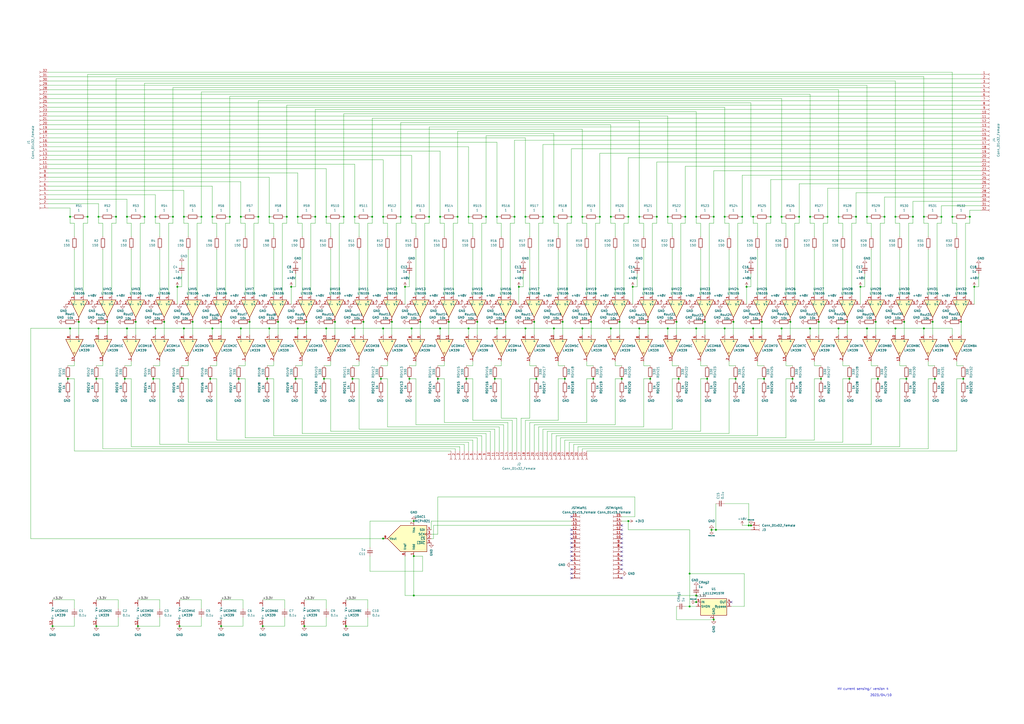
<source format=kicad_sch>
(kicad_sch (version 20211123) (generator eeschema)
  (paper "A2")
  (junction (at 237.49 219.71))
  (junction (at 255.27 190.5))
  (junction (at 205.74 125.73))
  (junction (at 100.33 125.73))
  (junction (at 55.88 363.22))
  (junction (at 387.35 190.5))
  (junction (at 55.88 219.71))
  (junction (at 326.39 186.69))
  (junction (at 199.39 125.73))
  (junction (at 433.07 166.37))
  (junction (at 557.53 186.69))
  (junction (at 508 186.69))
  (junction (at 535.94 125.73))
  (junction (at 204.47 219.71))
  (junction (at 40.64 125.73))
  (junction (at 403.86 345.44))
  (junction (at 565.15 166.37))
  (junction (at 367.03 166.37))
  (junction (at 486.41 190.5))
  (junction (at 105.41 219.71))
  (junction (at 83.82 125.73))
  (junction (at 271.78 125.73))
  (junction (at 492.76 219.71))
  (junction (at 420.37 190.5))
  (junction (at 480.06 125.73))
  (junction (at 154.94 219.71))
  (junction (at 95.25 186.69))
  (junction (at 347.98 125.73))
  (junction (at 502.92 125.73))
  (junction (at 240.03 345.44))
  (junction (at 200.66 363.22))
  (junction (at 139.7 125.73))
  (junction (at 90.17 190.5))
  (junction (at 408.94 186.69))
  (junction (at 546.1 125.73))
  (junction (at 304.8 125.73))
  (junction (at 172.72 190.5))
  (junction (at 293.37 186.69))
  (junction (at 123.19 190.5))
  (junction (at 187.96 219.71))
  (junction (at 90.17 125.73))
  (junction (at 453.39 125.73))
  (junction (at 255.27 125.73))
  (junction (at 552.45 125.73))
  (junction (at 238.76 125.73))
  (junction (at 73.66 190.5))
  (junction (at 509.27 219.71))
  (junction (at 176.53 363.22))
  (junction (at 128.27 363.22))
  (junction (at 403.86 125.73))
  (junction (at 377.19 219.71))
  (junction (at 420.37 125.73))
  (junction (at 189.23 125.73))
  (junction (at 171.45 219.71))
  (junction (at 288.29 125.73))
  (junction (at 342.9 186.69))
  (junction (at 168.91 166.37))
  (junction (at 435.61 304.8))
  (junction (at 529.59 125.73))
  (junction (at 436.88 125.73))
  (junction (at 156.21 190.5))
  (junction (at 271.78 190.5))
  (junction (at 403.86 190.5))
  (junction (at 189.23 190.5))
  (junction (at 144.78 186.69))
  (junction (at 414.02 359.41))
  (junction (at 513.08 125.73))
  (junction (at 425.45 186.69))
  (junction (at 441.96 186.69))
  (junction (at 57.15 190.5))
  (junction (at 149.86 125.73))
  (junction (at 459.74 219.71))
  (junction (at 248.92 125.73))
  (junction (at 121.92 219.71))
  (junction (at 436.88 190.5))
  (junction (at 156.21 125.73))
  (junction (at 152.4 363.22))
  (junction (at 542.29 219.71))
  (junction (at 88.9 219.71))
  (junction (at 238.76 190.5))
  (junction (at 375.92 186.69))
  (junction (at 414.02 125.73))
  (junction (at 314.96 125.73))
  (junction (at 215.9 125.73))
  (junction (at 400.05 332.74))
  (junction (at 434.34 304.8))
  (junction (at 265.43 125.73))
  (junction (at 327.66 219.71))
  (junction (at 78.74 186.69))
  (junction (at 321.31 125.73))
  (junction (at 304.8 190.5))
  (junction (at 397.51 125.73))
  (junction (at 426.72 219.71))
  (junction (at 111.76 186.69))
  (junction (at 562.61 125.73))
  (junction (at 410.21 219.71))
  (junction (at 80.01 363.22))
  (junction (at 67.31 125.73))
  (junction (at 45.72 186.69))
  (junction (at 360.68 219.71))
  (junction (at 222.25 125.73))
  (junction (at 502.92 190.5))
  (junction (at 309.88 186.69))
  (junction (at 205.74 190.5))
  (junction (at 133.35 125.73))
  (junction (at 337.82 190.5))
  (junction (at 288.29 190.5))
  (junction (at 491.49 186.69))
  (junction (at 260.35 186.69))
  (junction (at 519.43 125.73))
  (junction (at 403.86 349.25))
  (junction (at 234.95 166.37))
  (junction (at 430.53 125.73))
  (junction (at 469.9 125.73))
  (junction (at 123.19 125.73))
  (junction (at 311.15 219.71))
  (junction (at 222.25 190.5))
  (junction (at 182.88 125.73))
  (junction (at 370.84 125.73))
  (junction (at 161.29 186.69))
  (junction (at 541.02 186.69))
  (junction (at 387.35 125.73))
  (junction (at 525.78 219.71))
  (junction (at 57.15 125.73))
  (junction (at 62.23 186.69))
  (junction (at 354.33 190.5))
  (junction (at 524.51 186.69))
  (junction (at 476.25 219.71))
  (junction (at 240.03 302.26))
  (junction (at 243.84 186.69))
  (junction (at 220.98 219.71))
  (junction (at 194.31 186.69))
  (junction (at 72.39 219.71))
  (junction (at 300.99 166.37))
  (junction (at 222.25 312.42))
  (junction (at 102.87 166.37))
  (junction (at 519.43 190.5))
  (junction (at 116.84 125.73))
  (junction (at 453.39 190.5))
  (junction (at 270.51 219.71))
  (junction (at 298.45 125.73))
  (junction (at 359.41 186.69))
  (junction (at 499.11 166.37))
  (junction (at 535.94 190.5))
  (junction (at 30.48 363.22))
  (junction (at 177.8 186.69))
  (junction (at 447.04 125.73))
  (junction (at 370.84 190.5))
  (junction (at 496.57 125.73))
  (junction (at 469.9 190.5))
  (junction (at 344.17 219.71))
  (junction (at 400.05 351.79))
  (junction (at 558.8 219.71))
  (junction (at 240.03 322.58))
  (junction (at 364.49 302.26))
  (junction (at 73.66 125.73))
  (junction (at 415.29 307.34))
  (junction (at 172.72 125.73))
  (junction (at 393.7 219.71))
  (junction (at 364.49 125.73))
  (junction (at 128.27 186.69))
  (junction (at 486.41 125.73))
  (junction (at 254 219.71))
  (junction (at 392.43 186.69))
  (junction (at 354.33 125.73))
  (junction (at 474.98 186.69))
  (junction (at 381 125.73))
  (junction (at 39.37 219.71))
  (junction (at 276.86 186.69))
  (junction (at 321.31 190.5))
  (junction (at 337.82 125.73))
  (junction (at 232.41 125.73))
  (junction (at 412.75 307.34))
  (junction (at 281.94 125.73))
  (junction (at 50.8 125.73))
  (junction (at 210.82 186.69))
  (junction (at 106.68 190.5))
  (junction (at 443.23 219.71))
  (junction (at 106.68 125.73))
  (junction (at 331.47 125.73))
  (junction (at 287.02 219.71))
  (junction (at 138.43 219.71))
  (junction (at 458.47 186.69))
  (junction (at 463.55 125.73))
  (junction (at 166.37 125.73))
  (junction (at 40.64 190.5))
  (junction (at 227.33 186.69))
  (junction (at 139.7 190.5))
  (junction (at 104.14 363.22))
  (no_connect (at 424.18 349.25))
  (no_connect (at 360.68 307.34))
  (no_connect (at 360.68 309.88))
  (no_connect (at 331.47 325.12))
  (no_connect (at 331.47 317.5))
  (no_connect (at 360.68 325.12))
  (no_connect (at 331.47 322.58))
  (no_connect (at 331.47 330.2))
  (no_connect (at 360.68 314.96))
  (no_connect (at 331.47 299.72))
  (no_connect (at 360.68 322.58))
  (no_connect (at 360.68 320.04))
  (no_connect (at 360.68 335.28))
  (no_connect (at 360.68 317.5))
  (no_connect (at 360.68 312.42))
  (no_connect (at 331.47 309.88))
  (no_connect (at 331.47 332.74))
  (no_connect (at 331.47 314.96))
  (no_connect (at 360.68 330.2))
  (no_connect (at 360.68 304.8))
  (no_connect (at 331.47 320.04))
  (no_connect (at 331.47 312.42))
  (no_connect (at 331.47 335.28))
  (no_connect (at 331.47 307.34))
  (no_connect (at 360.68 327.66))
  (wire (pts (xy 302.26 242.57) (xy 302.26 261.62)))
  (wire (pts (xy 389.89 144.78) (xy 389.89 171.45)))
  (wire (pts (xy 427.99 129.54) (xy 430.53 129.54)))
  (wire (pts (xy 455.93 129.54) (xy 453.39 129.54)))
  (wire (pts (xy 189.23 363.22) (xy 176.53 363.22)))
  (wire (pts (xy 254 220.98) (xy 254 219.71)))
  (wire (pts (xy 43.18 358.14) (xy 43.18 363.22)))
  (wire (pts (xy 123.19 125.73) (xy 123.19 129.54)))
  (wire (pts (xy 208.28 129.54) (xy 205.74 129.54)))
  (wire (pts (xy 488.95 219.71) (xy 492.76 219.71)))
  (wire (pts (xy 133.35 55.88) (xy 133.35 125.73)))
  (wire (pts (xy 205.74 190.5) (xy 189.23 190.5)))
  (wire (pts (xy 106.68 110.49) (xy 106.68 125.73)))
  (wire (pts (xy 567.69 158.75) (xy 567.69 166.37)))
  (wire (pts (xy 59.69 219.71) (xy 59.69 260.35)))
  (wire (pts (xy 307.34 129.54) (xy 307.34 137.16)))
  (wire (pts (xy 554.99 129.54) (xy 552.45 129.54)))
  (wire (pts (xy 57.15 194.31) (xy 57.15 190.5)))
  (wire (pts (xy 472.44 255.27) (xy 327.66 255.27)))
  (wire (pts (xy 453.39 125.73) (xy 453.39 57.15)))
  (wire (pts (xy 527.05 129.54) (xy 527.05 171.45)))
  (wire (pts (xy 156.21 190.5) (xy 139.7 190.5)))
  (wire (pts (xy 66.04 125.73) (xy 67.31 125.73)))
  (wire (pts (xy 290.83 129.54) (xy 290.83 137.16)))
  (wire (pts (xy 27.94 102.87) (xy 156.21 102.87)))
  (wire (pts (xy 281.94 251.46) (xy 281.94 261.62)))
  (wire (pts (xy 208.28 209.55) (xy 208.28 212.09)))
  (wire (pts (xy 535.94 125.73) (xy 535.94 44.45)))
  (wire (pts (xy 287.02 220.98) (xy 287.02 219.71)))
  (wire (pts (xy 453.39 57.15) (xy 27.94 57.15)))
  (wire (pts (xy 444.5 129.54) (xy 447.04 129.54)))
  (wire (pts (xy 439.42 219.71) (xy 439.42 252.73)))
  (wire (pts (xy 521.97 129.54) (xy 519.43 129.54)))
  (wire (pts (xy 434.34 292.1) (xy 434.34 304.8)))
  (wire (pts (xy 345.44 129.54) (xy 347.98 129.54)))
  (wire (pts (xy 62.23 186.69) (xy 62.23 194.31)))
  (wire (pts (xy 59.69 212.09) (xy 55.88 212.09)))
  (wire (pts (xy 163.83 129.54) (xy 166.37 129.54)))
  (wire (pts (xy 59.69 129.54) (xy 57.15 129.54)))
  (wire (pts (xy 378.46 129.54) (xy 378.46 171.45)))
  (wire (pts (xy 115.57 125.73) (xy 116.84 125.73)))
  (wire (pts (xy 81.28 129.54) (xy 81.28 171.45)))
  (wire (pts (xy 461.01 129.54) (xy 463.55 129.54)))
  (wire (pts (xy 232.41 125.73) (xy 232.41 129.54)))
  (wire (pts (xy 455.93 129.54) (xy 455.93 137.16)))
  (wire (pts (xy 387.35 67.31) (xy 387.35 125.73)))
  (wire (pts (xy 269.24 257.81) (xy 269.24 261.62)))
  (wire (pts (xy 172.72 194.31) (xy 172.72 190.5)))
  (wire (pts (xy 92.71 257.81) (xy 269.24 257.81)))
  (wire (pts (xy 565.15 166.37) (xy 567.69 166.37)))
  (wire (pts (xy 196.85 129.54) (xy 196.85 171.45)))
  (wire (pts (xy 189.23 353.06) (xy 189.23 347.98)))
  (wire (pts (xy 43.18 144.78) (xy 43.18 171.45)))
  (wire (pts (xy 345.44 129.54) (xy 345.44 171.45)))
  (wire (pts (xy 55.88 220.98) (xy 55.88 219.71)))
  (wire (pts (xy 140.97 347.98) (xy 128.27 347.98)))
  (wire (pts (xy 213.36 129.54) (xy 215.9 129.54)))
  (wire (pts (xy 241.3 219.71) (xy 237.49 219.71)))
  (wire (pts (xy 370.84 69.85) (xy 370.84 125.73)))
  (wire (pts (xy 238.76 190.5) (xy 222.25 190.5)))
  (wire (pts (xy 543.56 129.54) (xy 546.1 129.54)))
  (wire (pts (xy 321.31 194.31) (xy 321.31 190.5)))
  (wire (pts (xy 568.96 116.84) (xy 529.59 116.84)))
  (wire (pts (xy 214.63 302.26) (xy 214.63 317.5)))
  (wire (pts (xy 147.32 129.54) (xy 149.86 129.54)))
  (wire (pts (xy 248.92 125.73) (xy 248.92 129.54)))
  (wire (pts (xy 140.97 363.22) (xy 128.27 363.22)))
  (wire (pts (xy 344.17 220.98) (xy 344.17 219.71)))
  (wire (pts (xy 213.36 358.14) (xy 213.36 363.22)))
  (wire (pts (xy 290.83 144.78) (xy 290.83 171.45)))
  (wire (pts (xy 381 93.98) (xy 381 125.73)))
  (wire (pts (xy 182.88 125.73) (xy 182.88 129.54)))
  (wire (pts (xy 189.23 358.14) (xy 189.23 363.22)))
  (wire (pts (xy 552.45 41.91) (xy 552.45 125.73)))
  (wire (pts (xy 521.97 219.71) (xy 521.97 259.08)))
  (wire (pts (xy 394.97 129.54) (xy 397.51 129.54)))
  (wire (pts (xy 420.37 292.1) (xy 434.34 292.1)))
  (wire (pts (xy 214.63 331.47) (xy 245.11 331.47)))
  (wire (pts (xy 99.06 125.73) (xy 100.33 125.73)))
  (wire (pts (xy 290.83 212.09) (xy 287.02 212.09)))
  (wire (pts (xy 309.88 246.38) (xy 309.88 261.62)))
  (wire (pts (xy 502.92 190.5) (xy 486.41 190.5)))
  (wire (pts (xy 288.29 125.73) (xy 288.29 129.54)))
  (wire (pts (xy 314.96 125.73) (xy 314.96 83.82)))
  (wire (pts (xy 453.39 194.31) (xy 453.39 190.5)))
  (wire (pts (xy 175.26 144.78) (xy 175.26 171.45)))
  (wire (pts (xy 369.57 158.75) (xy 369.57 166.37)))
  (wire (pts (xy 105.41 220.98) (xy 105.41 219.71)))
  (wire (pts (xy 447.04 104.14) (xy 447.04 125.73)))
  (wire (pts (xy 139.7 190.5) (xy 123.19 190.5)))
  (wire (pts (xy 453.39 125.73) (xy 454.66 125.73)))
  (wire (pts (xy 76.2 212.09) (xy 72.39 212.09)))
  (wire (pts (xy 17.78 190.5) (xy 17.78 312.42)))
  (wire (pts (xy 427.99 129.54) (xy 427.99 171.45)))
  (wire (pts (xy 257.81 129.54) (xy 257.81 137.16)))
  (wire (pts (xy 435.61 125.73) (xy 436.88 125.73)))
  (wire (pts (xy 161.29 186.69) (xy 161.29 194.31)))
  (wire (pts (xy 271.78 194.31) (xy 271.78 190.5)))
  (wire (pts (xy 381 125.73) (xy 381 129.54)))
  (wire (pts (xy 78.74 186.69) (xy 78.74 194.31)))
  (wire (pts (xy 375.92 186.69) (xy 375.92 194.31)))
  (wire (pts (xy 106.68 125.73) (xy 107.95 125.73)))
  (wire (pts (xy 175.26 129.54) (xy 175.26 137.16)))
  (wire (pts (xy 92.71 219.71) (xy 92.71 257.81)))
  (wire (pts (xy 139.7 194.31) (xy 139.7 190.5)))
  (wire (pts (xy 257.81 219.71) (xy 254 219.71)))
  (wire (pts (xy 502.92 125.73) (xy 502.92 129.54)))
  (wire (pts (xy 45.72 186.69) (xy 45.72 194.31)))
  (wire (pts (xy 92.71 219.71) (xy 88.9 219.71)))
  (wire (pts (xy 392.43 186.69) (xy 392.43 194.31)))
  (wire (pts (xy 27.94 110.49) (xy 106.68 110.49)))
  (wire (pts (xy 290.83 209.55) (xy 290.83 212.09)))
  (wire (pts (xy 347.98 125.73) (xy 347.98 129.54)))
  (wire (pts (xy 92.71 353.06) (xy 92.71 347.98)))
  (wire (pts (xy 191.77 129.54) (xy 191.77 137.16)))
  (wire (pts (xy 158.75 219.71) (xy 158.75 252.73)))
  (wire (pts (xy 220.98 220.98) (xy 220.98 219.71)))
  (wire (pts (xy 81.28 129.54) (xy 83.82 129.54)))
  (wire (pts (xy 237.49 220.98) (xy 237.49 219.71)))
  (wire (pts (xy 231.14 125.73) (xy 232.41 125.73)))
  (wire (pts (xy 262.89 129.54) (xy 262.89 171.45)))
  (wire (pts (xy 406.4 144.78) (xy 406.4 171.45)))
  (wire (pts (xy 43.18 347.98) (xy 30.48 347.98)))
  (wire (pts (xy 332.74 257.81) (xy 332.74 261.62)))
  (wire (pts (xy 290.83 242.57) (xy 299.72 242.57)))
  (wire (pts (xy 73.66 115.57) (xy 73.66 125.73)))
  (wire (pts (xy 287.02 248.92) (xy 287.02 261.62)))
  (wire (pts (xy 222.25 312.42) (xy 223.52 312.42)))
  (wire (pts (xy 486.41 125.73) (xy 486.41 52.07)))
  (wire (pts (xy 43.18 261.62) (xy 261.62 261.62)))
  (wire (pts (xy 568.96 81.28) (xy 298.45 81.28)))
  (wire (pts (xy 373.38 129.54) (xy 373.38 137.16)))
  (wire (pts (xy 142.24 212.09) (xy 138.43 212.09)))
  (wire (pts (xy 568.96 114.3) (xy 513.08 114.3)))
  (wire (pts (xy 426.72 220.98) (xy 426.72 219.71)))
  (wire (pts (xy 337.82 125.73) (xy 339.09 125.73)))
  (wire (pts (xy 166.37 125.73) (xy 166.37 129.54)))
  (wire (pts (xy 214.63 302.26) (xy 240.03 302.26)))
  (wire (pts (xy 397.51 125.73) (xy 397.51 129.54)))
  (wire (pts (xy 488.95 129.54) (xy 486.41 129.54)))
  (wire (pts (xy 529.59 116.84) (xy 529.59 125.73)))
  (wire (pts (xy 257.81 144.78) (xy 257.81 171.45)))
  (wire (pts (xy 83.82 48.26) (xy 83.82 125.73)))
  (wire (pts (xy 436.88 190.5) (xy 420.37 190.5)))
  (wire (pts (xy 100.33 125.73) (xy 100.33 50.8)))
  (wire (pts (xy 433.07 166.37) (xy 435.61 166.37)))
  (wire (pts (xy 420.37 190.5) (xy 403.86 190.5)))
  (wire (pts (xy 478.79 125.73) (xy 480.06 125.73)))
  (wire (pts (xy 279.4 252.73) (xy 279.4 261.62)))
  (wire (pts (xy 238.76 125.73) (xy 238.76 129.54)))
  (wire (pts (xy 57.15 190.5) (xy 73.66 190.5)))
  (wire (pts (xy 307.34 212.09) (xy 311.15 212.09)))
  (wire (pts (xy 172.72 100.33) (xy 172.72 125.73)))
  (wire (pts (xy 496.57 111.76) (xy 496.57 125.73)))
  (wire (pts (xy 240.03 345.44) (xy 403.86 345.44)))
  (wire (pts (xy 57.15 125.73) (xy 57.15 129.54)))
  (wire (pts (xy 27.94 90.17) (xy 238.76 90.17)))
  (wire (pts (xy 208.28 129.54) (xy 208.28 137.16)))
  (wire (pts (xy 307.34 144.78) (xy 307.34 171.45)))
  (wire (pts (xy 40.64 125.73) (xy 40.64 129.54)))
  (wire (pts (xy 276.86 254) (xy 276.86 261.62)))
  (wire (pts (xy 241.3 144.78) (xy 241.3 171.45)))
  (wire (pts (xy 196.85 129.54) (xy 199.39 129.54)))
  (wire (pts (xy 27.94 113.03) (xy 90.17 113.03)))
  (wire (pts (xy 303.53 158.75) (xy 303.53 166.37)))
  (wire (pts (xy 436.88 125.73) (xy 438.15 125.73)))
  (wire (pts (xy 439.42 212.09) (xy 443.23 212.09)))
  (wire (pts (xy 562.61 121.92) (xy 562.61 125.73)))
  (wire (pts (xy 27.94 120.65) (xy 40.64 120.65)))
  (wire (pts (xy 459.74 220.98) (xy 459.74 219.71)))
  (wire (pts (xy 364.49 91.44) (xy 364.49 125.73)))
  (wire (pts (xy 568.96 55.88) (xy 133.35 55.88)))
  (wire (pts (xy 250.19 312.42) (xy 251.46 312.42)))
  (wire (pts (xy 558.8 220.98) (xy 558.8 219.71)))
  (wire (pts (xy 443.23 220.98) (xy 443.23 219.71)))
  (wire (pts (xy 241.3 246.38) (xy 292.1 246.38)))
  (wire (pts (xy 102.87 166.37) (xy 102.87 176.53)))
  (wire (pts (xy 356.87 212.09) (xy 360.68 212.09)))
  (wire (pts (xy 191.77 212.09) (xy 187.96 212.09)))
  (wire (pts (xy 422.91 209.55) (xy 422.91 212.09)))
  (wire (pts (xy 59.69 209.55) (xy 59.69 212.09)))
  (wire (pts (xy 175.26 219.71) (xy 175.26 251.46)))
  (wire (pts (xy 298.45 81.28) (xy 298.45 125.73)))
  (wire (pts (xy 142.24 129.54) (xy 142.24 137.16)))
  (wire (pts (xy 379.73 125.73) (xy 381 125.73)))
  (wire (pts (xy 189.23 125.73) (xy 189.23 129.54)))
  (wire (pts (xy 422.91 219.71) (xy 422.91 251.46)))
  (wire (pts (xy 505.46 212.09) (xy 509.27 212.09)))
  (wire (pts (xy 501.65 158.75) (xy 501.65 166.37)))
  (wire (pts (xy 165.1 353.06) (xy 165.1 347.98)))
  (wire (pts (xy 67.31 125.73) (xy 67.31 129.54)))
  (wire (pts (xy 304.8 80.01) (xy 304.8 125.73)))
  (wire (pts (xy 241.3 129.54) (xy 238.76 129.54)))
  (wire (pts (xy 434.34 304.8) (xy 435.61 304.8)))
  (wire (pts (xy 568.96 91.44) (xy 364.49 91.44)))
  (wire (pts (xy 472.44 212.09) (xy 476.25 212.09)))
  (wire (pts (xy 389.89 219.71) (xy 389.89 248.92)))
  (wire (pts (xy 568.96 76.2) (xy 265.43 76.2)))
  (wire (pts (xy 208.28 248.92) (xy 287.02 248.92)))
  (wire (pts (xy 538.48 144.78) (xy 538.48 171.45)))
  (wire (pts (xy 510.54 129.54) (xy 510.54 171.45)))
  (wire (pts (xy 331.47 125.73) (xy 331.47 129.54)))
  (wire (pts (xy 314.96 125.73) (xy 314.96 129.54)))
  (wire (pts (xy 420.37 125.73) (xy 420.37 129.54)))
  (wire (pts (xy 271.78 125.73) (xy 273.05 125.73)))
  (wire (pts (xy 420.37 62.23) (xy 27.94 62.23)))
  (wire (pts (xy 290.83 129.54) (xy 288.29 129.54)))
  (wire (pts (xy 494.03 129.54) (xy 494.03 171.45)))
  (wire (pts (xy 414.02 99.06) (xy 414.02 125.73)))
  (wire (pts (xy 356.87 219.71) (xy 360.68 219.71)))
  (wire (pts (xy 271.78 190.5) (xy 255.27 190.5)))
  (wire (pts (xy 367.03 166.37) (xy 367.03 176.53)))
  (wire (pts (xy 76.2 129.54) (xy 73.66 129.54)))
  (wire (pts (xy 294.64 245.11) (xy 294.64 261.62)))
  (wire (pts (xy 565.15 166.37) (xy 565.15 176.53)))
  (wire (pts (xy 486.41 190.5) (xy 469.9 190.5)))
  (wire (pts (xy 422.91 212.09) (xy 426.72 212.09)))
  (wire (pts (xy 439.42 219.71) (xy 443.23 219.71)))
  (wire (pts (xy 224.79 129.54) (xy 224.79 137.16)))
  (wire (pts (xy 125.73 212.09) (xy 121.92 212.09)))
  (wire (pts (xy 477.52 129.54) (xy 477.52 171.45)))
  (wire (pts (xy 472.44 144.78) (xy 472.44 171.45)))
  (wire (pts (xy 224.79 219.71) (xy 224.79 247.65)))
  (wire (pts (xy 307.34 245.11) (xy 307.34 261.62)))
  (wire (pts (xy 307.34 219.71) (xy 311.15 219.71)))
  (wire (pts (xy 92.71 347.98) (xy 80.01 347.98)))
  (wire (pts (xy 568.96 93.98) (xy 381 93.98)))
  (wire (pts (xy 568.96 43.18) (xy 50.8 43.18)))
  (wire (pts (xy 455.93 254) (xy 325.12 254)))
  (wire (pts (xy 543.56 129.54) (xy 543.56 171.45)))
  (wire (pts (xy 415.29 307.34) (xy 435.61 307.34)))
  (wire (pts (xy 50.8 125.73) (xy 50.8 129.54)))
  (wire (pts (xy 323.85 129.54) (xy 323.85 137.16)))
  (wire (pts (xy 486.41 125.73) (xy 487.68 125.73)))
  (wire (pts (xy 149.86 125.73) (xy 149.86 58.42)))
  (wire (pts (xy 519.43 46.99) (xy 27.94 46.99)))
  (wire (pts (xy 373.38 247.65) (xy 312.42 247.65)))
  (wire (pts (xy 304.8 194.31) (xy 304.8 190.5)))
  (wire (pts (xy 313.69 125.73) (xy 314.96 125.73)))
  (wire (pts (xy 387.35 194.31) (xy 387.35 190.5)))
  (wire (pts (xy 199.39 66.04) (xy 199.39 125.73)))
  (wire (pts (xy 455.93 209.55) (xy 455.93 212.09)))
  (wire (pts (xy 340.36 129.54) (xy 337.82 129.54)))
  (wire (pts (xy 125.73 219.71) (xy 121.92 219.71)))
  (wire (pts (xy 406.4 219.71) (xy 410.21 219.71)))
  (wire (pts (xy 227.33 186.69) (xy 227.33 194.31)))
  (wire (pts (xy 189.23 125.73) (xy 190.5 125.73)))
  (wire (pts (xy 568.96 99.06) (xy 414.02 99.06)))
  (wire (pts (xy 330.2 256.54) (xy 330.2 261.62)))
  (wire (pts (xy 59.69 219.71) (xy 55.88 219.71)))
  (wire (pts (xy 43.18 212.09) (xy 39.37 212.09)))
  (wire (pts (xy 387.35 190.5) (xy 370.84 190.5)))
  (wire (pts (xy 462.28 125.73) (xy 463.55 125.73)))
  (wire (pts (xy 293.37 186.69) (xy 293.37 194.31)))
  (wire (pts (xy 97.79 129.54) (xy 100.33 129.54)))
  (wire (pts (xy 279.4 129.54) (xy 281.94 129.54)))
  (wire (pts (xy 166.37 60.96) (xy 166.37 125.73)))
  (wire (pts (xy 568.96 60.96) (xy 166.37 60.96)))
  (wire (pts (xy 297.18 243.84) (xy 297.18 261.62)))
  (wire (pts (xy 455.93 144.78) (xy 455.93 171.45)))
  (wire (pts (xy 521.97 129.54) (xy 521.97 137.16)))
  (wire (pts (xy 90.17 194.31) (xy 90.17 190.5)))
  (wire (pts (xy 238.76 90.17) (xy 238.76 125.73)))
  (wire (pts (xy 245.11 331.47) (xy 245.11 322.58)))
  (wire (pts (xy 232.41 71.12) (xy 232.41 125.73)))
  (wire (pts (xy 59.69 260.35) (xy 264.16 260.35)))
  (wire (pts (xy 403.86 190.5) (xy 387.35 190.5)))
  (wire (pts (xy 356.87 129.54) (xy 354.33 129.54)))
  (wire (pts (xy 140.97 358.14) (xy 140.97 363.22)))
  (wire (pts (xy 373.38 129.54) (xy 370.84 129.54)))
  (wire (pts (xy 370.84 125.73) (xy 370.84 129.54)))
  (wire (pts (xy 397.51 351.79) (xy 400.05 351.79)))
  (wire (pts (xy 205.74 125.73) (xy 205.74 129.54)))
  (wire (pts (xy 123.19 190.5) (xy 106.68 190.5)))
  (wire (pts (xy 121.92 220.98) (xy 121.92 219.71)))
  (wire (pts (xy 509.27 220.98) (xy 509.27 219.71)))
  (wire (pts (xy 542.29 220.98) (xy 542.29 219.71)))
  (wire (pts (xy 455.93 219.71) (xy 455.93 254)))
  (wire (pts (xy 156.21 102.87) (xy 156.21 125.73)))
  (wire (pts (xy 360.68 220.98) (xy 360.68 219.71)))
  (wire (pts (xy 322.58 252.73) (xy 322.58 261.62)))
  (wire (pts (xy 486.41 194.31) (xy 486.41 190.5)))
  (wire (pts (xy 480.06 109.22) (xy 480.06 125.73)))
  (wire (pts (xy 281.94 125.73) (xy 281.94 78.74)))
  (wire (pts (xy 321.31 190.5) (xy 304.8 190.5)))
  (wire (pts (xy 447.04 125.73) (xy 447.04 129.54)))
  (wire (pts (xy 125.73 255.27) (xy 274.32 255.27)))
  (wire (pts (xy 521.97 219.71) (xy 525.78 219.71)))
  (wire (pts (xy 39.37 220.98) (xy 39.37 219.71)))
  (wire (pts (xy 411.48 129.54) (xy 411.48 171.45)))
  (wire (pts (xy 354.33 125.73) (xy 354.33 129.54)))
  (wire (pts (xy 554.99 209.55) (xy 554.99 212.09)))
  (wire (pts (xy 354.33 125.73) (xy 355.6 125.73)))
  (wire (pts (xy 472.44 209.55) (xy 472.44 212.09)))
  (wire (pts (xy 254 288.29) (xy 368.3 288.29)))
  (wire (pts (xy 27.94 97.79) (xy 189.23 97.79)))
  (wire (pts (xy 250.19 309.88) (xy 254 309.88)))
  (wire (pts (xy 158.75 219.71) (xy 154.94 219.71)))
  (wire (pts (xy 361.95 129.54) (xy 361.95 171.45)))
  (wire (pts (xy 255.27 190.5) (xy 238.76 190.5)))
  (wire (pts (xy 191.77 209.55) (xy 191.77 212.09)))
  (wire (pts (xy 92.71 358.14) (xy 92.71 363.22)))
  (wire (pts (xy 403.86 345.44) (xy 403.86 349.25)))
  (wire (pts (xy 477.52 129.54) (xy 480.06 129.54)))
  (wire (pts (xy 568.96 111.76) (xy 496.57 111.76)))
  (wire (pts (xy 340.36 212.09) (xy 344.17 212.09)))
  (wire (pts (xy 224.79 219.71) (xy 220.98 219.71)))
  (wire (pts (xy 92.71 209.55) (xy 92.71 212.09)))
  (wire (pts (xy 257.81 129.54) (xy 255.27 129.54)))
  (wire (pts (xy 335.28 259.08) (xy 335.28 261.62)))
  (wire (pts (xy 17.78 312.42) (xy 222.25 312.42)))
  (wire (pts (xy 469.9 54.61) (xy 27.94 54.61)))
  (wire (pts (xy 337.82 190.5) (xy 321.31 190.5)))
  (wire (pts (xy 144.78 186.69) (xy 144.78 194.31)))
  (wire (pts (xy 246.38 129.54) (xy 248.92 129.54)))
  (wire (pts (xy 68.58 347.98) (xy 55.88 347.98)))
  (wire (pts (xy 433.07 166.37) (xy 433.07 176.53)))
  (wire (pts (xy 535.94 125.73) (xy 537.21 125.73)))
  (wire (pts (xy 48.26 129.54) (xy 48.26 171.45)))
  (wire (pts (xy 425.45 186.69) (xy 425.45 194.31)))
  (wire (pts (xy 554.99 261.62) (xy 340.36 261.62)))
  (wire (pts (xy 213.36 353.06) (xy 213.36 347.98)))
  (wire (pts (xy 116.84 358.14) (xy 116.84 363.22)))
  (wire (pts (xy 175.26 251.46) (xy 281.94 251.46)))
  (wire (pts (xy 109.22 212.09) (xy 105.41 212.09)))
  (wire (pts (xy 158.75 252.73) (xy 279.4 252.73)))
  (wire (pts (xy 213.36 363.22) (xy 200.66 363.22)))
  (wire (pts (xy 88.9 220.98) (xy 88.9 219.71)))
  (wire (pts (xy 27.94 107.95) (xy 123.19 107.95)))
  (wire (pts (xy 340.36 245.11) (xy 307.34 245.11)))
  (wire (pts (xy 354.33 194.31) (xy 354.33 190.5)))
  (wire (pts (xy 250.19 302.26) (xy 331.47 302.26)))
  (wire (pts (xy 109.22 209.55) (xy 109.22 212.09)))
  (wire (pts (xy 538.48 129.54) (xy 538.48 137.16)))
  (wire (pts (xy 321.31 77.47) (xy 321.31 125.73)))
  (wire (pts (xy 453.39 190.5) (xy 436.88 190.5)))
  (wire (pts (xy 486.41 125.73) (xy 486.41 129.54)))
  (wire (pts (xy 312.42 129.54) (xy 314.96 129.54)))
  (wire (pts (xy 243.84 186.69) (xy 243.84 194.31)))
  (wire (pts (xy 180.34 129.54) (xy 182.88 129.54)))
  (wire (pts (xy 158.75 209.55) (xy 158.75 212.09)))
  (wire (pts (xy 105.41 158.75) (xy 105.41 166.37)))
  (wire (pts (xy 400.05 307.34) (xy 364.49 307.34)))
  (wire (pts (xy 57.15 125.73) (xy 58.42 125.73)))
  (wire (pts (xy 214.63 125.73) (xy 215.9 125.73)))
  (wire (pts (xy 248.92 125.73) (xy 248.92 73.66)))
  (wire (pts (xy 469.9 190.5) (xy 453.39 190.5)))
  (wire (pts (xy 139.7 125.73) (xy 140.97 125.73)))
  (wire (pts (xy 368.3 288.29) (xy 368.3 299.72)))
  (wire (pts (xy 328.93 129.54) (xy 331.47 129.54)))
  (wire (pts (xy 373.38 219.71) (xy 377.19 219.71)))
  (wire (pts (xy 156.21 125.73) (xy 156.21 129.54)))
  (wire (pts (xy 337.82 194.31) (xy 337.82 190.5)))
  (wire (pts (xy 27.94 118.11) (xy 57.15 118.11)))
  (wire (pts (xy 182.88 125.73) (xy 182.88 63.5)))
  (wire (pts (xy 149.86 58.42) (xy 568.96 58.42)))
  (wire (pts (xy 373.38 212.09) (xy 377.19 212.09)))
  (wire (pts (xy 276.86 186.69) (xy 276.86 194.31)))
  (wire (pts (xy 191.77 219.71) (xy 191.77 250.19)))
  (wire (pts (xy 274.32 219.71) (xy 270.51 219.71)))
  (wire (pts (xy 123.19 194.31) (xy 123.19 190.5)))
  (wire (pts (xy 420.37 194.31) (xy 420.37 190.5)))
  (wire (pts (xy 109.22 219.71) (xy 105.41 219.71)))
  (wire (pts (xy 519.43 194.31) (xy 519.43 190.5)))
  (wire (pts (xy 502.92 125.73) (xy 502.92 49.53)))
  (wire (pts (xy 480.06 125.73) (xy 480.06 129.54)))
  (wire (pts (xy 274.32 144.78) (xy 274.32 171.45)))
  (wire (pts (xy 27.94 105.41) (xy 139.7 105.41)))
  (wire (pts (xy 27.94 100.33) (xy 172.72 100.33)))
  (wire (pts (xy 43.18 219.71) (xy 39.37 219.71)))
  (wire (pts (xy 76.2 209.55) (xy 76.2 212.09)))
  (wire (pts (xy 116.84 347.98) (xy 104.14 347.98)))
  (wire (pts (xy 340.36 219.71) (xy 344.17 219.71)))
  (wire (pts (xy 123.19 107.95) (xy 123.19 125.73)))
  (wire (pts (xy 511.81 125.73) (xy 513.08 125.73)))
  (wire (pts (xy 68.58 358.14) (xy 68.58 363.22)))
  (wire (pts (xy 247.65 125.73) (xy 248.92 125.73)))
  (wire (pts (xy 49.53 125.73) (xy 50.8 125.73)))
  (wire (pts (xy 128.27 186.69) (xy 128.27 194.31)))
  (wire (pts (xy 505.46 219.71) (xy 505.46 257.81)))
  (wire (pts (xy 189.23 194.31) (xy 189.23 190.5)))
  (wire (pts (xy 106.68 190.5) (xy 90.17 190.5)))
  (wire (pts (xy 368.3 299.72) (xy 360.68 299.72)))
  (wire (pts (xy 505.46 144.78) (xy 505.46 171.45)))
  (wire (pts (xy 364.49 307.34) (xy 364.49 302.26)))
  (wire (pts (xy 552.45 194.31) (xy 552.45 190.5)))
  (wire (pts (xy 488.95 256.54) (xy 330.2 256.54)))
  (wire (pts (xy 568.96 104.14) (xy 447.04 104.14)))
  (wire (pts (xy 204.47 220.98) (xy 204.47 219.71)))
  (wire (pts (xy 393.7 220.98) (xy 393.7 219.71)))
  (wire (pts (xy 453.39 125.73) (xy 453.39 129.54)))
  (wire (pts (xy 27.94 74.93) (xy 337.82 74.93)))
  (wire (pts (xy 264.16 125.73) (xy 265.43 125.73)))
  (wire (pts (xy 109.22 129.54) (xy 109.22 137.16)))
  (wire (pts (xy 519.43 125.73) (xy 519.43 129.54)))
  (wire (pts (xy 40.64 190.5) (xy 40.64 194.31)))
  (wire (pts (xy 527.05 129.54) (xy 529.59 129.54)))
  (wire (pts (xy 222.25 92.71) (xy 222.25 125.73)))
  (wire (pts (xy 255.27 125.73) (xy 255.27 129.54)))
  (wire (pts (xy 394.97 129.54) (xy 394.97 171.45)))
  (wire (pts (xy 142.24 254) (xy 276.86 254)))
  (wire (pts (xy 430.53 304.8) (xy 434.34 304.8)))
  (wire (pts (xy 257.81 219.71) (xy 257.81 245.11)))
  (wire (pts (xy 271.78 256.54) (xy 271.78 261.62)))
  (wire (pts (xy 241.3 129.54) (xy 241.3 137.16)))
  (wire (pts (xy 422.91 219.71) (xy 426.72 219.71)))
  (wire (pts (xy 568.96 121.92) (xy 562.61 121.92)))
  (wire (pts (xy 59.69 144.78) (xy 59.69 171.45)))
  (wire (pts (xy 234.95 345.44) (xy 240.03 345.44)))
  (wire (pts (xy 116.84 125.73) (xy 116.84 129.54)))
  (wire (pts (xy 224.79 212.09) (xy 220.98 212.09)))
  (wire (pts (xy 43.18 129.54) (xy 40.64 129.54)))
  (wire (pts (xy 554.99 212.09) (xy 558.8 212.09)))
  (wire (pts (xy 68.58 363.22) (xy 55.88 363.22)))
  (wire (pts (xy 139.7 125.73) (xy 139.7 129.54)))
  (wire (pts (xy 133.35 125.73) (xy 133.35 129.54)))
  (wire (pts (xy 248.92 73.66) (xy 568.96 73.66)))
  (wire (pts (xy 90.17 113.03) (xy 90.17 125.73)))
  (wire (pts (xy 109.22 219.71) (xy 109.22 256.54)))
  (wire (pts (xy 139.7 105.41) (xy 139.7 125.73)))
  (wire (pts (xy 521.97 209.55) (xy 521.97 212.09)))
  (wire (pts (xy 109.22 256.54) (xy 271.78 256.54)))
  (wire (pts (xy 304.8 125.73) (xy 306.07 125.73)))
  (wire (pts (xy 411.48 129.54) (xy 414.02 129.54)))
  (wire (pts (xy 234.95 166.37) (xy 237.49 166.37)))
  (wire (pts (xy 149.86 125.73) (xy 149.86 129.54)))
  (wire (pts (xy 177.8 186.69) (xy 177.8 194.31)))
  (wire (pts (xy 76.2 259.08) (xy 266.7 259.08)))
  (wire (pts (xy 323.85 243.84) (xy 304.8 243.84)))
  (wire (pts (xy 505.46 257.81) (xy 332.74 257.81)))
  (wire (pts (xy 40.64 190.5) (xy 57.15 190.5)))
  (wire (pts (xy 389.89 248.92) (xy 314.96 248.92)))
  (wire (pts (xy 356.87 246.38) (xy 309.88 246.38)))
  (wire (pts (xy 142.24 254) (xy 142.24 219.71)))
  (wire (pts (xy 199.39 125.73) (xy 199.39 129.54)))
  (wire (pts (xy 337.82 260.35) (xy 337.82 261.62)))
  (wire (pts (xy 538.48 129.54) (xy 535.94 129.54)))
  (wire (pts (xy 444.5 129.54) (xy 444.5 171.45)))
  (wire (pts (xy 284.48 250.19) (xy 284.48 261.62)))
  (wire (pts (xy 76.2 144.78) (xy 76.2 171.45)))
  (wire (pts (xy 415.29 292.1) (xy 415.29 307.34)))
  (wire (pts (xy 68.58 353.06) (xy 68.58 347.98)))
  (wire (pts (xy 439.42 129.54) (xy 436.88 129.54)))
  (wire (pts (xy 472.44 219.71) (xy 476.25 219.71)))
  (wire (pts (xy 27.94 64.77) (xy 403.86 64.77)))
  (wire (pts (xy 463.55 125.73) (xy 463.55 129.54)))
  (wire (pts (xy 568.96 53.34) (xy 116.84 53.34)))
  (wire (pts (xy 441.96 186.69) (xy 441.96 194.31)))
  (wire (pts (xy 165.1 125.73) (xy 166.37 125.73)))
  (wire (pts (xy 158.75 144.78) (xy 158.75 171.45)))
  (wire (pts (xy 27.94 82.55) (xy 288.29 82.55)))
  (wire (pts (xy 330.2 125.73) (xy 331.47 125.73)))
  (wire (pts (xy 331.47 125.73) (xy 331.47 86.36)))
  (wire (pts (xy 147.32 129.54) (xy 147.32 171.45)))
  (wire (pts (xy 171.45 158.75) (xy 171.45 166.37)))
  (wire (pts (xy 165.1 358.14) (xy 165.1 363.22)))
  (wire (pts (xy 486.41 52.07) (xy 27.94 52.07)))
  (wire (pts (xy 429.26 125.73) (xy 430.53 125.73)))
  (wire (pts (xy 436.88 194.31) (xy 436.88 190.5)))
  (wire (pts (xy 64.77 129.54) (xy 67.31 129.54)))
  (wire (pts (xy 538.48 260.35) (xy 337.82 260.35)))
  (wire (pts (xy 295.91 129.54) (xy 298.45 129.54)))
  (wire (pts (xy 214.63 322.58) (xy 214.63 331.47)))
  (wire (pts (xy 307.34 209.55) (xy 307.34 212.09)))
  (wire (pts (xy 288.29 82.55) (xy 288.29 125.73)))
  (wire (pts (xy 106.68 125.73) (xy 106.68 129.54)))
  (wire (pts (xy 406.4 219.71) (xy 406.4 250.19)))
  (wire (pts (xy 92.71 212.09) (xy 88.9 212.09)))
  (wire (pts (xy 392.43 359.41) (xy 414.02 359.41)))
  (wire (pts (xy 271.78 85.09) (xy 271.78 125.73)))
  (wire (pts (xy 321.31 125.73) (xy 321.31 129.54)))
  (wire (pts (xy 521.97 259.08) (xy 335.28 259.08)))
  (wire (pts (xy 389.89 129.54) (xy 389.89 137.16)))
  (wire (pts (xy 312.42 129.54) (xy 312.42 171.45)))
  (wire (pts (xy 297.18 125.73) (xy 298.45 125.73)))
  (wire (pts (xy 568.96 71.12) (xy 232.41 71.12)))
  (wire (pts (xy 568.96 109.22) (xy 480.06 109.22)))
  (wire (pts (xy 274.32 243.84) (xy 297.18 243.84)))
  (wire (pts (xy 27.94 59.69) (xy 435.61 59.69)))
  (wire (pts (xy 554.99 144.78) (xy 554.99 171.45)))
  (wire (pts (xy 510.54 129.54) (xy 513.08 129.54)))
  (wire (pts (xy 116.84 363.22) (xy 104.14 363.22)))
  (wire (pts (xy 337.82 74.93) (xy 337.82 125.73)))
  (wire (pts (xy 323.85 212.09) (xy 327.66 212.09)))
  (wire (pts (xy 27.94 87.63) (xy 255.27 87.63)))
  (wire (pts (xy 499.11 166.37) (xy 501.65 166.37)))
  (wire (pts (xy 156.21 125.73) (xy 157.48 125.73)))
  (wire (pts (xy 377.19 220.98) (xy 377.19 219.71)))
  (wire (pts (xy 92.71 129.54) (xy 90.17 129.54)))
  (wire (pts (xy 187.96 220.98) (xy 187.96 219.71)))
  (wire (pts (xy 370.84 125.73) (xy 372.11 125.73)))
  (wire (pts (xy 568.96 66.04) (xy 199.39 66.04)))
  (wire (pts (xy 410.21 220.98) (xy 410.21 219.71)))
  (wire (pts (xy 541.02 186.69) (xy 541.02 194.31)))
  (wire (pts (xy 116.84 53.34) (xy 116.84 125.73)))
  (wire (pts (xy 215.9 125.73) (xy 215.9 129.54)))
  (wire (pts (xy 364.49 125.73) (xy 364.49 129.54)))
  (wire (pts (xy 323.85 219.71) (xy 327.66 219.71)))
  (wire (pts (xy 373.38 144.78) (xy 373.38 171.45)))
  (wire (pts (xy 109.22 129.54) (xy 106.68 129.54)))
  (wire (pts (xy 224.79 209.55) (xy 224.79 212.09)))
  (wire (pts (xy 304.8 125.73) (xy 304.8 129.54)))
  (wire (pts (xy 175.26 219.71) (xy 171.45 219.71)))
  (wire (pts (xy 251.46 312.42) (xy 251.46 304.8)))
  (wire (pts (xy 57.15 118.11) (xy 57.15 125.73)))
  (wire (pts (xy 359.41 186.69) (xy 359.41 194.31)))
  (wire (pts (xy 274.32 129.54) (xy 271.78 129.54)))
  (wire (pts (xy 403.86 194.31) (xy 403.86 190.5)))
  (wire (pts (xy 519.43 190.5) (xy 502.92 190.5)))
  (wire (pts (xy 403.86 125.73) (xy 403.86 129.54)))
  (wire (pts (xy 222.25 190.5) (xy 205.74 190.5)))
  (wire (pts (xy 290.83 219.71) (xy 290.83 242.57)))
  (wire (pts (xy 502.92 194.31) (xy 502.92 190.5)))
  (wire (pts (xy 392.43 351.79) (xy 392.43 359.41)))
  (wire (pts (xy 461.01 129.54) (xy 461.01 171.45)))
  (wire (pts (xy 215.9 68.58) (xy 568.96 68.58)))
  (wire (pts (xy 431.8 332.74) (xy 400.05 332.74)))
  (wire (pts (xy 331.47 86.36) (xy 568.96 86.36)))
  (wire (pts (xy 27.94 41.91) (xy 552.45 41.91)))
  (wire (pts (xy 367.03 166.37) (xy 369.57 166.37)))
  (wire (pts (xy 208.28 219.71) (xy 204.47 219.71)))
  (wire (pts (xy 554.99 129.54) (xy 554.99 137.16)))
  (wire (pts (xy 154.94 220.98) (xy 154.94 219.71)))
  (wire (pts (xy 299.72 242.57) (xy 299.72 261.62)))
  (wire (pts (xy 488.95 144.78) (xy 488.95 171.45)))
  (wire (pts (xy 424.18 351.79) (xy 431.8 351.79)))
  (wire (pts (xy 208.28 219.71) (xy 208.28 248.92)))
  (wire (pts (xy 535.94 194.31) (xy 535.94 190.5)))
  (wire (pts (xy 168.91 166.37) (xy 168.91 176.53)))
  (wire (pts (xy 412.75 125.73) (xy 414.02 125.73)))
  (wire (pts (xy 175.26 209.55) (xy 175.26 212.09)))
  (wire (pts (xy 538.48 212.09) (xy 542.29 212.09)))
  (wire (pts (xy 73.66 190.5) (xy 90.17 190.5)))
  (wire (pts (xy 505.46 129.54) (xy 502.92 129.54)))
  (wire (pts (xy 40.64 120.65) (xy 40.64 125.73)))
  (wire (pts (xy 142.24 209.55) (xy 142.24 212.09)))
  (wire (pts (xy 264.16 260.35) (xy 264.16 261.62)))
  (wire (pts (xy 307.34 219.71) (xy 307.34 242.57)))
  (wire (pts (xy 519.43 125.73) (xy 520.7 125.73)))
  (wire (pts (xy 114.3 129.54) (xy 116.84 129.54)))
  (wire (pts (xy 546.1 125.73) (xy 546.1 129.54)))
  (wire (pts (xy 502.92 125.73) (xy 504.19 125.73)))
  (wire (pts (xy 255.27 87.63) (xy 255.27 125.73)))
  (wire (pts (xy 342.9 186.69) (xy 342.9 194.31)))
  (wire (pts (xy 552.45 190.5) (xy 535.94 190.5)))
  (wire (pts (xy 472.44 129.54) (xy 469.9 129.54)))
  (wire (pts (xy 317.5 250.19) (xy 317.5 261.62)))
  (wire (pts (xy 304.8 243.84) (xy 304.8 261.62)))
  (wire (pts (xy 241.3 219.71) (xy 241.3 246.38)))
  (wire (pts (xy 250.19 307.34) (xy 250.19 302.26)))
  (wire (pts (xy 535.94 190.5) (xy 519.43 190.5)))
  (wire (pts (xy 27.94 85.09) (xy 271.78 85.09)))
  (wire (pts (xy 439.42 129.54) (xy 439.42 137.16)))
  (wire (pts (xy 525.78 220.98) (xy 525.78 219.71)))
  (wire (pts (xy 307.34 129.54) (xy 304.8 129.54)))
  (wire (pts (xy 535.94 44.45) (xy 27.94 44.45)))
  (wire (pts (xy 208.28 212.09) (xy 204.47 212.09)))
  (wire (pts (xy 439.42 144.78) (xy 439.42 171.45)))
  (wire (pts (xy 326.39 186.69) (xy 326.39 194.31)))
  (wire (pts (xy 90.17 125.73) (xy 91.44 125.73)))
  (wire (pts (xy 281.94 125.73) (xy 281.94 129.54)))
  (wire (pts (xy 340.36 144.78) (xy 340.36 171.45)))
  (wire (pts (xy 27.94 115.57) (xy 73.66 115.57)))
  (wire (pts (xy 246.38 129.54) (xy 246.38 171.45)))
  (wire (pts (xy 524.51 186.69) (xy 524.51 194.31)))
  (wire (pts (xy 546.1 119.38) (xy 546.1 125.73)))
  (wire (pts (xy 270.51 220.98) (xy 270.51 219.71)))
  (wire (pts (xy 323.85 209.55) (xy 323.85 212.09)))
  (wire (pts (xy 502.92 49.53) (xy 27.94 49.53)))
  (wire (pts (xy 27.94 95.25) (xy 205.74 95.25)))
  (wire (pts (xy 237.49 158.75) (xy 237.49 166.37)))
  (wire (pts (xy 140.97 353.06) (xy 140.97 347.98)))
  (wire (pts (xy 528.32 125.73) (xy 529.59 125.73)))
  (wire (pts (xy 165.1 363.22) (xy 152.4 363.22)))
  (wire (pts (xy 27.94 69.85) (xy 370.84 69.85)))
  (wire (pts (xy 455.93 212.09) (xy 459.74 212.09)))
  (wire (pts (xy 406.4 129.54) (xy 406.4 137.16)))
  (wire (pts (xy 568.96 119.38) (xy 546.1 119.38)))
  (wire (pts (xy 488.95 209.55) (xy 488.95 212.09)))
  (wire (pts (xy 505.46 219.71) (xy 509.27 219.71)))
  (wire (pts (xy 445.77 125.73) (xy 447.04 125.73)))
  (wire (pts (xy 138.43 220.98) (xy 138.43 219.71)))
  (wire (pts (xy 312.42 247.65) (xy 312.42 261.62)))
  (wire (pts (xy 554.99 219.71) (xy 558.8 219.71)))
  (wire (pts (xy 436.88 125.73) (xy 436.88 129.54)))
  (wire (pts (xy 73.66 125.73) (xy 73.66 129.54)))
  (wire (pts (xy 43.18 363.22) (xy 30.48 363.22)))
  (wire (pts (xy 238.76 194.31) (xy 238.76 190.5)))
  (wire (pts (xy 373.38 209.55) (xy 373.38 212.09)))
  (wire (pts (xy 260.35 186.69) (xy 260.35 194.31)))
  (wire (pts (xy 521.97 212.09) (xy 525.78 212.09)))
  (wire (pts (xy 125.73 144.78) (xy 125.73 171.45)))
  (wire (pts (xy 64.77 129.54) (xy 64.77 171.45)))
  (wire (pts (xy 83.82 125.73) (xy 83.82 129.54)))
  (wire (pts (xy 172.72 190.5) (xy 156.21 190.5)))
  (wire (pts (xy 215.9 125.73) (xy 215.9 68.58)))
  (wire (pts (xy 300.99 166.37) (xy 300.99 176.53)))
  (wire (pts (xy 568.96 106.68) (xy 463.55 106.68)))
  (wire (pts (xy 568.96 48.26) (xy 83.82 48.26)))
  (wire (pts (xy 257.81 212.09) (xy 254 212.09)))
  (wire (pts (xy 105.41 153.67) (xy 105.41 152.4)))
  (wire (pts (xy 476.25 220.98) (xy 476.25 219.71)))
  (wire (pts (xy 403.86 64.77) (xy 403.86 125.73)))
  (wire (pts (xy 327.66 255.27) (xy 327.66 261.62)))
  (wire (pts (xy 439.42 252.73) (xy 322.58 252.73)))
  (wire (pts (xy 100.33 50.8) (xy 568.96 50.8)))
  (wire (pts (xy 100.33 125.73) (xy 100.33 129.54)))
  (wire (pts (xy 67.31 45.72) (xy 568.96 45.72)))
  (wire (pts (xy 255.27 125.73) (xy 256.54 125.73)))
  (wire (pts (xy 224.79 129.54) (xy 222.25 129.54)))
  (wire (pts (xy 48.26 129.54) (xy 50.8 129.54)))
  (wire (pts (xy 109.22 144.78) (xy 109.22 171.45)))
  (wire (pts (xy 370.84 190.5) (xy 354.33 190.5)))
  (wire (pts (xy 346.71 125.73) (xy 347.98 125.73)))
  (wire (pts (xy 125.73 129.54) (xy 125.73 137.16)))
  (wire (pts (xy 389.89 212.09) (xy 393.7 212.09)))
  (wire (pts (xy 73.66 125.73) (xy 74.93 125.73)))
  (wire (pts (xy 241.3 212.09) (xy 237.49 212.09)))
  (wire (pts (xy 72.39 220.98) (xy 72.39 219.71)))
  (wire (pts (xy 519.43 125.73) (xy 519.43 46.99)))
  (wire (pts (xy 422.91 129.54) (xy 422.91 137.16)))
  (wire (pts (xy 340.36 129.54) (xy 340.36 137.16)))
  (wire (pts (xy 210.82 186.69) (xy 210.82 194.31)))
  (wire (pts (xy 397.51 96.52) (xy 397.51 125.73)))
  (wire (pts (xy 400.05 351.79) (xy 403.86 351.79)))
  (wire (pts (xy 356.87 209.55) (xy 356.87 212.09)))
  (wire (pts (xy 356.87 144.78) (xy 356.87 171.45)))
  (wire (pts (xy 213.36 347.98) (xy 200.66 347.98)))
  (wire (pts (xy 189.23 347.98) (xy 176.53 347.98)))
  (wire (pts (xy 320.04 251.46) (xy 320.04 261.62)))
  (wire (pts (xy 257.81 209.55) (xy 257.81 212.09)))
  (wire (pts (xy 414.02 125.73) (xy 414.02 129.54)))
  (wire (pts (xy 234.95 322.58) (xy 234.95 345.44)))
  (wire (pts (xy 505.46 129.54) (xy 505.46 137.16)))
  (wire (pts (xy 181.61 125.73) (xy 182.88 125.73)))
  (wire (pts (xy 535.94 125.73) (xy 535.94 129.54)))
  (wire (pts (xy 521.97 144.78) (xy 521.97 171.45)))
  (wire (pts (xy 488.95 129.54) (xy 488.95 137.16)))
  (wire (pts (xy 44.45 186.69) (xy 45.72 186.69)))
  (wire (pts (xy 130.81 129.54) (xy 130.81 171.45)))
  (wire (pts (xy 105.41 166.37) (xy 102.87 166.37)))
  (wire (pts (xy 389.89 129.54) (xy 387.35 129.54)))
  (wire (pts (xy 92.71 363.22) (xy 80.01 363.22)))
  (wire (pts (xy 431.8 351.79) (xy 431.8 332.74)))
  (wire (pts (xy 224.79 247.65) (xy 289.56 247.65)))
  (wire (pts (xy 175.26 212.09) (xy 171.45 212.09)))
  (wire (pts (xy 325.12 254) (xy 325.12 261.62)))
  (wire (pts (xy 406.4 212.09) (xy 410.21 212.09)))
  (wire (pts (xy 337.82 125.73) (xy 337.82 129.54)))
  (wire (pts (xy 213.36 129.54) (xy 213.36 171.45)))
  (wire (pts (xy 92.71 144.78) (xy 92.71 171.45)))
  (wire (pts (xy 562.61 125.73) (xy 562.61 129.54)))
  (wire (pts (xy 175.26 129.54) (xy 172.72 129.54)))
  (wire (pts (xy 205.74 125.73) (xy 207.01 125.73)))
  (wire (pts (xy 27.94 72.39) (xy 354.33 72.39)))
  (wire (pts (xy 430.53 125.73) (xy 430.53 129.54)))
  (wire (pts (xy 361.95 129.54) (xy 364.49 129.54)))
  (wire (pts (xy 538.48 219.71) (xy 542.29 219.71)))
  (wire (pts (xy 274.32 255.27) (xy 274.32 261.62)))
  (wire (pts (xy 189.23 190.5) (xy 172.72 190.5)))
  (wire (pts (xy 513.08 125.73) (xy 513.08 129.54)))
  (wire (pts (xy 560.07 129.54) (xy 562.61 129.54)))
  (wire (pts (xy 27.94 77.47) (xy 321.31 77.47)))
  (wire (pts (xy 472.44 219.71) (xy 472.44 255.27)))
  (wire (pts (xy 73.66 194.31) (xy 73.66 190.5)))
  (wire (pts (xy 513.08 114.3) (xy 513.08 125.73)))
  (wire (pts (xy 59.69 129.54) (xy 59.69 137.16)))
  (wire (pts (xy 90.17 125.73) (xy 90.17 129.54)))
  (wire (pts (xy 251.46 304.8) (xy 331.47 304.8)))
  (wire (pts (xy 439.42 209.55) (xy 439.42 212.09)))
  (wire (pts (xy 304.8 190.5) (xy 288.29 190.5)))
  (wire (pts (xy 420.37 125.73) (xy 421.64 125.73)))
  (wire (pts (xy 496.57 125.73) (xy 496.57 129.54)))
  (wire (pts (xy 158.75 212.09) (xy 154.94 212.09)))
  (wire (pts (xy 27.94 92.71) (xy 222.25 92.71)))
  (wire (pts (xy 373.38 219.71) (xy 373.38 247.65)))
  (wire (pts (xy 189.23 97.79) (xy 189.23 125.73)))
  (wire (pts (xy 171.45 220.98) (xy 171.45 219.71)))
  (wire (pts (xy 116.84 353.06) (xy 116.84 347.98)))
  (wire (pts (xy 435.61 59.69) (xy 435.61 125.73)))
  (wire (pts (xy 455.93 219.71) (xy 459.74 219.71)))
  (wire (pts (xy 17.78 190.5) (xy 40.64 190.5)))
  (wire (pts (xy 311.15 220.98) (xy 311.15 219.71)))
  (wire (pts (xy 222.25 194.31) (xy 222.25 190.5)))
  (wire (pts (xy 27.94 67.31) (xy 387.35 67.31)))
  (wire (pts (xy 435.61 158.75) (xy 435.61 166.37)))
  (wire (pts (xy 191.77 219.71) (xy 187.96 219.71)))
  (wire (pts (xy 142.24 144.78) (xy 142.24 171.45)))
  (wire (pts (xy 165.1 347.98) (xy 152.4 347.98)))
  (wire (pts (xy 114.3 129.54) (xy 114.3 171.45)))
  (wire (pts (xy 544.83 125.73) (xy 546.1 125.73)))
  (wire (pts (xy 191.77 129.54) (xy 189.23 129.54)))
  (wire (pts (xy 265.43 125.73) (xy 265.43 129.54)))
  (wire (pts (xy 274.32 129.54) (xy 274.32 137.16)))
  (wire (pts (xy 229.87 129.54) (xy 229.87 171.45)))
  (wire (pts (xy 76.2 129.54) (xy 76.2 137.16)))
  (wire (pts (xy 300.99 166.37) (xy 303.53 166.37)))
  (wire (pts (xy 298.45 125.73) (xy 298.45 129.54)))
  (wire (pts (xy 568.96 101.6) (xy 430.53 101.6)))
  (wire (pts (xy 255.27 194.31) (xy 255.27 190.5)))
  (wire (pts (xy 378.46 129.54) (xy 381 129.54)))
  (wire (pts (xy 422.91 251.46) (xy 320.04 251.46)))
  (wire (pts (xy 254 309.88) (xy 254 288.29)))
  (wire (pts (xy 148.59 125.73) (xy 149.86 125.73)))
  (wire (pts (xy 106.68 194.31) (xy 106.68 190.5)))
  (wire (pts (xy 408.94 186.69) (xy 408.94 194.31)))
  (wire (pts (xy 400.05 332.74) (xy 400.05 307.34)))
  (wire (pts (xy 552.45 125.73) (xy 552.45 129.54)))
  (wire (pts (xy 138.43 219.71) (xy 142.24 219.71)))
  (wire (pts (xy 279.4 129.54) (xy 279.4 171.45)))
  (wire (pts (xy 403.86 125.73) (xy 405.13 125.73)))
  (wire (pts (xy 280.67 125.73) (xy 281.94 125.73)))
  (wire (pts (xy 198.12 125.73) (xy 199.39 125.73)))
  (wire (pts (xy 314.96 83.82) (xy 568.96 83.82)))
  (wire (pts (xy 363.22 125.73) (xy 364.49 125.73)))
  (wire (pts (xy 205.74 95.25) (xy 205.74 125.73)))
  (wire (pts (xy 463.55 106.68) (xy 463.55 125.73)))
  (wire (pts (xy 538.48 219.71) (xy 538.48 260.35)))
  (wire (pts (xy 387.35 125.73) (xy 387.35 129.54)))
  (wire (pts (xy 340.36 209.55) (xy 340.36 212.09)))
  (wire (pts (xy 168.91 166.37) (xy 171.45 166.37)))
  (wire (pts (xy 323.85 129.54) (xy 321.31 129.54)))
  (wire (pts (xy 422.91 144.78) (xy 422.91 171.45)))
  (wire (pts (xy 568.96 96.52) (xy 397.51 96.52)))
  (wire (pts (xy 172.72 125.73) (xy 173.99 125.73)))
  (wire (pts (xy 43.18 129.54) (xy 43.18 137.16)))
  (wire (pts (xy 495.3 125.73) (xy 496.57 125.73)))
  (wire (pts (xy 43.18 353.06) (xy 43.18 347.98)))
  (wire (pts (xy 307.34 242.57) (xy 302.26 242.57)))
  (wire (pts (xy 389.89 209.55) (xy 389.89 212.09)))
  (wire (pts (xy 347.98 88.9) (xy 568.96 88.9)))
  (wire (pts (xy 43.18 209.55) (xy 43.18 212.09)))
  (wire (pts (xy 328.93 129.54) (xy 328.93 171.45)))
  (wire (pts (xy 309.88 186.69) (xy 309.88 194.31)))
  (wire (pts (xy 422.91 129.54) (xy 420.37 129.54)))
  (wire (pts (xy 469.9 125.73) (xy 469.9 129.54)))
  (wire (pts (xy 281.94 78.74) (xy 568.96 78.74)))
  (wire (pts (xy 347.98 125.73) (xy 347.98 88.9)))
  (wire (pts (xy 241.3 209.55) (xy 241.3 212.09)))
  (wire (pts (xy 194.31 186.69) (xy 194.31 194.31)))
  (wire (pts (xy 364.49 302.26) (xy 360.68 302.26)))
  (wire (pts (xy 229.87 129.54) (xy 232.41 129.54)))
  (wire (pts (xy 354.33 72.39) (xy 354.33 125.73)))
  (wire (pts (xy 370.84 194.31) (xy 370.84 190.5)))
  (wire (pts (xy 458.47 186.69) (xy 458.47 194.31)))
  (wire (pts (xy 180.34 129.54) (xy 180.34 171.45)))
  (wire (pts (xy 387.35 125.73) (xy 388.62 125.73)))
  (wire (pts (xy 50.8 43.18) (xy 50.8 125.73)))
  (wire (pts (xy 274.32 212.09) (xy 270.51 212.09)))
  (wire (pts (xy 491.49 186.69) (xy 491.49 194.31)))
  (wire (pts (xy 469.9 194.31) (xy 469.9 190.5)))
  (wire (pts (xy 389.89 219.71) (xy 393.7 219.71)))
  (wire (pts (xy 469.9 125.73) (xy 471.17 125.73)))
  (wire (pts (xy 505.46 209.55) (xy 505.46 212.09)))
  (wire (pts (xy 430.53 101.6) (xy 430.53 125.73)))
  (wire (pts (xy 288.29 190.5) (xy 271.78 190.5)))
  (wire (pts (xy 292.1 246.38) (xy 292.1 261.62)))
  (wire (pts (xy 158.75 129.54) (xy 156.21 129.54)))
  (wire (pts (xy 224.79 144.78) (xy 224.79 171.45)))
  (wire (pts (xy 132.08 125.73) (xy 133.35 125.73)))
  (wire (pts (xy 265.43 76.2) (xy 265.43 125.73)))
  (wire (pts (xy 257.81 245.11) (xy 294.64 245.11)))
  (wire (pts (xy 323.85 144.78) (xy 323.85 171.45)))
  (wire (pts (xy 289.56 247.65) (xy 289.56 261.62)))
  (wire (pts (xy 499.11 166.37) (xy 499.11 176.53)))
  (wire (pts (xy 76.2 219.71) (xy 76.2 259.08)))
  (wire (pts (xy 492.76 220.98) (xy 492.76 219.71)))
  (wire (pts (xy 314.96 248.92) (xy 314.96 261.62)))
  (wire (pts (xy 494.03 129.54) (xy 496.57 129.54)))
  (wire (pts (xy 288.29 125.73) (xy 289.56 125.73)))
  (wire (pts (xy 205.74 194.31) (xy 205.74 190.5)))
  (wire (pts (xy 561.34 125.73) (xy 562.61 125.73)))
  (wire (pts (xy 290.83 219.71) (xy 287.02 219.71)))
  (wire (pts (xy 327.66 220.98) (xy 327.66 219.71)))
  (wire (pts (xy 288.29 194.31) (xy 288.29 190.5)))
  (wire (pts (xy 356.87 129.54) (xy 356.87 137.16)))
  (wire (pts (xy 234.95 166.37) (xy 234.95 176.53)))
  (wire (pts (xy 92.71 129.54) (xy 92.71 137.16)))
  (wire (pts (xy 488.95 219.71) (xy 488.95 256.54)))
  (wire (pts (xy 191.77 144.78) (xy 191.77 171.45)))
  (wire (pts (xy 208.28 144.78) (xy 208.28 171.45)))
  (wire (pts (xy 191.77 250.19) (xy 284.48 250.19)))
  (wire (pts (xy 76.2 219.71) (xy 72.39 219.71)))
  (wire (pts (xy 82.55 125.73) (xy 83.82 125.73)))
  (wire (pts (xy 406.4 209.55) (xy 406.4 212.09)))
  (wire (pts (xy 554.99 219.71) (xy 554.99 261.62)))
  (wire (pts (xy 238.76 125.73) (xy 240.03 125.73)))
  (wire (pts (xy 125.73 209.55) (xy 125.73 212.09)))
  (wire (pts (xy 472.44 129.54) (xy 472.44 137.16)))
  (wire (pts (xy 163.83 129.54) (xy 163.83 171.45)))
  (wire (pts (xy 356.87 219.71) (xy 356.87 246.38)))
  (wire (pts (xy 97.79 129.54) (xy 97.79 171.45)))
  (wire (pts (xy 412.75 307.34) (xy 415.29 307.34)))
  (wire (pts (xy 172.72 125.73) (xy 172.72 129.54)))
  (wire (pts (xy 295.91 129.54) (xy 295.91 171.45)))
  (wire (pts (xy 529.59 125.73) (xy 529.59 129.54)))
  (wire (pts (xy 469.9 125.73) (xy 469.9 54.61)))
  (wire (pts (xy 274.32 209.55) (xy 274.32 212.09)))
  (wire (pts (xy 400.05 351.79) (xy 400.05 332.74)))
  (wire (pts (xy 557.53 186.69) (xy 557.53 194.31)))
  (wire (pts (xy 323.85 219.71) (xy 323.85 243.84)))
  (wire (pts (xy 43.18 261.62) (xy 43.18 219.71)))
  (wire (pts (xy 222.25 125.73) (xy 222.25 129.54)))
  (wire (pts (xy 156.21 194.31) (xy 156.21 190.5)))
  (wire (pts (xy 111.76 186.69) (xy 111.76 194.31)))
  (wire (pts (xy 125.73 129.54) (xy 123.19 129.54)))
  (wire (pts (xy 396.24 125.73) (xy 397.51 125.73)))
  (wire (pts (xy 222.25 125.73) (xy 223.52 125.73)))
  (wire (pts (xy 354.33 190.5) (xy 337.82 190.5)))
  (wire (pts (xy 552.45 125.73) (xy 553.72 125.73)))
  (wire (pts (xy 125.73 219.71) (xy 125.73 255.27)))
  (wire (pts (xy 67.31 125.73) (xy 67.31 45.72)))
  (wire (pts (xy 538.48 209.55) (xy 538.48 212.09)))
  (wire (pts (xy 27.94 80.01) (xy 304.8 80.01)))
  (wire (pts (xy 40.64 125.73) (xy 41.91 125.73)))
  (wire (pts (xy 130.81 129.54) (xy 133.35 129.54)))
  (wire (pts (xy 158.75 129.54) (xy 158.75 137.16)))
  (wire (pts (xy 271.78 125.73) (xy 271.78 129.54)))
  (wire (pts (xy 560.07 129.54) (xy 560.07 171.45)))
  (wire (pts (xy 340.36 219.71) (xy 340.36 245.11)))
  (wire (pts (xy 95.25 186.69) (xy 95.25 194.31)))
  (wire (pts (xy 508 186.69) (xy 508 194.31)))
  (wire (pts (xy 142.24 129.54) (xy 139.7 129.54)))
  (wire (pts (xy 406.4 250.19) (xy 317.5 250.19)))
  (wire (pts (xy 321.31 125.73) (xy 322.58 125.73)))
  (wire (pts (xy 266.7 259.08) (xy 266.7 261.62)))
  (wire (pts (xy 262.89 129.54) (xy 265.43 129.54)))
  (wire (pts (xy 123.19 125.73) (xy 124.46 125.73)))
  (wire (pts (xy 420.37 125.73) (xy 420.37 62.23)))
  (wire (pts (xy 474.98 186.69) (xy 474.98 194.31)))
  (wire (pts (xy 488.95 212.09) (xy 492.76 212.09)))
  (wire (pts (xy 240.03 322.58) (xy 240.03 345.44)))
  (wire (pts (xy 274.32 219.71) (xy 274.32 243.84)))
  (wire (pts (xy 182.88 63.5) (xy 568.96 63.5)))
  (wire (pts (xy 245.11 322.58) (xy 240.03 322.58)))
  (wire (pts (xy 406.4 129.54) (xy 403.86 129.54)))
  (text "2023/04/10\n" (at 504.7705 404.1547 0) (effects (font (size 1.27 1.27)) (justify left bottom)))
  (text "HV current sensing/ version 4\n" (at 485.7193 400.5157 0) (effects (font (size 1.27 1.27)) (justify left bottom)))
  (label "+3.3V" (at 176.53 347.98 0))
  (label "+3.3V" (at 403.86 346.71 0))
  (label "+3.3V" (at 55.88 347.98 0))
  (label "+3.3V" (at 152.4 347.98 0))
  (label "+3.3V" (at 80.01 347.98 0))
  (label "+3.3V" (at 128.27 347.98 0))
  (label "+3.3V" (at 104.14 347.98 0))
  (label "+3.3V" (at 200.66 347.98 0))
  (label "+3.3V" (at 30.48 347.98 0))
  (symbol (lib_id "Device:R") (at 375.92 125.73 270) (unit 1)
    (property "Reference" "RS21" (at 375.92 119.38 90))
    (property "Value" "1" (at 375.92 121.92 90))
    (property "Footprint" "Resistor_SMD:R_0603_1608Metric_Pad0.98x0.95mm_HandSolder" (effects hide))
  )
  (symbol (lib_id "Comparator:LM339") (at 340.36 201.93 270) (unit 2)
    (property "Reference" "UCOM5" (at 344.17 200.66 90) (effects (justify left)))
    (property "Value" "LM339" (at 342.9 203.2 90) (effects (justify left)))
    (property "Footprint" "Package_SO:TSSOP-14_4.4x5mm_P0.65mm" (effects hide))
    (property "Datasheet" "https://www.st.com/resource/en/datasheet/lm139.pdf" (effects hide))
  )
  (symbol (lib_id "power:GND") (at 204.47 228.6 0) (unit 1)
    (property "Reference" "#PWR0171" (effects hide))
    (property "Value" "GND" (at 201.93 232.41 0) (effects (justify left)))
  )
  (symbol (lib_id "Device:C_Small") (at 140.97 355.6 0) (mirror y) (unit 1)
    (property "Reference" "C6" (at 143.51 354.3362 0) (effects (justify right)))
    (property "Value" "0.1u" (at 143.51 356.8762 0) (effects (justify right)))
    (property "Footprint" "Capacitor_SMD:C_0805_2012Metric_Pad1.18x1.45mm_HandSolder" (effects hide))
  )
  (symbol (lib_id "power:GND") (at 170.18 186.69 270) (unit 1)
    (property "Reference" "#PWR0187" (effects hide))
    (property "Value" "GND" (at 166.37 184.15 90) (effects (justify left)))
  )
  (symbol (lib_id "Device:R") (at 542.29 224.79 0) (mirror x) (unit 1)
    (property "Reference" "RDEV31" (at 546.8173 224.79 90))
    (property "Value" "1k" (at 544.598 224.6125 90))
    (property "Footprint" "Resistor_SMD:R_0603_1608Metric_Pad0.98x0.95mm_HandSolder" (effects hide))
  )
  (symbol (lib_id "power:GND") (at 128.27 363.22 0) (unit 1)
    (property "Reference" "#PWR0176" (effects hide))
    (property "Value" "GND" (at 128.27 368.3 0))
  )
  (symbol (lib_id "power:GND") (at 368.3 186.69 270) (unit 1)
    (property "Reference" "#PWR0247" (effects hide))
    (property "Value" "GND" (at 364.49 184.15 90) (effects (justify left)))
  )
  (symbol (lib_id "Device:R") (at 360.68 224.79 0) (mirror x) (unit 1)
    (property "Reference" "RDEV20" (at 365.2073 224.79 90))
    (property "Value" "1k" (at 362.988 224.6125 90))
    (property "Footprint" "Resistor_SMD:R_0603_1608Metric_Pad0.98x0.95mm_HandSolder" (effects hide))
  )
  (symbol (lib_id "Device:R") (at 237.49 224.79 180) (unit 1)
    (property "Reference" "RDEV13" (at 232.9627 224.79 90))
    (property "Value" "1k" (at 235.182 224.6125 90))
    (property "Footprint" "Resistor_SMD:R_0603_1608Metric_Pad0.98x0.95mm_HandSolder" (effects hide))
  )
  (symbol (lib_id "Device:R") (at 125.73 140.97 0) (mirror x) (unit 1)
    (property "Reference" "R6" (at 123.19 139.6999 0) (effects (justify right)))
    (property "Value" "150" (at 123.19 142.2399 0) (effects (justify right)))
    (property "Footprint" "Resistor_SMD:R_0603_1608Metric_Pad0.98x0.95mm_HandSolder" (effects hide))
  )
  (symbol (lib_id "power:+48V") (at 201.93 176.53 0) (unit 1)
    (property "Reference" "#PWR0193" (effects hide))
    (property "Value" "+48V" (at 201.93 171.45 0))
  )
  (symbol (lib_id "Comparator:LM339") (at 76.2 201.93 270) (unit 2)
    (property "Reference" "UCOM1" (at 80.01 200.66 90) (effects (justify left)))
    (property "Value" "LM339" (at 78.74 203.2 90) (effects (justify left)))
    (property "Footprint" "Package_SO:TSSOP-14_4.4x5mm_P0.65mm" (effects hide))
    (property "Datasheet" "https://www.st.com/resource/en/datasheet/lm139.pdf" (effects hide))
  )
  (symbol (lib_id "Device:R") (at 287.02 224.79 180) (unit 1)
    (property "Reference" "RDEV16" (at 282.4927 224.79 90))
    (property "Value" "1k" (at 284.712 224.6125 90))
    (property "Footprint" "Resistor_SMD:R_0603_1608Metric_Pad0.98x0.95mm_HandSolder" (effects hide))
  )
  (symbol (lib_id "Device:R") (at 392.43 125.73 270) (unit 1)
    (property "Reference" "RS22" (at 392.43 119.38 90))
    (property "Value" "1" (at 392.43 121.92 90))
    (property "Footprint" "Resistor_SMD:R_0603_1608Metric_Pad0.98x0.95mm_HandSolder" (effects hide))
  )
  (symbol (lib_id "power:GND") (at 377.19 228.6 0) (mirror y) (unit 1)
    (property "Reference" "#PWR0240" (effects hide))
    (property "Value" "GND" (at 379.73 232.41 0) (effects (justify left)))
  )
  (symbol (lib_id "Device:R") (at 220.98 215.9 180) (unit 1)
    (property "Reference" "RDIV12" (at 216.4527 215.9 90))
    (property "Value" "330" (at 218.672 215.7225 90))
    (property "Footprint" "Resistor_SMD:R_0603_1608Metric_Pad0.98x0.95mm_HandSolder" (effects hide))
  )
  (symbol (lib_id "Device:R") (at 542.29 215.9 0) (mirror x) (unit 1)
    (property "Reference" "RDIV31" (at 546.8173 215.9 90))
    (property "Value" "330" (at 544.598 215.7225 90))
    (property "Footprint" "Resistor_SMD:R_0603_1608Metric_Pad0.98x0.95mm_HandSolder" (effects hide))
  )
  (symbol (lib_id "Device:R") (at 372.11 186.69 90) (unit 1)
    (property "Reference" "Rout21" (at 371.8288 182.6178 90))
    (property "Value" "10k" (at 372.0611 184.7091 90))
    (property "Footprint" "Resistor_SMD:R_0603_1608Metric_Pad0.98x0.95mm_HandSolder" (effects hide))
  )
  (symbol (lib_id "power:+48V") (at 168.91 166.37 0) (unit 1)
    (property "Reference" "#PWR0253" (effects hide))
    (property "Value" "+48V" (at 168.91 161.29 0))
  )
  (symbol (lib_id "power:GND") (at 38.1 176.53 0) (unit 1)
    (property "Reference" "#PWR0122" (effects hide))
    (property "Value" "GND" (at 36.83 180.34 0))
  )
  (symbol (lib_id "power:GND") (at 54.61 186.69 270) (unit 1)
    (property "Reference" "#PWR0120" (effects hide))
    (property "Value" "GND" (at 50.8 184.15 90) (effects (justify left)))
  )
  (symbol (lib_id "Amplifier_Current:LT6106") (at 260.35 179.07 270) (unit 1)
    (property "Reference" "UHV14" (at 260.35 167.64 90))
    (property "Value" "LT6106" (at 260.35 170.18 90))
    (property "Footprint" "Package_TO_SOT_SMD:SOT-23-5_HandSoldering" (effects hide))
    (property "Datasheet" "https://www.analog.com/media/en/technical-documentation/data-sheets/6106fb.pdf" (effects hide))
  )
  (symbol (lib_id "power:GND") (at 200.66 363.22 0) (unit 1)
    (property "Reference" "#PWR0162" (effects hide))
    (property "Value" "GND" (at 200.66 368.3 0))
  )
  (symbol (lib_id "Device:R") (at 78.74 125.73 270) (unit 1)
    (property "Reference" "RS3" (at 78.74 119.38 90))
    (property "Value" "1" (at 78.74 121.92 90))
    (property "Footprint" "Resistor_SMD:R_0603_1608Metric_Pad0.98x0.95mm_HandSolder" (effects hide))
  )
  (symbol (lib_id "Device:R") (at 254 215.9 180) (unit 1)
    (property "Reference" "RDIV14" (at 249.4727 215.9 90))
    (property "Value" "330" (at 251.692 215.7225 90))
    (property "Footprint" "Resistor_SMD:R_0603_1608Metric_Pad0.98x0.95mm_HandSolder" (effects hide))
  )
  (symbol (lib_id "power:GND") (at 104.14 363.22 0) (unit 1)
    (property "Reference" "#PWR0131" (effects hide))
    (property "Value" "GND" (at 104.14 368.3 0))
  )
  (symbol (lib_id "Device:R") (at 443.23 224.79 0) (mirror x) (unit 1)
    (property "Reference" "RDEV25" (at 447.7573 224.79 90))
    (property "Value" "1k" (at 445.538 224.6125 90))
    (property "Footprint" "Resistor_SMD:R_0603_1608Metric_Pad0.98x0.95mm_HandSolder" (effects hide))
  )
  (symbol (lib_id "power:GND") (at 55.88 363.22 0) (unit 1)
    (property "Reference" "#PWR0128" (effects hide))
    (property "Value" "GND" (at 55.88 368.3 0))
  )
  (symbol (lib_id "Device:R") (at 425.45 125.73 270) (unit 1)
    (property "Reference" "RS24" (at 425.45 119.38 90))
    (property "Value" "1" (at 425.45 121.92 90))
    (property "Footprint" "Resistor_SMD:R_0603_1608Metric_Pad0.98x0.95mm_HandSolder" (effects hide))
  )
  (symbol (lib_id "Device:R") (at 208.28 140.97 0) (mirror x) (unit 1)
    (property "Reference" "R11" (at 205.74 139.6999 0) (effects (justify right)))
    (property "Value" "150" (at 205.74 142.2399 0) (effects (justify right)))
    (property "Footprint" "Resistor_SMD:R_0603_1608Metric_Pad0.98x0.95mm_HandSolder" (effects hide))
  )
  (symbol (lib_id "Device:R") (at 72.39 215.9 180) (unit 1)
    (property "Reference" "RDIV3" (at 67.8627 215.9 90))
    (property "Value" "330" (at 70.082 215.7225 90))
    (property "Footprint" "Resistor_SMD:R_0603_1608Metric_Pad0.98x0.95mm_HandSolder" (effects hide))
  )
  (symbol (lib_id "Device:R") (at 237.49 215.9 180) (unit 1)
    (property "Reference" "RDIV13" (at 232.9627 215.9 90))
    (property "Value" "330" (at 235.182 215.7225 90))
    (property "Footprint" "Resistor_SMD:R_0603_1608Metric_Pad0.98x0.95mm_HandSolder" (effects hide))
  )
  (symbol (lib_id "Device:R") (at 327.66 224.79 0) (mirror x) (unit 1)
    (property "Reference" "RDEV18" (at 332.1873 224.79 90))
    (property "Value" "1k" (at 329.968 224.6125 90))
    (property "Footprint" "Resistor_SMD:R_0603_1608Metric_Pad0.98x0.95mm_HandSolder" (effects hide))
  )
  (symbol (lib_id "Comparator:LM339") (at 224.79 201.93 270) (unit 1)
    (property "Reference" "UCOM3" (at 228.6 200.66 90) (effects (justify left)))
    (property "Value" "LM339" (at 227.33 203.2 90) (effects (justify left)))
    (property "Footprint" "Package_SO:TSSOP-14_4.4x5mm_P0.65mm" (effects hide))
    (property "Datasheet" "https://www.st.com/resource/en/datasheet/lm139.pdf" (effects hide))
  )
  (symbol (lib_id "Comparator:LM339") (at 33.02 355.6 0) (unit 5)
    (property "Reference" "UCOM1" (at 31.75 354.3299 0) (effects (justify left)))
    (property "Value" "LM339" (at 31.75 356.8699 0) (effects (justify left)))
    (property "Footprint" "Package_SO:TSSOP-14_4.4x5mm_P0.65mm" (effects hide))
    (property "Datasheet" "https://www.st.com/resource/en/datasheet/lm139.pdf" (effects hide))
  )
  (symbol (lib_id "power:+48V") (at 532.13 176.53 0) (unit 1)
    (property "Reference" "#PWR0145" (effects hide))
    (property "Value" "+48V" (at 532.13 171.45 0))
  )
  (symbol (lib_id "Comparator:LM339") (at 373.38 201.93 270) (unit 4)
    (property "Reference" "UCOM6" (at 377.19 200.66 90) (effects (justify left)))
    (property "Value" "LM339" (at 375.92 203.2 90) (effects (justify left)))
    (property "Footprint" "Package_SO:TSSOP-14_4.4x5mm_P0.65mm" (effects hide))
    (property "Datasheet" "https://www.st.com/resource/en/datasheet/lm139.pdf" (effects hide))
  )
  (symbol (lib_id "Amplifier_Current:LT6106") (at 309.88 179.07 270) (unit 1)
    (property "Reference" "UHV17" (at 309.88 167.64 90))
    (property "Value" "LT6106" (at 309.88 170.18 90))
    (property "Footprint" "Package_TO_SOT_SMD:SOT-23-5_HandSoldering" (effects hide))
    (property "Datasheet" "https://www.analog.com/media/en/technical-documentation/data-sheets/6106fb.pdf" (effects hide))
  )
  (symbol (lib_id "Device:R") (at 289.56 186.69 90) (unit 1)
    (property "Reference" "Rout16" (at 289.4524 182.2692 90))
    (property "Value" "10k" (at 289.5686 184.593 90))
    (property "Footprint" "Resistor_SMD:R_0603_1608Metric_Pad0.98x0.95mm_HandSolder" (effects hide))
  )
  (symbol (lib_id "Device:R") (at 55.88 215.9 180) (unit 1)
    (property "Reference" "RDIV2" (at 51.3527 215.9 90))
    (property "Value" "330" (at 53.572 215.7225 90))
    (property "Footprint" "Resistor_SMD:R_0603_1608Metric_Pad0.98x0.95mm_HandSolder" (effects hide))
  )
  (symbol (lib_id "Device:R") (at 40.64 186.69 90) (unit 1)
    (property "Reference" "Rout1" (at 40.64 182.1627 90))
    (property "Value" "10k" (at 40.8175 184.382 90))
    (property "Footprint" "Resistor_SMD:R_0603_1608Metric_Pad0.98x0.95mm_HandSolder" (effects hide))
  )
  (symbol (lib_id "Device:R") (at 525.78 215.9 0) (mirror x) (unit 1)
    (property "Reference" "RDIV30" (at 530.3073 215.9 90))
    (property "Value" "330" (at 528.088 215.7225 90))
    (property "Footprint" "Resistor_SMD:R_0603_1608Metric_Pad0.98x0.95mm_HandSolder" (effects hide))
  )
  (symbol (lib_id "power:GND") (at 285.75 186.69 270) (unit 1)
    (property "Reference" "#PWR0207" (effects hide))
    (property "Value" "GND" (at 281.94 184.15 90) (effects (justify left)))
  )
  (symbol (lib_id "Device:R") (at 472.44 140.97 0) (mirror x) (unit 1)
    (property "Reference" "R27" (at 469.9 139.6999 0) (effects (justify right)))
    (property "Value" "150" (at 469.9 142.2399 0) (effects (justify right)))
    (property "Footprint" "Resistor_SMD:R_0603_1608Metric_Pad0.98x0.95mm_HandSolder" (effects hide))
  )
  (symbol (lib_id "power:GND") (at 219.71 176.53 0) (unit 1)
    (property "Reference" "#PWR0197" (effects hide))
    (property "Value" "GND" (at 218.44 180.34 0))
  )
  (symbol (lib_id "power:+48V") (at 119.38 176.53 0) (unit 1)
    (property "Reference" "#PWR0105" (effects hide))
    (property "Value" "+48V" (at 119.38 171.45 0))
  )
  (symbol (lib_id "Device:R") (at 220.98 224.79 180) (unit 1)
    (property "Reference" "RDEV12" (at 216.4527 224.79 90))
    (property "Value" "1k" (at 218.672 224.6125 90))
    (property "Footprint" "Resistor_SMD:R_0603_1608Metric_Pad0.98x0.95mm_HandSolder" (effects hide))
  )
  (symbol (lib_id "Device:R") (at 537.21 186.69 90) (unit 1)
    (property "Reference" "Rout31" (at 537.0508 182.5154 90))
    (property "Value" "10k" (at 537.2808 184.7011 90))
    (property "Footprint" "Resistor_SMD:R_0603_1608Metric_Pad0.98x0.95mm_HandSolder" (effects hide))
  )
  (symbol (lib_id "Device:R") (at 476.25 224.79 0) (mirror x) (unit 1)
    (property "Reference" "RDEV27" (at 480.7773 224.79 90))
    (property "Value" "1k" (at 478.558 224.6125 90))
    (property "Footprint" "Resistor_SMD:R_0603_1608Metric_Pad0.98x0.95mm_HandSolder" (effects hide))
  )
  (symbol (lib_id "Device:R") (at 223.52 186.69 90) (unit 1)
    (property "Reference" "Rout12" (at 223.1099 182.2692 90))
    (property "Value" "10k" (at 223.6908 184.593 90))
    (property "Footprint" "Resistor_SMD:R_0603_1608Metric_Pad0.98x0.95mm_HandSolder" (effects hide))
  )
  (symbol (lib_id "power:GND") (at 121.92 228.6 0) (unit 1)
    (property "Reference" "#PWR0164" (effects hide))
    (property "Value" "GND" (at 119.38 232.41 0) (effects (justify left)))
  )
  (symbol (lib_id "power:GND") (at 39.37 228.6 0) (unit 1)
    (property "Reference" "#PWR0126" (effects hide))
    (property "Value" "GND" (at 36.83 232.41 0) (effects (justify left)))
  )
  (symbol (lib_id "Device:R") (at 194.31 125.73 270) (unit 1)
    (property "Reference" "RS10" (at 194.31 119.38 90))
    (property "Value" "1" (at 194.31 121.92 90))
    (property "Footprint" "Resistor_SMD:R_0603_1608Metric_Pad0.98x0.95mm_HandSolder" (effects hide))
  )
  (symbol (lib_id "power:GND") (at 467.36 176.53 0) (unit 1)
    (property "Reference" "#PWR0132" (effects hide))
    (property "Value" "GND" (at 466.09 180.34 0))
  )
  (symbol (lib_id "Device:R") (at 406.4 140.97 0) (mirror x) (unit 1)
    (property "Reference" "R23" (at 403.86 139.6999 0) (effects (justify right)))
    (property "Value" "150" (at 403.86 142.2399 0) (effects (justify right)))
    (property "Footprint" "Resistor_SMD:R_0603_1608Metric_Pad0.98x0.95mm_HandSolder" (effects hide))
  )
  (symbol (lib_id "Device:R") (at 471.17 186.69 90) (unit 1)
    (property "Reference" "Rout27" (at 470.936 182.2692 90))
    (property "Value" "10k" (at 471.4007 184.4768 90))
    (property "Footprint" "Resistor_SMD:R_0603_1608Metric_Pad0.98x0.95mm_HandSolder" (effects hide))
  )
  (symbol (lib_id "power:GND") (at 426.72 228.6 0) (mirror y) (unit 1)
    (property "Reference" "#PWR0230" (effects hide))
    (property "Value" "GND" (at 429.26 232.41 0) (effects (justify left)))
  )
  (symbol (lib_id "power:GND") (at 450.85 186.69 270) (unit 1)
    (property "Reference" "#PWR0154" (effects hide))
    (property "Value" "GND" (at 447.04 184.15 90) (effects (justify left)))
  )
  (symbol (lib_id "Device:C_Small") (at 237.49 156.21 180) (unit 1)
    (property "Reference" "C12" (at 232.41 154.94 0) (effects (justify right)))
    (property "Value" "1u" (at 233.68 157.48 0) (effects (justify right)))
    (property "Footprint" "Capacitor_SMD:CP_Elec_4x5.3" (effects hide))
  )
  (symbol (lib_id "power:GND") (at 401.32 176.53 0) (unit 1)
    (property "Reference" "#PWR0228" (effects hide))
    (property "Value" "GND" (at 400.05 180.34 0))
  )
  (symbol (lib_id "Device:R") (at 121.92 224.79 180) (unit 1)
    (property "Reference" "RDEV6" (at 117.3927 224.79 90))
    (property "Value" "1k" (at 119.612 224.6125 90))
    (property "Footprint" "Resistor_SMD:R_0603_1608Metric_Pad0.98x0.95mm_HandSolder" (effects hide))
  )
  (symbol (lib_id "power:GND") (at 54.61 176.53 0) (unit 1)
    (property "Reference" "#PWR0119" (effects hide))
    (property "Value" "GND" (at 53.34 180.34 0))
  )
  (symbol (lib_id "power:GND") (at 492.76 228.6 0) (mirror y) (unit 1)
    (property "Reference" "#PWR0220" (effects hide))
    (property "Value" "GND" (at 495.3 232.41 0) (effects (justify left)))
  )
  (symbol (lib_id "Device:R") (at 158.75 140.97 0) (mirror x) (unit 1)
    (property "Reference" "R8" (at 156.21 139.6999 0) (effects (justify right)))
    (property "Value" "150" (at 156.21 142.2399 0) (effects (justify right)))
    (property "Footprint" "Resistor_SMD:R_0603_1608Metric_Pad0.98x0.95mm_HandSolder" (effects hide))
  )
  (symbol (lib_id "power:+48V") (at 53.34 176.53 0) (unit 1)
    (property "Reference" "#PWR0118" (effects hide))
    (property "Value" "+48V" (at 53.34 171.45 0))
  )
  (symbol (lib_id "Device:R") (at 121.92 215.9 180) (unit 1)
    (property "Reference" "RDIV6" (at 117.3927 215.9 90))
    (property "Value" "330" (at 119.612 215.7225 90))
    (property "Footprint" "Resistor_SMD:R_0603_1608Metric_Pad0.98x0.95mm_HandSolder" (effects hide))
  )
  (symbol (lib_id "power:GND") (at 87.63 176.53 0) (unit 1)
    (property "Reference" "#PWR0101" (effects hide))
    (property "Value" "GND" (at 86.36 180.34 0))
  )
  (symbol (lib_id "Device:R") (at 154.94 215.9 180) (unit 1)
    (property "Reference" "RDIV8" (at 150.4127 215.9 90))
    (property "Value" "330" (at 152.632 215.7225 90))
    (property "Footprint" "Resistor_SMD:R_0603_1608Metric_Pad0.98x0.95mm_HandSolder" (effects hide))
  )
  (symbol (lib_id "Amplifier_Current:LT6106") (at 161.29 179.07 270) (unit 1)
    (property "Reference" "UHV8" (at 161.29 167.64 90))
    (property "Value" "LT6106" (at 161.29 170.18 90))
    (property "Footprint" "Package_TO_SOT_SMD:SOT-23-5_HandSoldering" (effects hide))
    (property "Datasheet" "https://www.analog.com/media/en/technical-documentation/data-sheets/6106fb.pdf" (effects hide))
  )
  (symbol (lib_id "Device:R") (at 505.46 140.97 0) (mirror x) (unit 1)
    (property "Reference" "R29" (at 502.92 139.6999 0) (effects (justify right)))
    (property "Value" "150" (at 502.92 142.2399 0) (effects (justify right)))
    (property "Footprint" "Resistor_SMD:R_0603_1608Metric_Pad0.98x0.95mm_HandSolder" (effects hide))
  )
  (symbol (lib_id "power:+48V") (at 433.07 166.37 0) (unit 1)
    (property "Reference" "#PWR0137" (effects hide))
    (property "Value" "+48V" (at 433.07 161.29 0))
  )
  (symbol (lib_id "Amplifier_Current:LT6106") (at 78.74 179.07 270) (unit 1)
    (property "Reference" "UHV3" (at 78.74 167.64 90))
    (property "Value" "LT6106" (at 78.74 170.18 90))
    (property "Footprint" "Package_TO_SOT_SMD:SOT-23-5_HandSoldering" (effects hide))
    (property "Datasheet" "https://www.analog.com/media/en/technical-documentation/data-sheets/6106fb.pdf" (effects hide))
  )
  (symbol (lib_id "Device:R") (at 422.91 140.97 0) (mirror x) (unit 1)
    (property "Reference" "R24" (at 420.37 139.6999 0) (effects (justify right)))
    (property "Value" "150" (at 420.37 142.2399 0) (effects (justify right)))
    (property "Footprint" "Resistor_SMD:R_0603_1608Metric_Pad0.98x0.95mm_HandSolder" (effects hide))
  )
  (symbol (lib_id "Device:R") (at 290.83 140.97 0) (mirror x) (unit 1)
    (property "Reference" "R16" (at 288.29 139.6999 0) (effects (justify right)))
    (property "Value" "150" (at 288.29 142.2399 0) (effects (justify right)))
    (property "Footprint" "Resistor_SMD:R_0603_1608Metric_Pad0.98x0.95mm_HandSolder" (effects hide))
  )
  (symbol (lib_id "Amplifier_Current:LT6106") (at 293.37 179.07 270) (unit 1)
    (property "Reference" "UHV16" (at 293.37 167.64 90))
    (property "Value" "LT6106" (at 293.37 170.18 90))
    (property "Footprint" "Package_TO_SOT_SMD:SOT-23-5_HandSoldering" (effects hide))
    (property "Datasheet" "https://www.analog.com/media/en/technical-documentation/data-sheets/6106fb.pdf" (effects hide))
  )
  (symbol (lib_id "Comparator:LM339") (at 488.95 201.93 270) (unit 1)
    (property "Reference" "UCOM7" (at 492.76 200.66 90) (effects (justify left)))
    (property "Value" "LM339" (at 491.49 203.2 90) (effects (justify left)))
    (property "Footprint" "Package_SO:TSSOP-14_4.4x5mm_P0.65mm" (effects hide))
    (property "Datasheet" "https://www.st.com/resource/en/datasheet/lm139.pdf" (effects hide))
  )
  (symbol (lib_id "Device:R") (at 270.51 224.79 180) (unit 1)
    (property "Reference" "RDEV15" (at 265.9827 224.79 90))
    (property "Value" "1k" (at 268.202 224.6125 90))
    (property "Footprint" "Resistor_SMD:R_0603_1608Metric_Pad0.98x0.95mm_HandSolder" (effects hide))
  )
  (symbol (lib_id "power:GND") (at 55.88 228.6 0) (unit 1)
    (property "Reference" "#PWR0125" (effects hide))
    (property "Value" "GND" (at 53.34 232.41 0) (effects (justify left)))
  )
  (symbol (lib_id "Device:R") (at 128.27 125.73 270) (unit 1)
    (property "Reference" "RS6" (at 128.27 119.38 90))
    (property "Value" "1" (at 128.27 121.92 90))
    (property "Footprint" "Resistor_SMD:R_0603_1608Metric_Pad0.98x0.95mm_HandSolder" (effects hide))
  )
  (symbol (lib_id "power:GND") (at 72.39 228.6 0) (unit 1)
    (property "Reference" "#PWR0127" (effects hide))
    (property "Value" "GND" (at 69.85 232.41 0) (effects (justify left)))
  )
  (symbol (lib_id "Device:C_Small") (at 165.1 355.6 0) (mirror y) (unit 1)
    (property "Reference" "C7" (at 167.64 354.3362 0) (effects (justify right)))
    (property "Value" "0.1u" (at 167.64 356.8762 0) (effects (justify right)))
    (property "Footprint" "Capacitor_SMD:C_0805_2012Metric_Pad1.18x1.45mm_HandSolder" (effects hide))
  )
  (symbol (lib_id "Device:R") (at 273.05 186.69 90) (unit 1)
    (property "Reference" "Rout15" (at 272.8377 182.3854 90))
    (property "Value" "10k" (at 273.1863 184.7091 90))
    (property "Footprint" "Resistor_SMD:R_0603_1608Metric_Pad0.98x0.95mm_HandSolder" (effects hide))
  )
  (symbol (lib_id "Device:C_Small") (at 417.83 292.1 90) (mirror x) (unit 1)
    (property "Reference" "C15" (at 416.5662 289.56 0) (effects (justify right)))
    (property "Value" "0.1u" (at 419.1062 289.56 0) (effects (justify right)))
    (property "Footprint" "Capacitor_SMD:C_0805_2012Metric_Pad1.18x1.45mm_HandSolder" (effects hide))
  )
  (symbol (lib_id "Comparator:LM339") (at 92.71 201.93 270) (unit 1)
    (property "Reference" "UCOM1" (at 96.52 200.66 90) (effects (justify left)))
    (property "Value" "LM339" (at 95.25 203.2 90) (effects (justify left)))
    (property "Footprint" "Package_SO:TSSOP-14_4.4x5mm_P0.65mm" (effects hide))
    (property "Datasheet" "https://www.st.com/resource/en/datasheet/lm139.pdf" (effects hide))
  )
  (symbol (lib_id "power:GND") (at 80.01 363.22 0) (unit 1)
    (property "Reference" "#PWR0130" (effects hide))
    (property "Value" "GND" (at 80.01 368.3 0))
  )
  (symbol (lib_id "Amplifier_Current:LT6106") (at 458.47 179.07 270) (unit 1)
    (property "Reference" "UHV26" (at 458.47 167.64 90))
    (property "Value" "LT6106" (at 458.47 170.18 90))
    (property "Footprint" "Package_TO_SOT_SMD:SOT-23-5_HandSoldering" (effects hide))
    (property "Datasheet" "https://www.analog.com/media/en/technical-documentation/data-sheets/6106fb.pdf" (effects hide))
  )
  (symbol (lib_id "Comparator:LM339") (at 179.07 355.6 0) (unit 5)
    (property "Reference" "UCOM7" (at 177.8 354.3299 0) (effects (justify left)))
    (property "Value" "LM339" (at 177.8 356.8699 0) (effects (justify left)))
    (property "Footprint" "Package_SO:TSSOP-14_4.4x5mm_P0.65mm" (effects hide))
    (property "Datasheet" "https://www.st.com/resource/en/datasheet/lm139.pdf" (effects hide))
  )
  (symbol (lib_id "Amplifier_Current:LT6106") (at 474.98 179.07 270) (unit 1)
    (property "Reference" "UHV27" (at 474.98 167.64 90))
    (property "Value" "LT6106" (at 474.98 170.18 90))
    (property "Footprint" "Package_TO_SOT_SMD:SOT-23-5_HandSoldering" (effects hide))
    (property "Datasheet" "https://www.analog.com/media/en/technical-documentation/data-sheets/6106fb.pdf" (effects hide))
  )
  (symbol (lib_id "power:GND") (at 533.4 186.69 270) (unit 1)
    (property "Reference" "#PWR0142" (effects hide))
    (property "Value" "GND" (at 529.59 184.15 90) (effects (justify left)))
  )
  (symbol (lib_id "Device:R") (at 254 224.79 180) (unit 1)
    (property "Reference" "RDEV14" (at 249.4727 224.79 90))
    (property "Value" "1k" (at 251.692 224.6125 90))
    (property "Footprint" "Resistor_SMD:R_0603_1608Metric_Pad0.98x0.95mm_HandSolder" (effects hide))
  )
  (symbol (lib_id "power:GND") (at 331.47 327.66 270) (unit 1)
    (property "Reference" "#PWR0237" (effects hide))
    (property "Value" "GND" (at 323.85 327.66 90) (effects (justify left)))
  )
  (symbol (lib_id "power:+48V") (at 565.15 166.37 0) (unit 1)
    (property "Reference" "#PWR0215" (effects hide))
    (property "Value" "+48V" (at 565.15 161.29 0))
  )
  (symbol (lib_id "Device:R") (at 274.32 140.97 0) (mirror x) (unit 1)
    (property "Reference" "R15" (at 271.78 139.6999 0) (effects (justify right)))
    (property "Value" "150" (at 271.78 142.2399 0) (effects (justify right)))
    (property "Footprint" "Resistor_SMD:R_0603_1608Metric_Pad0.98x0.95mm_HandSolder" (effects hide))
  )
  (symbol (lib_id "power:GND") (at 500.38 176.53 0) (unit 1)
    (property "Reference" "#PWR0152" (effects hide))
    (property "Value" "GND" (at 499.11 180.34 0))
  )
  (symbol (lib_id "power:GND") (at 542.29 228.6 0) (mirror y) (unit 1)
    (property "Reference" "#PWR0217" (effects hide))
    (property "Value" "GND" (at 544.83 232.41 0) (effects (justify left)))
  )
  (symbol (lib_id "Device:R") (at 525.78 224.79 0) (mirror x) (unit 1)
    (property "Reference" "RDEV30" (at 530.3073 224.79 90))
    (property "Value" "1k" (at 528.088 224.6125 90))
    (property "Footprint" "Resistor_SMD:R_0603_1608Metric_Pad0.98x0.95mm_HandSolder" (effects hide))
  )
  (symbol (lib_id "Amplifier_Current:LT6106") (at 425.45 179.07 270) (unit 1)
    (property "Reference" "UHV24" (at 425.45 167.64 90))
    (property "Value" "LT6106" (at 425.45 170.18 90))
    (property "Footprint" "Package_TO_SOT_SMD:SOT-23-5_HandSoldering" (effects hide))
    (property "Datasheet" "https://www.analog.com/media/en/technical-documentation/data-sheets/6106fb.pdf" (effects hide))
  )
  (symbol (lib_id "Device:C_Small") (at 369.57 156.21 180) (unit 1)
    (property "Reference" "C14" (at 364.49 154.94 0) (effects (justify right)))
    (property "Value" "1u" (at 365.76 157.48 0) (effects (justify right)))
    (property "Footprint" "Capacitor_SMD:CP_Elec_4x5.3" (effects hide))
  )
  (symbol (lib_id "Device:R") (at 224.79 140.97 0) (mirror x) (unit 1)
    (property "Reference" "R12" (at 222.25 139.6999 0) (effects (justify right)))
    (property "Value" "150" (at 222.25 142.2399 0) (effects (justify right)))
    (property "Footprint" "Resistor_SMD:R_0603_1608Metric_Pad0.98x0.95mm_HandSolder" (effects hide))
  )
  (symbol (lib_id "Amplifier_Current:LT6106") (at 359.41 179.07 270) (unit 1)
    (property "Reference" "UHV20" (at 359.41 167.64 90))
    (property "Value" "LT6106" (at 359.41 170.18 90))
    (property "Footprint" "Package_TO_SOT_SMD:SOT-23-5_HandSoldering" (effects hide))
    (property "Datasheet" "https://www.analog.com/media/en/technical-documentation/data-sheets/6106fb.pdf" (effects hide))
  )
  (symbol (lib_id "power:GND") (at 236.22 176.53 0) (unit 1)
    (property "Reference" "#PWR0199" (effects hide))
    (property "Value" "GND" (at 234.95 180.34 0))
  )
  (symbol (lib_id "Device:R") (at 39.37 215.9 180) (unit 1)
    (property "Reference" "RDIV1" (at 34.8427 215.9 90))
    (property "Value" "330" (at 37.062 215.7225 90))
    (property "Footprint" "Resistor_SMD:R_0603_1608Metric_Pad0.98x0.95mm_HandSolder" (effects hide))
  )
  (symbol (lib_id "power:GND") (at 104.14 186.69 270) (unit 1)
    (property "Reference" "#PWR0108" (effects hide))
    (property "Value" "GND" (at 100.33 184.15 90) (effects (justify left)))
  )
  (symbol (lib_id "power:+48V") (at 152.4 176.53 0) (unit 1)
    (property "Reference" "#PWR0110" (effects hide))
    (property "Value" "+48V" (at 152.4 171.45 0))
  )
  (symbol (lib_id "Device:R") (at 356.87 140.97 0) (mirror x) (unit 1)
    (property "Reference" "R20" (at 354.33 139.6999 0) (effects (justify right)))
    (property "Value" "150" (at 354.33 142.2399 0) (effects (justify right)))
    (property "Footprint" "Resistor_SMD:R_0603_1608Metric_Pad0.98x0.95mm_HandSolder" (effects hide))
  )
  (symbol (lib_id "Device:R") (at 92.71 140.97 0) (mirror x) (unit 1)
    (property "Reference" "R4" (at 90.17 139.6999 0) (effects (justify right)))
    (property "Value" "150" (at 90.17 142.2399 0) (effects (justify right)))
    (property "Footprint" "Resistor_SMD:R_0603_1608Metric_Pad0.98x0.95mm_HandSolder" (effects hide))
  )
  (symbol (lib_id "Device:R") (at 439.42 140.97 0) (mirror x) (unit 1)
    (property "Reference" "R25" (at 436.88 139.6999 0) (effects (justify right)))
    (property "Value" "150" (at 436.88 142.2399 0) (effects (justify right)))
    (property "Footprint" "Resistor_SMD:R_0603_1608Metric_Pad0.98x0.95mm_HandSolder" (effects hide))
  )
  (symbol (lib_id "Comparator:LM339") (at 125.73 201.93 270) (unit 3)
    (property "Reference" "UCOM2" (at 129.54 200.66 90) (effects (justify left)))
    (property "Value" "LM339" (at 128.27 203.2 90) (effects (justify left)))
    (property "Footprint" "Package_SO:TSSOP-14_4.4x5mm_P0.65mm" (effects hide))
    (property "Datasheet" "https://www.st.com/resource/en/datasheet/lm139.pdf" (effects hide))
  )
  (symbol (lib_id "power:GND") (at 30.48 363.22 0) (unit 1)
    (property "Reference" "#PWR0129" (effects hide))
    (property "Value" "GND" (at 30.48 368.3 0))
  )
  (symbol (lib_id "Device:C_Small") (at 501.65 156.21 180) (unit 1)
    (property "Reference" "C17" (at 496.57 154.94 0) (effects (justify right)))
    (property "Value" "1u" (at 497.84 157.48 0) (effects (justify right)))
    (property "Footprint" "Capacitor_SMD:CP_Elec_4x5.3" (effects hide))
  )
  (symbol (lib_id "power:+48V") (at 267.97 176.53 0) (unit 1)
    (property "Reference" "#PWR0203" (effects hide))
    (property "Value" "+48V" (at 267.97 171.45 0))
  )
  (symbol (lib_id "power:GND") (at 467.36 186.69 270) (unit 1)
    (property "Reference" "#PWR0134" (effects hide))
    (property "Value" "GND" (at 463.55 184.15 90) (effects (justify left)))
  )
  (symbol (lib_id "Device:C_Small") (at 105.41 156.21 180) (unit 1)
    (property "Reference" "C4" (at 100.33 154.94 0) (effects (justify right)))
    (property "Value" "1u" (at 101.6 157.48 0) (effects (justify right)))
    (property "Footprint" "Capacitor_SMD:CP_Elec_4x5.3" (effects hide))
  )
  (symbol (lib_id "power:GND") (at 360.68 332.74 90) (unit 1)
    (property "Reference" "#PWR0238" (effects hide))
    (property "Value" "GND" (at 368.3 332.74 90) (effects (justify left)))
  )
  (symbol (lib_id "power:GND") (at 176.53 363.22 0) (unit 1)
    (property "Reference" "#PWR0175" (effects hide))
    (property "Value" "GND" (at 176.53 368.3 0))
  )
  (symbol (lib_id "power:GND") (at 500.38 186.69 270) (unit 1)
    (property "Reference" "#PWR0151" (effects hide))
    (property "Value" "GND" (at 496.57 184.15 90) (effects (justify left)))
  )
  (symbol (lib_id "Device:C_Small") (at 43.18 355.6 0) (mirror y) (unit 1)
    (property "Reference" "C1" (at 45.72 354.3362 0) (effects (justify right)))
    (property "Value" "0.1u" (at 45.72 356.8762 0) (effects (justify right)))
    (property "Footprint" "Capacitor_SMD:C_0805_2012Metric_Pad1.18x1.45mm_HandSolder" (effects hide))
  )
  (symbol (lib_id "power:GND") (at 36.83 186.69 270) (unit 1)
    (property "Reference" "#PWR0121" (effects hide))
    (property "Value" "GND" (at 33.02 184.15 90) (effects (justify left)))
  )
  (symbol (lib_id "power:GND") (at 220.98 228.6 0) (unit 1)
    (property "Reference" "#PWR0169" (effects hide))
    (property "Value" "GND" (at 218.44 232.41 0) (effects (justify left)))
  )
  (symbol (lib_id "Device:R") (at 388.62 186.69 90) (unit 1)
    (property "Reference" "Rout22" (at 388.3273 182.3854 90))
    (property "Value" "10k" (at 388.792 184.4768 90))
    (property "Footprint" "Resistor_SMD:R_0603_1608Metric_Pad0.98x0.95mm_HandSolder" (effects hide))
  )
  (symbol (lib_id "Device:R") (at 187.96 224.79 180) (unit 1)
    (property "Reference" "RDEV10" (at 183.4327 224.79 90))
    (property "Value" "1k" (at 185.652 224.6125 90))
    (property "Footprint" "Resistor_SMD:R_0603_1608Metric_Pad0.98x0.95mm_HandSolder" (effects hide))
  )
  (symbol (lib_id "Comparator:LM339") (at 58.42 355.6 0) (unit 5)
    (property "Reference" "UCOM2" (at 57.15 354.3299 0) (effects (justify left)))
    (property "Value" "LM339" (at 57.15 356.8699 0) (effects (justify left)))
    (property "Footprint" "Package_SO:TSSOP-14_4.4x5mm_P0.65mm" (effects hide))
    (property "Datasheet" "https://www.st.com/resource/en/datasheet/lm139.pdf" (effects hide))
  )
  (symbol (lib_id "Amplifier_Current:LT6106") (at 541.02 179.07 270) (unit 1)
    (property "Reference" "UHV31" (at 541.02 167.64 90))
    (property "Value" "LT6106" (at 541.02 170.18 90))
    (property "Footprint" "Package_TO_SOT_SMD:SOT-23-5_HandSoldering" (effects hide))
    (property "Datasheet" "https://www.analog.com/media/en/technical-documentation/data-sheets/6106fb.pdf" (effects hide))
  )
  (symbol (lib_id "power:GND") (at 525.78 228.6 0) (mirror y) (unit 1)
    (property "Reference" "#PWR0221" (effects hide))
    (property "Value" "GND" (at 528.32 232.41 0) (effects (justify left)))
  )
  (symbol (lib_id "Device:C_Small") (at 394.97 351.79 90) (mirror x) (unit 1)
    (property "Reference" "CReg1" (at 393.7062 349.25 0) (effects (justify right)))
    (property "Value" "1u" (at 396.2462 349.25 0) (effects (justify right)))
    (property "Footprint" "Capacitor_SMD:C_0805_2012Metric_Pad1.18x1.45mm_HandSolder" (effects hide))
  )
  (symbol (lib_id "Device:R") (at 177.8 125.73 270) (unit 1)
    (property "Reference" "RS9" (at 177.8 119.38 90))
    (property "Value" "1" (at 177.8 121.92 90))
    (property "Footprint" "Resistor_SMD:R_0603_1608Metric_Pad0.98x0.95mm_HandSolder" (effects hide))
  )
  (symbol (lib_id "power:GND") (at 401.32 186.69 270) (unit 1)
    (property "Reference" "#PWR0227" (effects hide))
    (property "Value" "GND" (at 397.51 184.15 90) (effects (justify left)))
  )
  (symbol (lib_id "Comparator:LM339") (at 257.81 201.93 270) (unit 3)
    (property "Reference" "UCOM4" (at 261.62 200.66 90) (effects (justify left)))
    (property "Value" "LM339" (at 260.35 203.2 90) (effects (justify left)))
    (property "Footprint" "Package_SO:TSSOP-14_4.4x5mm_P0.65mm" (effects hide))
    (property "Datasheet" "https://www.st.com/resource/en/datasheet/lm139.pdf" (effects hide))
  )
  (symbol (lib_id "Device:R") (at 521.97 140.97 0) (mirror x) (unit 1)
    (property "Reference" "R30" (at 519.43 139.6999 0) (effects (justify right)))
    (property "Value" "150" (at 519.43 142.2399 0) (effects (justify right)))
    (property "Footprint" "Resistor_SMD:R_0603_1608Metric_Pad0.98x0.95mm_HandSolder" (effects hide))
  )
  (symbol (lib_id "Device:R") (at 154.94 224.79 180) (unit 1)
    (property "Reference" "RDEV8" (at 150.4127 224.79 90))
    (property "Value" "1k" (at 152.632 224.6125 90))
    (property "Footprint" "Resistor_SMD:R_0603_1608Metric_Pad0.98x0.95mm_HandSolder" (effects hide))
  )
  (symbol (lib_id "Device:R") (at 58.42 186.69 90) (unit 1)
    (property "Reference" "Rout2" (at 58.2425 182.4611 90))
    (property "Value" "10k" (at 58.5808 184.6037 90))
    (property "Footprint" "Resistor_SMD:R_0603_1608Metric_Pad0.98x0.95mm_HandSolder" (effects hide))
  )
  (symbol (lib_id "Device:R") (at 474.98 125.73 270) (unit 1)
    (property "Reference" "RS27" (at 474.98 119.38 90))
    (property "Value" "1" (at 474.98 121.92 90))
    (property "Footprint" "Resistor_SMD:R_0603_1608Metric_Pad0.98x0.95mm_HandSolder" (effects hide))
  )
  (symbol (lib_id "Device:R") (at 509.27 224.79 0) (mirror x) (unit 1)
    (property "Reference" "RDEV29" (at 513.7973 224.79 90))
    (property "Value" "1k" (at 511.578 224.6125 90))
    (property "Footprint" "Resistor_SMD:R_0603_1608Metric_Pad0.98x0.95mm_HandSolder" (effects hide))
  )
  (symbol (lib_id "power:GND") (at 549.91 176.53 0) (unit 1)
    (property "Reference" "#PWR0143" (effects hide))
    (property "Value" "GND" (at 548.64 180.34 0))
  )
  (symbol (lib_id "Device:R") (at 43.18 140.97 0) (mirror x) (unit 1)
    (property "Reference" "R1" (at 40.64 139.6999 0) (effects (justify right)))
    (property "Value" "150" (at 40.64 142.2399 0) (effects (justify right)))
    (property "Footprint" "Resistor_SMD:R_0603_1608Metric_Pad0.98x0.95mm_HandSolder" (effects hide))
  )
  (symbol (lib_id "power:GND") (at 360.68 228.6 0) (mirror y) (unit 1)
    (property "Reference" "#PWR0239" (effects hide))
    (property "Value" "GND" (at 363.22 232.41 0) (effects (justify left)))
  )
  (symbol (lib_id "Device:R") (at 426.72 215.9 0) (mirror x) (unit 1)
    (property "Reference" "RDIV24" (at 431.2473 215.9 90))
    (property "Value" "330" (at 429.028 215.7225 90))
    (property "Footprint" "Resistor_SMD:R_0603_1608Metric_Pad0.98x0.95mm_HandSolder" (effects hide))
  )
  (symbol (lib_id "power:GND") (at 516.89 186.69 270) (unit 1)
    (property "Reference" "#PWR0140" (effects hide))
    (property "Value" "GND" (at 513.08 184.15 90) (effects (justify left)))
  )
  (symbol (lib_id "power:+48V") (at 482.6 176.53 0) (unit 1)
    (property "Reference" "#PWR0148" (effects hide))
    (property "Value" "+48V" (at 482.6 171.45 0))
  )
  (symbol (lib_id "power:GND") (at 269.24 186.69 270) (unit 1)
    (property "Reference" "#PWR0204" (effects hide))
    (property "Value" "GND" (at 265.43 184.15 90) (effects (justify left)))
  )
  (symbol (lib_id "Device:R") (at 276.86 125.73 270) (unit 1)
    (property "Reference" "RS15" (at 276.86 119.38 90))
    (property "Value" "1" (at 276.86 121.92 90))
    (property "Footprint" "Resistor_SMD:R_0603_1608Metric_Pad0.98x0.95mm_HandSolder" (effects hide))
  )
  (symbol (lib_id "Device:R") (at 408.94 125.73 270) (unit 1)
    (property "Reference" "RS23" (at 408.94 119.38 90))
    (property "Value" "1" (at 408.94 121.92 90))
    (property "Footprint" "Resistor_SMD:R_0603_1608Metric_Pad0.98x0.95mm_HandSolder" (effects hide))
  )
  (symbol (lib_id "power:+48V") (at 383.54 176.53 0) (unit 1)
    (property "Reference" "#PWR0242" (effects hide))
    (property "Value" "+48V" (at 383.54 171.45 0))
  )
  (symbol (lib_id "Amplifier_Current:LT6106") (at 524.51 179.07 270) (unit 1)
    (property "Reference" "UHV30" (at 524.51 167.64 90))
    (property "Value" "LT6106" (at 524.51 170.18 90))
    (property "Footprint" "Package_TO_SOT_SMD:SOT-23-5_HandSoldering" (effects hide))
    (property "Datasheet" "https://www.analog.com/media/en/technical-documentation/data-sheets/6106fb.pdf" (effects hide))
  )
  (symbol (lib_id "power:GND") (at 533.4 176.53 0) (unit 1)
    (property "Reference" "#PWR0146" (effects hide))
    (property "Value" "GND" (at 532.13 180.34 0))
  )
  (symbol (lib_id "power:GND") (at 269.24 176.53 0) (unit 1)
    (property "Reference" "#PWR0205" (effects hide))
    (property "Value" "GND" (at 267.97 180.34 0))
  )
  (symbol (lib_id "Device:R") (at 270.51 215.9 180) (unit 1)
    (property "Reference" "RDIV15" (at 265.9827 215.9 90))
    (property "Value" "330" (at 268.202 215.7225 90))
    (property "Footprint" "Resistor_SMD:R_0603_1608Metric_Pad0.98x0.95mm_HandSolder" (effects hide))
  )
  (symbol (lib_id "power:GND") (at 318.77 176.53 0) (unit 1)
    (property "Reference" "#PWR0183" (effects hide))
    (property "Value" "GND" (at 317.5 180.34 0))
  )
  (symbol (lib_id "power:GND") (at 368.3 176.53 0) (unit 1)
    (property "Reference" "#PWR0229" (effects hide))
    (property "Value" "GND" (at 367.03 180.34 0))
  )
  (symbol (lib_id "power:+48V") (at 449.58 176.53 0) (unit 1)
    (property "Reference" "#PWR0155" (effects hide))
    (property "Value" "+48V" (at 449.58 171.45 0))
  )
  (symbol (lib_id "Device:R") (at 76.2 140.97 0) (mirror x) (unit 1)
    (property "Reference" "R3" (at 73.66 139.6999 0) (effects (justify right)))
    (property "Value" "150" (at 73.66 142.2399 0) (effects (justify right)))
    (property "Footprint" "Resistor_SMD:R_0603_1608Metric_Pad0.98x0.95mm_HandSolder" (effects hide))
  )
  (symbol (lib_id "Comparator:LM339") (at 106.68 355.6 0) (unit 5)
    (property "Reference" "UCOM4" (at 105.41 354.3299 0) (effects (justify left)))
    (property "Value" "LM339" (at 105.41 356.8699 0) (effects (justify left)))
    (property "Footprint" "Package_SO:TSSOP-14_4.4x5mm_P0.65mm" (effects hide))
    (property "Datasheet" "https://www.st.com/resource/en/datasheet/lm139.pdf" (effects hide))
  )
  (symbol (lib_id "Comparator:LM339") (at 554.99 201.93 270) (unit 1)
    (property "Reference" "UCOM8" (at 558.8 200.66 90) (effects (justify left)))
    (property "Value" "LM339" (at 557.53 203.2 90) (effects (justify left)))
    (property "Footprint" "Package_SO:TSSOP-14_4.4x5mm_P0.65mm" (effects hide))
    (property "Datasheet" "https://www.st.com/resource/en/datasheet/lm139.pdf" (effects hide))
  )
  (symbol (lib_id "Device:R") (at 45.72 125.73 270) (unit 1)
    (property "Reference" "RS1" (at 45.72 119.38 90))
    (property "Value" "1" (at 45.72 121.92 90))
    (property "Footprint" "Resistor_SMD:R_0603_1608Metric_Pad0.98x0.95mm_HandSolder" (effects hide))
  )
  (symbol (lib_id "Device:R") (at 538.48 140.97 0) (mirror x) (unit 1)
    (property "Reference" "R31" (at 535.94 139.6999 0) (effects (justify right)))
    (property "Value" "150" (at 535.94 142.2399 0) (effects (justify right)))
    (property "Footprint" "Resistor_SMD:R_0603_1608Metric_Pad0.98x0.95mm_HandSolder" (effects hide))
  )
  (symbol (lib_id "power:GND") (at 434.34 186.69 270) (unit 1)
    (property "Reference" "#PWR0160" (effects hide))
    (property "Value" "GND" (at 430.53 184.15 90) (effects (justify left)))
  )
  (symbol (lib_id "Device:C_Small") (at 171.45 156.21 180) (unit 1)
    (property "Reference" "C8" (at 166.37 154.94 0) (effects (justify right)))
    (property "Value" "1u" (at 167.64 157.48 0) (effects (justify right)))
    (property "Footprint" "Capacitor_SMD:CP_Elec_4x5.3" (effects hide))
  )
  (symbol (lib_id "power:GND") (at 414.02 359.41 0) (unit 1)
    (property "Reference" "#PWR0251" (effects hide))
    (property "Value" "GND" (at 414.02 367.03 90) (effects (justify left)))
  )
  (symbol (lib_id "Device:R") (at 405.13 186.69 90) (unit 1)
    (property "Reference" "Rout23" (at 404.5934 182.8502 90))
    (property "Value" "10k" (at 405.1743 184.9415 90))
    (property "Footprint" "Resistor_SMD:R_0603_1608Metric_Pad0.98x0.95mm_HandSolder" (effects hide))
  )
  (symbol (lib_id "Comparator:LM339") (at 521.97 201.93 270) (unit 3)
    (property "Reference" "UCOM8" (at 525.78 200.66 90) (effects (justify left)))
    (property "Value" "LM339" (at 524.51 203.2 90) (effects (justify left)))
    (property "Footprint" "Package_SO:TSSOP-14_4.4x5mm_P0.65mm" (effects hide))
    (property "Datasheet" "https://www.st.com/resource/en/datasheet/lm139.pdf" (effects hide))
  )
  (symbol (lib_id "Comparator:LM339") (at 191.77 201.93 270) (unit 3)
    (property "Reference" "UCOM3" (at 195.58 200.66 90) (effects (justify left)))
    (property "Value" "LM339" (at 194.31 203.2 90) (effects (justify left)))
    (property "Footprint" "Package_SO:TSSOP-14_4.4x5mm_P0.65mm" (effects hide))
    (property "Datasheet" "https://www.st.com/resource/en/datasheet/lm139.pdf" (effects hide))
  )
  (symbol (lib_id "power:+48V") (at 499.11 166.37 0) (unit 1)
    (property "Reference" "#PWR0136" (effects hide))
    (property "Value" "+48V" (at 499.11 161.29 0))
  )
  (symbol (lib_id "Device:R") (at 55.88 224.79 180) (unit 1)
    (property "Reference" "RDEV2" (at 51.3527 224.79 90))
    (property "Value" "1k" (at 53.572 224.6125 90))
    (property "Footprint" "Resistor_SMD:R_0603_1608Metric_Pad0.98x0.95mm_HandSolder" (effects hide))
  )
  (symbol (lib_id "power:GND") (at 137.16 186.69 270) (unit 1)
    (property "Reference" "#PWR0114" (effects hide))
    (property "Value" "GND" (at 133.35 184.15 90) (effects (justify left)))
  )
  (symbol (lib_id "Device:C_Small") (at 116.84 355.6 0) (mirror y) (unit 1)
    (property "Reference" "C5" (at 119.38 354.3362 0) (effects (justify right)))
    (property "Value" "0.1u" (at 119.38 356.8762 0) (effects (justify right)))
    (property "Footprint" "Capacitor_SMD:C_0805_2012Metric_Pad1.18x1.45mm_HandSolder" (effects hide))
  )
  (symbol (lib_id "power:GND") (at 335.28 186.69 270) (unit 1)
    (property "Reference" "#PWR0185" (effects hide))
    (property "Value" "GND" (at 331.47 184.15 90) (effects (justify left)))
  )
  (symbol (lib_id "Comparator:LM339") (at 158.75 201.93 270) (unit 1)
    (property "Reference" "UCOM2" (at 162.56 200.66 90) (effects (justify left)))
    (property "Value" "LM339" (at 161.29 203.2 90) (effects (justify left)))
    (property "Footprint" "Package_SO:TSSOP-14_4.4x5mm_P0.65mm" (effects hide))
    (property "Datasheet" "https://www.st.com/resource/en/datasheet/lm139.pdf" (effects hide))
  )
  (symbol (lib_id "power:+48V") (at 185.42 176.53 0) (unit 1)
    (property "Reference" "#PWR0190" (effects hide))
    (property "Value" "+48V" (at 185.42 171.45 0))
  )
  (symbol (lib_id "Device:R") (at 410.21 224.79 0) (mirror x) (unit 1)
    (property "Reference" "RDEV23" (at 414.7373 224.79 90))
    (property "Value" "1k" (at 412.518 224.6125 90))
    (property "Footprint" "Resistor_SMD:R_0603_1608Metric_Pad0.98x0.95mm_HandSolder" (effects hide))
  )
  (symbol (lib_id "power:GND") (at 270.51 228.6 0) (unit 1)
    (property "Reference" "#PWR0170" (effects hide))
    (property "Value" "GND" (at 267.97 232.41 0) (effects (justify left)))
  )
  (symbol (lib_id "power:GND") (at 393.7 228.6 0) (mirror y) (unit 1)
    (property "Reference" "#PWR0224" (effects hide))
    (property "Value" "GND" (at 396.24 232.41 0) (effects (justify left)))
  )
  (symbol (lib_id "Device:C_Small") (at 189.23 355.6 0) (mirror y) (unit 1)
    (property "Reference" "C9" (at 191.77 354.3362 0) (effects (justify right)))
    (property "Value" "0.1u" (at 191.77 356.8762 0) (effects (justify right)))
    (property "Footprint" "Capacitor_SMD:C_0805_2012Metric_Pad1.18x1.45mm_HandSolder" (effects hide))
  )
  (symbol (lib_id "Device:R") (at 105.41 215.9 180) (unit 1)
    (property "Reference" "RDIV5" (at 100.8827 215.9 90))
    (property "Value" "330" (at 103.102 215.7225 90))
    (property "Footprint" "Resistor_SMD:R_0603_1608Metric_Pad0.98x0.95mm_HandSolder" (effects hide))
  )
  (symbol (lib_id "Device:R") (at 187.96 215.9 180) (unit 1)
    (property "Reference" "RDIV10" (at 183.4327 215.9 90))
    (property "Value" "330" (at 185.652 215.7225 90))
    (property "Footprint" "Resistor_SMD:R_0603_1608Metric_Pad0.98x0.95mm_HandSolder" (effects hide))
  )
  (symbol (lib_id "power:+48V") (at 416.56 176.53 0) (unit 1)
    (property "Reference" "#PWR0158" (effects hide))
    (property "Value" "+48V" (at 416.56 171.45 0))
  )
  (symbol (lib_id "Device:R") (at 161.29 125.73 270) (unit 1)
    (property "Reference" "RS8" (at 161.29 119.38 90))
    (property "Value" "1" (at 161.29 121.92 90))
    (property "Footprint" "Resistor_SMD:R_0603_1608Metric_Pad0.98x0.95mm_HandSolder" (effects hide))
  )
  (symbol (lib_id "Device:R") (at 342.9 125.73 270) (unit 1)
    (property "Reference" "RS19" (at 342.9 119.38 90))
    (property "Value" "1" (at 342.9 121.92 90))
    (property "Footprint" "Resistor_SMD:R_0603_1608Metric_Pad0.98x0.95mm_HandSolder" (effects hide))
  )
  (symbol (lib_id "Device:R") (at 488.95 140.97 0) (mirror x) (unit 1)
    (property "Reference" "R28" (at 486.41 139.6999 0) (effects (justify right)))
    (property "Value" "150" (at 486.41 142.2399 0) (effects (justify right)))
    (property "Footprint" "Resistor_SMD:R_0603_1608Metric_Pad0.98x0.95mm_HandSolder" (effects hide))
  )
  (symbol (lib_id "Device:R") (at 487.68 186.69 90) (unit 1)
    (property "Reference" "Rout28" (at 487.2021 182.153 90))
    (property "Value" "10k" (at 487.6668 184.8253 90))
    (property "Footprint" "Resistor_SMD:R_0603_1608Metric_Pad0.98x0.95mm_HandSolder" (effects hide))
  )
  (symbol (lib_id "power:GND") (at 104.14 176.53 0) (unit 1)
    (property "Reference" "#PWR0102" (effects hide))
    (property "Value" "GND" (at 102.87 180.34 0))
  )
  (symbol (lib_id "Device:R") (at 95.25 125.73 270) (unit 1)
    (property "Reference" "RS4" (at 95.25 119.38 90))
    (property "Value" "1" (at 95.25 121.92 90))
    (property "Footprint" "Resistor_SMD:R_0603_1608Metric_Pad0.98x0.95mm_HandSolder" (effects hide))
  )
  (symbol (lib_id "Amplifier_Current:LT6106") (at 557.53 179.07 270) (unit 1)
    (property "Reference" "UHV32" (at 557.53 167.64 90))
    (property "Value" "LT6106" (at 557.53 170.18 90))
    (property "Footprint" "Package_TO_SOT_SMD:SOT-23-5_HandSoldering" (effects hide))
    (property "Datasheet" "https://www.analog.com/media/en/technical-documentation/data-sheets/6106fb.pdf" (effects hide))
  )
  (symbol (lib_id "power:GND") (at 558.8 228.6 0) (mirror y) (unit 1)
    (property "Reference" "#PWR0218" (effects hide))
    (property "Value" "GND" (at 561.34 232.41 0) (effects (justify left)))
  )
  (symbol (lib_id "Device:R") (at 520.7 186.69 90) (unit 1)
    (property "Reference" "Rout30" (at 520.4855 182.0553 90))
    (property "Value" "10k" (at 520.8307 184.471 90))
    (property "Footprint" "Resistor_SMD:R_0603_1608Metric_Pad0.98x0.95mm_HandSolder" (effects hide))
  )
  (symbol (lib_id "Comparator:LM339") (at 241.3 201.93 270) (unit 4)
    (property "Reference" "UCOM4" (at 248.92 200.66 90))
    (property "Value" "LM339" (at 246.38 203.2 90))
    (property "Footprint" "Package_SO:TSSOP-14_4.4x5mm_P0.65mm" (effects hide))
    (property "Datasheet" "https://www.st.com/resource/en/datasheet/lm139.pdf" (effects hide))
  )
  (symbol (lib_id "Device:R") (at 109.22 140.97 0) (mirror x) (unit 1)
    (property "Reference" "R5" (at 106.68 139.6999 0) (effects (justify right)))
    (property "Value" "150" (at 106.68 142.2399 0) (effects (justify right)))
    (property "Footprint" "Resistor_SMD:R_0603_1608Metric_Pad0.98x0.95mm_HandSolder" (effects hide))
  )
  (symbol (lib_id "power:GND") (at 410.21 228.6 0) (mirror y) (unit 1)
    (property "Reference" "#PWR0225" (effects hide))
    (property "Value" "GND" (at 412.75 232.41 0) (effects (justify left)))
  )
  (symbol (lib_id "Device:R") (at 491.49 125.73 270) (unit 1)
    (property "Reference" "RS28" (at 491.49 119.38 90))
    (property "Value" "1" (at 491.49 121.92 90))
    (property "Footprint" "Resistor_SMD:R_0603_1608Metric_Pad0.98x0.95mm_HandSolder" (effects hide))
  )
  (symbol (lib_id "power:GND") (at 120.65 176.53 0) (unit 1)
    (property "Reference" "#PWR0106" (effects hide))
    (property "Value" "GND" (at 119.38 180.34 0))
  )
  (symbol (lib_id "Device:R") (at 74.93 186.69 90) (unit 1)
    (property "Reference" "Rout3" (at 74.3685 182.2356 90))
    (property "Value" "10k" (at 74.3685 184.7756 90))
    (property "Footprint" "Resistor_SMD:R_0603_1608Metric_Pad0.98x0.95mm_HandSolder" (effects hide))
  )
  (symbol (lib_id "Comparator:LM339") (at 422.91 201.93 270) (unit 1)
    (property "Reference" "UCOM6" (at 426.72 200.66 90) (effects (justify left)))
    (property "Value" "LM339" (at 425.45 203.2 90) (effects (justify left)))
    (property "Footprint" "Package_SO:TSSOP-14_4.4x5mm_P0.65mm" (effects hide))
    (property "Datasheet" "https://www.st.com/resource/en/datasheet/lm139.pdf" (effects hide))
  )
  (symbol (lib_id "power:GND") (at 476.25 228.6 0) (mirror y) (unit 1)
    (property "Reference" "#PWR0223" (effects hide))
    (property "Value" "GND" (at 478.79 232.41 0) (effects (justify left)))
  )
  (symbol (lib_id "power:+48V") (at 86.36 176.53 0) (unit 1)
    (property "Reference" "#PWR0103" (effects hide))
    (property "Value" "+48V" (at 86.36 171.45 0))
  )
  (symbol (lib_id "Amplifier_Current:LT6106") (at 95.25 179.07 270) (unit 1)
    (property "Reference" "UHV4" (at 95.25 167.64 90))
    (property "Value" "LT6106" (at 95.25 170.18 90))
    (property "Footprint" "Package_TO_SOT_SMD:SOT-23-5_HandSoldering" (effects hide))
    (property "Datasheet" "https://www.analog.com/media/en/technical-documentation/data-sheets/6106fb.pdf" (effects hide))
  )
  (symbol (lib_id "power:GND") (at 435.61 153.67 180) (unit 1)
    (property "Reference" "#PWR0138" (effects hide))
    (property "Value" "GND" (at 436.88 149.86 0))
  )
  (symbol (lib_id "Comparator:LM339") (at 208.28 201.93 270) (unit 2)
    (property "Reference" "UCOM3" (at 212.09 200.66 90) (effects (justify left)))
    (property "Value" "LM339" (at 210.82 203.2 90) (effects (justify left)))
    (property "Footprint" "Package_SO:TSSOP-14_4.4x5mm_P0.65mm" (effects hide))
    (property "Datasheet" "https://www.st.com/resource/en/datasheet/lm139.pdf" (effects hide))
  )
  (symbol (lib_id "Device:R") (at 204.47 224.79 180) (unit 1)
    (property "Reference" "RDEV11" (at 199.9427 224.79 90))
    (property "Value" "1k" (at 202.162 224.6125 90))
    (property "Footprint" "Resistor_SMD:R_0603_1608Metric_Pad0.98x0.95mm_HandSolder" (effects hide))
  )
  (symbol (lib_id "power:GND") (at 236.22 186.69 270) (unit 1)
    (property "Reference" "#PWR0195" (effects hide))
    (property "Value" "GND" (at 232.41 184.15 90) (effects (justify left)))
  )
  (symbol (lib_id "power:GND") (at 351.79 176.53 0) (unit 1)
    (property "Reference" "#PWR0243" (effects hide))
    (property "Value" "GND" (at 350.52 180.34 0))
  )
  (symbol (lib_id "Amplifier_Current:LT6106") (at 194.31 179.07 270) (unit 1)
    (property "Reference" "UHV10" (at 194.31 167.64 90))
    (property "Value" "LT6106" (at 194.31 170.18 90))
    (property "Footprint" "Package_TO_SOT_SMD:SOT-23-5_HandSoldering" (effects hide))
    (property "Datasheet" "https://www.analog.com/media/en/technical-documentation/data-sheets/6106fb.pdf" (effects hide))
  )
  (symbol (lib_id "Device:R") (at 157.48 186.69 90) (unit 1)
    (property "Reference" "Rout8" (at 157.316 182.6304 90))
    (property "Value" "10k" (at 157.5461 184.5861 90))
    (property "Footprint" "Resistor_SMD:R_0603_1608Metric_Pad0.98x0.95mm_HandSolder" (effects hide))
  )
  (symbol (lib_id "power:GND") (at 105.41 152.4 180) (unit 1)
    (property "Reference" "#PWR0179" (effects hide))
    (property "Value" "GND" (at 106.68 148.59 0))
  )
  (symbol (lib_id "Device:R") (at 508 125.73 270) (unit 1)
    (property "Reference" "RS29" (at 508 119.38 90))
    (property "Value" "1" (at 508 121.92 90))
    (property "Footprint" "Resistor_SMD:R_0603_1608Metric_Pad0.98x0.95mm_HandSolder" (effects hide))
  )
  (symbol (lib_id "power:GND") (at 219.71 186.69 270) (unit 1)
    (property "Reference" "#PWR0196" (effects hide))
    (property "Value" "GND" (at 215.9 184.15 90) (effects (justify left)))
  )
  (symbol (lib_id "Device:R") (at 410.21 215.9 0) (mirror x) (unit 1)
    (property "Reference" "RDIV23" (at 414.7373 215.9 90))
    (property "Value" "330" (at 412.518 215.7225 90))
    (property "Footprint" "Resistor_SMD:R_0603_1608Metric_Pad0.98x0.95mm_HandSolder" (effects hide))
  )
  (symbol (lib_id "Comparator:LM339") (at 290.83 201.93 270) (unit 1)
    (property "Reference" "UCOM4" (at 294.64 200.66 90) (effects (justify left)))
    (property "Value" "LM339" (at 293.37 203.2 90) (effects (justify left)))
    (property "Footprint" "Package_SO:TSSOP-14_4.4x5mm_P0.65mm" (effects hide))
    (property "Datasheet" "https://www.st.com/resource/en/datasheet/lm139.pdf" (effects hide))
  )
  (symbol (lib_id "power:GND") (at 450.85 176.53 0) (unit 1)
    (property "Reference" "#PWR0153" (effects hide))
    (property "Value" "GND" (at 449.58 180.34 0))
  )
  (symbol (lib_id "Device:R") (at 441.96 125.73 270) (unit 1)
    (property "Reference" "RS25" (at 441.96 119.38 90))
    (property "Value" "1" (at 441.96 121.92 90))
    (property "Footprint" "Resistor_SMD:R_0603_1608Metric_Pad0.98x0.95mm_HandSolder" (effects hide))
  )
  (symbol (lib_id "Comparator:LM339") (at 142.24 201.93 270) (unit 2)
    (property "Reference" "UCOM2" (at 146.05 200.66 90) (effects (justify left)))
    (property "Value" "LM339" (at 144.78 203.2 90) (effects (justify left)))
    (property "Footprint" "Package_SO:TSSOP-14_4.4x5mm_P0.65mm" (effects hide))
    (property "Datasheet" "https://www.st.com/resource/en/datasheet/lm139.pdf" (effects hide))
  )
  (symbol (lib_id "Comparator:LM339") (at 406.4 201.93 270) (unit 2)
    (property "Reference" "UCOM6" (at 410.21 200.66 90) (effects (justify left)))
    (property "Value" "LM339" (at 408.94 203.2 90) (effects (justify left)))
    (property "Footprint" "Package_SO:TSSOP-14_4.4x5mm_P0.65mm" (effects hide))
    (property "Datasheet" "https://www.st.com/resource/en/datasheet/lm139.pdf" (effects hide))
  )
  (symbol (lib_id "Device:R") (at 557.53 125.73 270) (unit 1)
    (property "Reference" "RS32" (at 557.53 119.38 90))
    (property "Value" "1" (at 557.53 121.92 90))
    (property "Footprint" "Resistor_SMD:R_0603_1608Metric_Pad0.98x0.95mm_HandSolder" (effects hide))
  )
  (symbol (lib_id "Device:R") (at 124.46 186.69 90) (unit 1)
    (property "Reference" "Rout6" (at 124.3006 182.7455 90))
    (property "Value" "10k" (at 124.6457 184.7011 90))
    (property "Footprint" "Resistor_SMD:R_0603_1608Metric_Pad0.98x0.95mm_HandSolder" (effects hide))
  )
  (symbol (lib_id "Device:R") (at 476.25 215.9 0) (mirror x) (unit 1)
    (property "Reference" "RDIV27" (at 480.7773 215.9 90))
    (property "Value" "330" (at 478.558 215.7225 90))
    (property "Footprint" "Resistor_SMD:R_0603_1608Metric_Pad0.98x0.95mm_HandSolder" (effects hide))
  )
  (symbol (lib_id "Comparator:LM339") (at 175.26 201.93 270) (unit 4)
    (property "Reference" "UCOM3" (at 179.07 200.66 90) (effects (justify left)))
    (property "Value" "LM339" (at 177.8 203.2 90) (effects (justify left)))
    (property "Footprint" "Package_SO:TSSOP-14_4.4x5mm_P0.65mm" (effects hide))
    (property "Datasheet" "https://www.st.com/resource/en/datasheet/lm139.pdf" (effects hide))
  )
  (symbol (lib_id "Amplifier_Current:LT6106") (at 243.84 179.07 270) (unit 1)
    (property "Reference" "UHV13" (at 243.84 167.64 90))
    (property "Value" "LT6106" (at 243.84 170.18 90))
    (property "Footprint" "Package_TO_SOT_SMD:SOT-23-5_HandSoldering" (effects hide))
    (property "Datasheet" "https://www.analog.com/media/en/technical-documentation/data-sheets/6106fb.pdf" (effects hide))
  )
  (symbol (lib_id "Connector:Conn_01x32_Female") (at 574.04 81.28 0) (unit 1)
    (property "Reference" "J4" (at 576.58 81.28 90))
    (property "Value" "Conn_01x32_Female" (at 579.12 81.28 90))
    (property "Footprint" "Connector_PinSocket_2.54mm:PinSocket_1x32_P2.54mm_Vertical" (effects hide))
  )
  (symbol (lib_id "Amplifier_Current:LT6106") (at 111.76 179.07 270) (unit 1)
    (property "Reference" "UHV5" (at 111.76 167.64 90))
    (property "Value" "LT6106" (at 111.76 170.18 90))
    (property "Footprint" "Package_TO_SOT_SMD:SOT-23-5_HandSoldering" (effects hide))
    (property "Datasheet" "https://www.analog.com/media/en/technical-documentation/data-sheets/6106fb.pdf" (effects hide))
  )
  (symbol (lib_id "Device:R") (at 293.37 125.73 270) (unit 1)
    (property "Reference" "RS16" (at 293.37 119.38 90))
    (property "Value" "1" (at 293.37 121.92 90))
    (property "Footprint" "Resistor_SMD:R_0603_1608Metric_Pad0.98x0.95mm_HandSolder" (effects hide))
  )
  (symbol (lib_id "Device:R") (at 171.45 224.79 180) (unit 1)
    (property "Reference" "RDEV9" (at 166.9227 224.79 90))
    (property "Value" "1k" (at 169.142 224.6125 90))
    (property "Footprint" "Resistor_SMD:R_0603_1608Metric_Pad0.98x0.95mm_HandSolder" (effects hide))
  )
  (symbol (lib_id "Device:R") (at 326.39 125.73 270) (unit 1)
    (property "Reference" "RS18" (at 326.39 119.38 90))
    (property "Value" "1" (at 326.39 121.92 90))
    (property "Footprint" "Resistor_SMD:R_0603_1608Metric_Pad0.98x0.95mm_HandSolder" (effects hide))
  )
  (symbol (lib_id "power:GND") (at 369.57 153.67 180) (unit 1)
    (property "Reference" "#PWR0233" (effects hide))
    (property "Value" "GND" (at 370.84 149.86 0))
  )
  (symbol (lib_id "power:GND") (at 153.67 176.53 0) (unit 1)
    (property "Reference" "#PWR0111" (effects hide))
    (property "Value" "GND" (at 152.4 180.34 0))
  )
  (symbol (lib_id "Comparator:LM339") (at 538.48 201.93 270) (unit 2)
    (property "Reference" "UCOM8" (at 542.29 200.66 90) (effects (justify left)))
    (property "Value" "LM339" (at 541.02 203.2 90) (effects (justify left)))
    (property "Footprint" "Package_SO:TSSOP-14_4.4x5mm_P0.65mm" (effects hide))
    (property "Datasheet" "https://www.st.com/resource/en/datasheet/lm139.pdf" (effects hide))
  )
  (symbol (lib_id "power:GND") (at 403.86 340.36 180) (unit 1)
    (property "Reference" "#PWR0250" (effects hide))
    (property "Value" "GND" (at 405.13 336.55 0) (effects (justify left)))
  )
  (symbol (lib_id "power:GND") (at 443.23 228.6 0) (mirror y) (unit 1)
    (property "Reference" "#PWR0231" (effects hide))
    (property "Value" "GND" (at 445.77 232.41 0) (effects (justify left)))
  )
  (symbol (lib_id "power:+48V") (at 466.09 176.53 0) (unit 1)
    (property "Reference" "#PWR0133" (effects hide))
    (property "Value" "+48V" (at 466.09 171.45 0))
  )
  (symbol (lib_id "Device:R") (at 454.66 186.69 90) (unit 1)
    (property "Reference" "Rout26" (at 454.2051 182.153 90))
    (property "Value" "10k" (at 454.786 184.593 90))
    (property "Footprint" "Resistor_SMD:R_0603_1608Metric_Pad0.98x0.95mm_HandSolder" (effects hide))
  )
  (symbol (lib_id "Connector:Conn_01x32_Female") (at 299.72 266.7 90) (mirror x) (unit 1)
    (property "Reference" "J2" (at 300.99 269.24 90))
    (property "Value" "Conn_01x32_Female" (at 300.99 271.78 90))
    (property "Footprint" "Connector_PinSocket_2.54mm:PinSocket_1x32_P2.54mm_Vertical" (effects hide))
  )
  (symbol (lib_id "Device:C_Small") (at 303.53 156.21 180) (unit 1)
    (property "Reference" "C13" (at 298.45 154.94 0) (effects (justify right)))
    (property "Value" "1u" (at 299.72 157.48 0) (effects (justify right)))
    (property "Footprint" "Capacitor_SMD:CP_Elec_4x5.3" (effects hide))
  )
  (symbol (lib_id "power:+48V") (at 350.52 176.53 0) (unit 1)
    (property "Reference" "#PWR0244" (effects hide))
    (property "Value" "+48V" (at 350.52 171.45 0))
  )
  (symbol (lib_id "power:GND") (at 303.53 153.67 180) (unit 1)
    (property "Reference" "#PWR0212" (effects hide))
    (property "Value" "GND" (at 304.8 149.86 0))
  )
  (symbol (lib_id "Device:R") (at 509.27 215.9 0) (mirror x) (unit 1)
    (property "Reference" "RDIV29" (at 513.7973 215.9 90))
    (property "Value" "330" (at 511.578 215.7225 90))
    (property "Footprint" "Resistor_SMD:R_0603_1608Metric_Pad0.98x0.95mm_HandSolder" (effects hide))
  )
  (symbol (lib_id "power:GND") (at 344.17 228.6 0) (mirror y) (unit 1)
    (property "Reference" "#PWR0232" (effects hide))
    (property "Value" "GND" (at 346.71 232.41 0) (effects (justify left)))
  )
  (symbol (lib_id "power:GND") (at 434.34 176.53 0) (unit 1)
    (property "Reference" "#PWR0159" (effects hide))
    (property "Value" "GND" (at 433.07 180.34 0))
  )
  (symbol (lib_id "Amplifier_Current:LT6106") (at 227.33 179.07 270) (unit 1)
    (property "Reference" "UHV12" (at 227.33 167.64 90))
    (property "Value" "LT6106" (at 227.33 170.18 90))
    (property "Footprint" "Package_TO_SOT_SMD:SOT-23-5_HandSoldering" (effects hide))
    (property "Datasheet" "https://www.analog.com/media/en/technical-documentation/data-sheets/6106fb.pdf" (effects hide))
  )
  (symbol (lib_id "power:GND") (at 186.69 186.69 270) (unit 1)
    (property "Reference" "#PWR0189" (effects hide))
    (property "Value" "GND" (at 182.88 184.15 90) (effects (justify left)))
  )
  (symbol (lib_id "Amplifier_Current:LT6106") (at 408.94 179.07 270) (unit 1)
    (property "Reference" "UHV23" (at 408.94 167.64 90))
    (property "Value" "LT6106" (at 408.94 170.18 90))
    (property "Footprint" "Package_TO_SOT_SMD:SOT-23-5_HandSoldering" (effects hide))
    (property "Datasheet" "https://www.analog.com/media/en/technical-documentation/data-sheets/6106fb.pdf" (effects hide))
  )
  (symbol (lib_id "Device:R") (at 306.07 186.69 90) (unit 1)
    (property "Reference" "Rout17" (at 305.7186 182.3854 90))
    (property "Value" "10k" (at 306.0671 184.7091 90))
    (property "Footprint" "Resistor_SMD:R_0603_1608Metric_Pad0.98x0.95mm_HandSolder" (effects hide))
  )
  (symbol (lib_id "Device:C_Small") (at 403.86 342.9 0) (mirror x) (unit 1)
    (property "Reference" "CReg2" (at 411.48 337.82 0) (effects (justify right)))
    (property "Value" "1u" (at 407.67 340.36 0) (effects (justify right)))
    (property "Footprint" "Capacitor_SMD:C_0805_2012Metric_Pad1.18x1.45mm_HandSolder" (effects hide))
  )
  (symbol (lib_id "Comparator:LM339") (at 472.44 201.93 270) (unit 2)
    (property "Reference" "UCOM7" (at 476.25 200.66 90) (effects (justify left)))
    (property "Value" "LM339" (at 474.98 203.2 90) (effects (justify left)))
    (property "Footprint" "Package_SO:TSSOP-14_4.4x5mm_P0.65mm" (effects hide))
    (property "Datasheet" "https://www.st.com/resource/en/datasheet/lm139.pdf" (effects hide))
  )
  (symbol (lib_id "Device:R") (at 173.99 186.69 90) (unit 1)
    (property "Reference" "Rout9" (at 173.8812 182.4004 90))
    (property "Value" "10k" (at 174.2263 184.5861 90))
    (property "Footprint" "Resistor_SMD:R_0603_1608Metric_Pad0.98x0.95mm_HandSolder" (effects hide))
  )
  (symbol (lib_id "Device:R") (at 558.8 224.79 0) (mirror x) (unit 1)
    (property "Reference" "RDEV32" (at 563.3273 224.79 90))
    (property "Value" "1k" (at 561.108 224.6125 90))
    (property "Footprint" "Resistor_SMD:R_0603_1608Metric_Pad0.98x0.95mm_HandSolder" (effects hide))
  )
  (symbol (lib_id "Device:R") (at 241.3 140.97 0) (mirror x) (unit 1)
    (property "Reference" "R13" (at 238.76 139.6999 0) (effects (justify right)))
    (property "Value" "150" (at 238.76 142.2399 0) (effects (justify right)))
    (property "Footprint" "Resistor_SMD:R_0603_1608Metric_Pad0.98x0.95mm_HandSolder" (effects hide))
  )
  (symbol (lib_id "Device:R") (at 340.36 140.97 0) (mirror x) (unit 1)
    (property "Reference" "R19" (at 337.82 139.6999 0) (effects (justify right)))
    (property "Value" "150" (at 337.82 142.2399 0) (effects (justify right)))
    (property "Footprint" "Resistor_SMD:R_0603_1608Metric_Pad0.98x0.95mm_HandSolder" (effects hide))
  )
  (symbol (lib_id "Comparator:LM339") (at 203.2 355.6 0) (unit 5)
    (property "Reference" "UCOM8" (at 201.93 354.3299 0) (effects (justify left)))
    (property "Value" "LM339" (at 201.93 356.8699 0) (effects (justify left)))
    (property "Footprint" "Package_SO:TSSOP-14_4.4x5mm_P0.65mm" (effects hide))
    (property "Datasheet" "https://www.st.com/resource/en/datasheet/lm139.pdf" (effects hide))
  )
  (symbol (lib_id "power:PWR_FLAG") (at 435.61 304.8 0) (unit 1)
    (property "Reference" "#FLG0101" (effects hide))
    (property "Value" "PWR_FLAG" (at 435.5818 301.594 0) (effects (font (size 0.5 0.5))))
  )
  (symbol (lib_id "Device:R") (at 459.74 224.79 0) (mirror x) (unit 1)
    (property "Reference" "RDEV26" (at 464.2673 224.79 90))
    (property "Value" "1k" (at 462.048 224.6125 90))
    (property "Footprint" "Resistor_SMD:R_0603_1608Metric_Pad0.98x0.95mm_HandSolder" (effects hide))
  )
  (symbol (lib_id "power:GND") (at 483.87 176.53 0) (unit 1)
    (property "Reference" "#PWR0149" (effects hide))
    (property "Value" "GND" (at 482.6 180.34 0))
  )
  (symbol (lib_id "Device:R") (at 191.77 140.97 0) (mirror x) (unit 1)
    (property "Reference" "R10" (at 189.23 139.6999 0) (effects (justify right)))
    (property "Value" "150" (at 189.23 142.2399 0) (effects (justify right)))
    (property "Footprint" "Resistor_SMD:R_0603_1608Metric_Pad0.98x0.95mm_HandSolder" (effects hide))
  )
  (symbol (lib_id "Device:R") (at 443.23 215.9 0) (mirror x) (unit 1)
    (property "Reference" "RDIV25" (at 447.7573 215.9 90))
    (property "Value" "330" (at 445.538 215.7225 90))
    (property "Footprint" "Resistor_SMD:R_0603_1608Metric_Pad0.98x0.95mm_HandSolder" (effects hide))
  )
  (symbol (lib_id "Device:R") (at 111.76 125.73 270) (unit 1)
    (property "Reference" "RS5" (at 111.76 119.38 90))
    (property "Value" "1" (at 111.76 121.92 90))
    (property "Footprint" "Resistor_SMD:R_0603_1608Metric_Pad0.98x0.95mm_HandSolder" (effects hide))
  )
  (symbol (lib_id "Amplifier_Current:LT6106") (at 177.8 179.07 270) (unit 1)
    (property "Reference" "UHV9" (at 177.8 167.64 90))
    (property "Value" "LT6106" (at 177.8 170.18 90))
    (property "Footprint" "Package_TO_SOT_SMD:SOT-23-5_HandSoldering" (effects hide))
    (property "Datasheet" "https://www.analog.com/media/en/technical-documentation/data-sheets/6106fb.pdf" (effects hide))
  )
  (symbol (lib_id "Device:R") (at 553.72 186.69 90) (unit 1)
    (property "Reference" "Rout32" (at 553.7094 182.1794 90))
    (property "Value" "10k" (at 553.7094 184.7194 90))
    (property "Footprint" "Resistor_SMD:R_0603_1608Metric_Pad0.98x0.95mm_HandSolder" (effects hide))
  )
  (symbol (lib_id "Device:R") (at 88.9 215.9 180) (unit 1)
    (property "Reference" "RDIV4" (at 84.3727 215.9 90))
    (property "Value" "330" (at 86.592 215.7225 90))
    (property "Footprint" "Resistor_SMD:R_0603_1608Metric_Pad0.98x0.95mm_HandSolder" (effects hide))
  )
  (symbol (lib_id "power:GND") (at 412.75 307.34 180) (unit 1)
    (property "Reference" "#PWR0248" (effects hide))
    (property "Value" "GND" (at 412.75 302.26 0))
  )
  (symbol (lib_id "power:GND") (at 138.43 228.6 0) (unit 1)
    (property "Reference" "#PWR0165" (effects hide))
    (property "Value" "GND" (at 135.89 232.41 0) (effects (justify left)))
  )
  (symbol (lib_id "Device:C_Small") (at 92.71 355.6 0) (mirror y) (unit 1)
    (property "Reference" "C3" (at 95.25 354.3362 0) (effects (justify right)))
    (property "Value" "0.1u" (at 95.25 356.8762 0) (effects (justify right)))
    (property "Footprint" "Capacitor_SMD:C_0805_2012Metric_Pad1.18x1.45mm_HandSolder" (effects hide))
  )
  (symbol (lib_id "Device:R") (at 554.99 140.97 0) (mirror x) (unit 1)
    (property "Reference" "R32" (at 552.45 139.6999 0) (effects (justify right)))
    (property "Value" "150" (at 552.45 142.2399 0) (effects (justify right)))
    (property "Footprint" "Resistor_SMD:R_0603_1608Metric_Pad0.98x0.95mm_HandSolder" (effects hide))
  )
  (symbol (lib_id "power:GND") (at 137.16 176.53 0) (unit 1)
    (property "Reference" "#PWR0113" (effects hide))
    (property "Value" "GND" (at 135.89 180.34 0))
  )
  (symbol (lib_id "Device:R") (at 344.17 215.9 0) (mirror x) (unit 1)
    (property "Reference" "RDIV19" (at 348.6973 215.9 90))
    (property "Value" "330" (at 346.478 215.7225 90))
    (property "Footprint" "Resistor_SMD:R_0603_1608Metric_Pad0.98x0.95mm_HandSolder" (effects hide))
  )
  (symbol (lib_id "power:+48V") (at 300.99 166.37 0) (unit 1)
    (property "Reference" "#PWR0208" (effects hide))
    (property "Value" "+48V" (at 300.99 161.29 0))
  )
  (symbol (lib_id "Device:R") (at 558.8 215.9 0) (mirror x) (unit 1)
    (property "Reference" "RDIV32" (at 563.3273 215.9 90))
    (property "Value" "330" (at 561.108 215.7225 90))
    (property "Footprint" "Resistor_SMD:R_0603_1608Metric_Pad0.98x0.95mm_HandSolder" (effects hide))
  )
  (symbol (lib_id "power:+3V3") (at 364.49 302.26 270) (unit 1)
    (property "Reference" "#PWR0252" (effects hide))
    (property "Value" "+3V3" (at 368.3 302.2599 90) (effects (justify left)))
  )
  (symbol (lib_id "power:+48V") (at 334.01 176.53 0) (unit 1)
    (property "Reference" "#PWR0180" (effects hide))
    (property "Value" "+48V" (at 334.01 171.45 0))
  )
  (symbol (lib_id "Comparator:LM339") (at 439.42 201.93 270) (unit 4)
    (property "Reference" "UCOM7" (at 443.23 200.66 90) (effects (justify left)))
    (property "Value" "LM339" (at 441.96 203.2 90) (effects (justify left)))
    (property "Footprint" "Package_SO:TSSOP-14_4.4x5mm_P0.65mm" (effects hide))
    (property "Datasheet" "https://www.st.com/resource/en/datasheet/lm139.pdf" (effects hide))
  )
  (symbol (lib_id "Comparator:LM339") (at 356.87 201.93 270) (unit 1)
    (property "Reference" "UCOM5" (at 360.68 200.66 90) (effects (justify left)))
    (property "Value" "LM339" (at 359.41 203.2 90) (effects (justify left)))
    (property "Footprint" "Package_SO:TSSOP-14_4.4x5mm_P0.65mm" (effects hide))
    (property "Datasheet" "https://www.st.com/resource/en/datasheet/lm139.pdf" (effects hide))
  )
  (symbol (lib_id "Device:R") (at 138.43 224.79 180) (unit 1)
    (property "Reference" "RDEV7" (at 133.9027 224.79 90))
    (property "Value" "1k" (at 136.122 224.6125 90))
    (property "Footprint" "Resistor_SMD:R_0603_1608Metric_Pad0.98x0.95mm_HandSolder" (effects hide))
  )
  (symbol (lib_id "Comparator:LM339") (at 59.69 201.93 270) (unit 3)
    (property "Reference" "UCOM1" (at 63.5 200.66 90) (effects (justify left)))
    (property "Value" "LM339" (at 62.23 203.2 90) (effects (justify left)))
    (property "Footprint" "Package_SO:TSSOP-14_4.4x5mm_P0.65mm" (effects hide))
    (property "Datasheet" "https://www.st.com/resource/en/datasheet/lm139.pdf" (effects hide))
  )
  (symbol (lib_id "power:GND") (at 250.19 314.96 0) (unit 1)
    (property "Reference" "#PWR0161" (effects hide))
    (property "Value" "GND" (at 250.19 322.58 90) (effects (justify left)))
  )
  (symbol (lib_id "power:GND") (at 240.03 302.26 180) (unit 1)
    (property "Reference" "#PWR0167" (effects hide))
    (property "Value" "GND" (at 240.03 297.18 0))
  )
  (symbol (lib_id "Regulator_Linear:LK112M15TR") (at 414.02 351.79 0) (unit 1)
    (property "Reference" "U1" (at 414.02 341.63 0))
    (property "Value" "LK112M15TR" (at 414.02 344.17 0))
    (property "Footprint" "Package_TO_SOT_SMD:TSOT-23-5_HandSoldering" (effects hide))
    (property "Datasheet" "https://www.st.com/resource/ja/datasheet/lk112.pdf" (effects hide))
  )
  (symbol (lib_id "Device:R") (at 91.44 186.69 90) (unit 1)
    (property "Reference" "Rout4" (at 91.2864 182.1794 90))
    (property "Value" "10k" (at 91.2864 184.7194 90))
    (property "Footprint" "Resistor_SMD:R_0603_1608Metric_Pad0.98x0.95mm_HandSolder" (effects hide))
  )
  (symbol (lib_id "Device:R") (at 257.81 140.97 0) (mirror x) (unit 1)
    (property "Reference" "R14" (at 255.27 139.6999 0) (effects (justify right)))
    (property "Value" "150" (at 255.27 142.2399 0) (effects (justify right)))
    (property "Footprint" "Resistor_SMD:R_0603_1608Metric_Pad0.98x0.95mm_HandSolder" (effects hide))
  )
  (symbol (lib_id "Device:C_Small") (at 435.61 156.21 180) (unit 1)
    (property "Reference" "C16" (at 430.53 154.94 0) (effects (justify right)))
    (property "Value" "1u" (at 431.8 157.48 0) (effects (justify right)))
    (property "Footprint" "Capacitor_SMD:CP_Elec_4x5.3" (effects hide))
  )
  (symbol (lib_id "power:GND") (at 120.65 186.69 270) (unit 1)
    (property "Reference" "#PWR0107" (effects hide))
    (property "Value" "GND" (at 116.84 184.15 90) (effects (justify left)))
  )
  (symbol (lib_id "Comparator:LM339") (at 323.85 201.93 270) (unit 3)
    (property "Reference" "UCOM5" (at 327.66 200.66 90) (effects (justify left)))
    (property "Value" "LM339" (at 326.39 203.2 90) (effects (justify left)))
    (property "Footprint" "Package_SO:TSSOP-14_4.4x5mm_P0.65mm" (effects hide))
    (property "Datasheet" "https://www.st.com/resource/en/datasheet/lm139.pdf" (effects hide))
  )
  (symbol (lib_id "Comparator:LM339") (at 307.34 201.93 270) (unit 4)
    (property "Reference" "UCOM5" (at 311.15 200.66 90) (effects (justify left)))
    (property "Value" "LM339" (at 309.88 203.2 90) (effects (justify left)))
    (property "Footprint" "Package_SO:TSSOP-14_4.4x5mm_P0.65mm" (effects hide))
    (property "Datasheet" "https://www.st.com/resource/en/datasheet/lm139.pdf" (effects hide))
  )
  (symbol (lib_id "Device:R") (at 421.64 186.69 90) (unit 1)
    (property "Reference" "Rout24" (at 421.0919 182.6178 90))
    (property "Value" "10k" (at 421.6728 184.8253 90))
    (property "Footprint" "Resistor_SMD:R_0603_1608Metric_Pad0.98x0.95mm_HandSolder" (effects hide))
  )
  (symbol (lib_id "power:GND") (at 71.12 186.69 270) (unit 1)
    (property "Reference" "#PWR0116" (effects hide))
    (property "Value" "GND" (at 67.31 184.15 90) (effects (justify left)))
  )
  (symbol (lib_id "power:+48V") (at 400.05 176.53 0) (unit 1)
    (property "Reference" "#PWR0226" (effects hide))
    (property "Value" "+48V" (at 400.05 171.45 0))
  )
  (symbol (lib_id "Comparator:LM339") (at 154.94 355.6 0) (unit 5)
    (property "Reference" "UCOM6" (at 153.67 354.3299 0) (effects (justify left)))
    (property "Value" "LM339" (at 153.67 356.8699 0) (effects (justify left)))
    (property "Footprint" "Package_SO:TSSOP-14_4.4x5mm_P0.65mm" (effects hide))
    (property "Datasheet" "https://www.st.com/resource/en/datasheet/lm139.pdf" (effects hide))
  )
  (symbol (lib_id "power:GND") (at 318.77 186.69 270) (unit 1)
    (property "Reference" "#PWR0184" (effects hide))
    (property "Value" "GND" (at 314.96 184.15 90) (effects (justify left)))
  )
  (symbol (lib_id "power:GND") (at 483.87 186.69 270) (unit 1)
    (property "Reference" "#PWR0147" (effects hide))
    (property "Value" "GND" (at 480.06 184.15 90) (effects (justify left)))
  )
  (symbol (lib_id "Device:R") (at 175.26 140.97 0) (mirror x) (unit 1)
    (property "Reference" "R9" (at 172.72 139.6999 0) (effects (justify right)))
    (property "Value" "150" (at 172.72 142.2399 0) (effects (justify right)))
    (property "Footprint" "Resistor_SMD:R_0603_1608Metric_Pad0.98x0.95mm_HandSolder" (effects hide))
  )
  (symbol (lib_id "power:GND") (at 351.79 186.69 270) (unit 1)
    (property "Reference" "#PWR0245" (effects hide))
    (property "Value" "GND" (at 347.98 184.15 90) (effects (justify left)))
  )
  (symbol (lib_id "Amplifier_Current:LT6106") (at 326.39 179.07 270) (unit 1)
    (property "Reference" "UHV18" (at 326.39 167.64 90))
    (property "Value" "LT6106" (at 326.39 170.18 90))
    (property "Footprint" "Package_TO_SOT_SMD:SOT-23-5_HandSoldering" (effects hide))
    (property "Datasheet" "https://www.analog.com/media/en/technical-documentation/data-sheets/6106fb.pdf" (effects hide))
  )
  (symbol (lib_id "power:GND") (at 287.02 228.6 0) (unit 1)
    (property "Reference" "#PWR0166" (effects hide))
    (property "Value" "GND" (at 284.48 232.41 0) (effects (justify left)))
  )
  (symbol (lib_id "Device:R") (at 142.24 140.97 0) (mirror x) (unit 1)
    (property "Reference" "R7" (at 139.7 139.6999 0) (effects (justify right)))
    (property "Value" "150" (at 139.7 142.2399 0) (effects (justify right)))
    (property "Footprint" "Resistor_SMD:R_0603_1608Metric_Pad0.98x0.95mm_HandSolder" (effects hide))
  )
  (symbol (lib_id "Device:R") (at 541.02 125.73 270) (unit 1)
    (property "Reference" "RS31" (at 541.02 119.38 90))
    (property "Value" "1" (at 541.02 121.92 90))
    (property "Footprint" "Resistor_SMD:R_0603_1608Metric_Pad0.98x0.95mm_HandSolder" (effects hide))
  )
  (symbol (lib_id "power:GND") (at 252.73 186.69 270) (unit 1)
    (property "Reference" "#PWR0201" (effects hide))
    (property "Value" "GND" (at 248.92 184.15 90) (effects (justify left)))
  )
  (symbol (lib_id "power:GND") (at 311.15 228.6 0) (mirror y) (unit 1)
    (property "Reference" "#PWR0235" (effects hide))
    (property "Value" "GND" (at 313.69 232.41 0) (effects (justify left)))
  )
  (symbol (lib_id "power:GND") (at 335.28 176.53 0) (unit 1)
    (property "Reference" "#PWR0181" (effects hide))
    (property "Value" "GND" (at 334.01 180.34 0))
  )
  (symbol (lib_id "power:+48V") (at 102.87 166.37 0) (unit 1)
    (property "Reference" "#PWR0178" (effects hide))
    (property "Value" "+48V" (at 102.87 161.29 0))
  )
  (symbol (lib_id "Amplifier_Current:LT6106") (at 508 179.07 270) (unit 1)
    (property "Reference" "UHV29" (at 508 167.64 90))
    (property "Value" "LT6106" (at 508 170.18 90))
    (property "Footprint" "Package_TO_SOT_SMD:SOT-23-5_HandSoldering" (effects hide))
    (property "Datasheet" "https://www.analog.com/media/en/technical-documentation/data-sheets/6106fb.pdf" (effects hide))
  )
  (symbol (lib_id "power:GND") (at 285.75 176.53 0) (unit 1)
    (property "Reference" "#PWR0211" (effects hide))
    (property "Value" "GND" (at 284.48 180.34 0))
  )
  (symbol (lib_id "Comparator:LM339") (at 274.32 201.93 270) (unit 2)
    (property "Reference" "UCOM4" (at 278.13 200.66 90) (effects (justify left)))
    (property "Value" "LM339" (at 276.86 203.2 90) (effects (justify left)))
    (property "Footprint" "Package_SO:TSSOP-14_4.4x5mm_P0.65mm" (effects hide))
    (property "Datasheet" "https://www.st.com/resource/en/datasheet/lm139.pdf" (effects hide))
  )
  (symbol (lib_id "power:GND") (at 237.49 228.6 0) (unit 1)
    (property "Reference" "#PWR0168" (effects hide))
    (property "Value" "GND" (at 234.95 232.41 0) (effects (justify left)))
  )
  (symbol (lib_id "power:+48V") (at 367.03 166.37 0) (unit 1)
    (property "Reference" "#PWR0234" (effects hide))
    (property "Value" "+48V" (at 367.03 161.29 0))
  )
  (symbol (lib_id "Device:R") (at 311.15 224.79 0) (mirror x) (unit 1)
    (property "Reference" "RDEV17" (at 315.6773 224.79 90))
    (property "Value" "1k" (at 313.458 224.6125 90))
    (property "Footprint" "Resistor_SMD:R_0603_1608Metric_Pad0.98x0.95mm_HandSolder" (effects hide))
  )
  (symbol (lib_id "Amplifier_Current:LT6106") (at 342.9 179.07 270) (unit 1)
    (property "Reference" "UHV19" (at 342.9 167.64 90))
    (property "Value" "LT6106" (at 342.9 170.18 90))
    (property "Footprint" "Package_TO_SOT_SMD:SOT-23-5_HandSoldering" (effects hide))
    (property "Datasheet" "https://www.analog.com/media/en/technical-documentation/data-sheets/6106fb.pdf" (effects hide))
  )
  (symbol (lib_id "power:GND") (at 87.63 186.69 270) (unit 1)
    (property "Reference" "#PWR0104" (effects hide))
    (property "Value" "GND" (at 83.82 184.15 90) (effects (justify left)))
  )
  (symbol (lib_id "Amplifier_Current:LT6106") (at 392.43 179.07 270) (unit 1)
    (property "Reference" "UHV22" (at 392.43 167.64 90))
    (property "Value" "LT6106" (at 392.43 170.18 90))
    (property "Footprint" "Package_TO_SOT_SMD:SOT-23-5_HandSoldering" (effects hide))
    (property "Datasheet" "https://www.analog.com/media/en/technical-documentation/data-sheets/6106fb.pdf" (effects hide))
  )
  (symbol (lib_id "Amplifier_Current:LT6106") (at 375.92 179.07 270) (unit 1)
    (property "Reference" "UHV21" (at 375.92 167.64 90))
    (property "Value" "LT6106" (at 375.92 170.18 90))
    (property "Footprint" "Package_TO_SOT_SMD:SOT-23-5_HandSoldering" (effects hide))
    (property "Datasheet" "https://www.analog.com/media/en/technical-documentation/data-sheets/6106fb.pdf" (effects hide))
  )
  (symbol (lib_id "power:GND") (at 516.89 176.53 0) (unit 1)
    (property "Reference" "#PWR0141" (effects hide))
    (property "Value" "GND" (at 515.62 180.34 0))
  )
  (symbol (lib_id "Device:R") (at 458.47 125.73 270) (unit 1)
    (property "Reference" "RS26" (at 458.47 119.38 90))
    (property "Value" "1" (at 458.47 121.92 90))
    (property "Footprint" "Resistor_SMD:R_0603_1608Metric_Pad0.98x0.95mm_HandSolder" (effects hide))
  )
  (symbol (lib_id "Device:R") (at 105.41 224.79 180) (unit 1)
    (property "Reference" "RDEV5" (at 100.8827 224.79 90))
    (property "Value" "1k" (at 103.102 224.6125 90))
    (property "Footprint" "Resistor_SMD:R_0603_1608Metric_Pad0.98x0.95mm_HandSolder" (effects hide))
  )
  (symbol (lib_id "power:GND") (at 327.66 228.6 0) (mirror y) (unit 1)
    (property "Reference" "#PWR0236" (effects hide))
    (property "Value" "GND" (at 330.2 232.41 0) (effects (justify left)))
  )
  (symbol (lib_id "Device:R") (at 260.35 125.73 270) (unit 1)
    (property "Reference" "RS14" (at 260.35 119.38 90))
    (property "Value" "1" (at 260.35 121.92 90))
    (property "Footprint" "Resistor_SMD:R_0603_1608Metric_Pad0.98x0.95mm_HandSolder" (effects hide))
  )
  (symbol (lib_id "Amplifier_Current:LT6106") (at 62.23 179.07 270) (unit 1)
    (property "Reference" "UHV2" (at 62.23 167.64 90))
    (property "Value" "LT6106" (at 62.23 170.18 90))
    (property "Footprint" "Package_TO_SOT_SMD:SOT-23-5_HandSoldering" (effects hide))
    (property "Datasheet" "https://www.analog.com/media/en/technical-documentation/data-sheets/6106fb.pdf" (effects hide))
  )
  (symbol (lib_id "power:GND") (at 567.69 153.67 180) (unit 1)
    (property "Reference" "#PWR0216" (effects hide))
    (property "Value" "GND" (at 568.96 149.86 0))
  )
  (symbol (lib_id "Connector:Conn_01x15_Female") (at 355.6 317.5 180) (unit 1)
    (property "Reference" "JSTMright1" (at 356.235 294.64 0))
    (property "Value" "Conn_01x15_Female" (at 356.235 297.18 0))
    (property "Footprint" "Connector_PinSocket_2.54mm:PinSocket_1x15_P2.54mm_Vertical" (effects hide))
  )
  (symbol (lib_id "power:GND") (at 302.26 186.69 270) (unit 1)
    (property "Reference" "#PWR0209" (effects hide))
    (property "Value" "GND" (at 298.45 184.15 90) (effects (justify left)))
  )
  (symbol (lib_id "Device:R") (at 393.7 215.9 0) (mirror x) (unit 1)
    (property "Reference" "RDIV22" (at 398.2273 215.9 90))
    (property "Value" "330" (at 396.008 215.7225 90))
    (property "Footprint" "Resistor_SMD:R_0603_1608Metric_Pad0.98x0.95mm_HandSolder" (effects hide))
  )
  (symbol (lib_id "Device:R") (at 455.93 140.97 0) (mirror x) (unit 1)
    (property "Reference" "R26" (at 453.39 139.6999 0) (effects (justify right)))
    (property "Value" "150" (at 453.39 142.2399 0) (effects (justify right)))
    (property "Footprint" "Resistor_SMD:R_0603_1608Metric_Pad0.98x0.95mm_HandSolder" (effects hide))
  )
  (symbol (lib_id "Device:R") (at 377.19 224.79 0) (mirror x) (unit 1)
    (property "Reference" "RDEV21" (at 381.7173 224.79 90))
    (property "Value" "1k" (at 379.498 224.6125 90))
    (property "Footprint" "Resistor_SMD:R_0603_1608Metric_Pad0.98x0.95mm_HandSolder" (effects hide))
  )
  (symbol (lib_id "Device:R") (at 307.34 140.97 0) (mirror x) (unit 1)
    (property "Reference" "R17" (at 304.8 139.6999 0) (effects (justify right)))
    (property "Value" "150" (at 304.8 142.2399 0) (effects (justify right)))
    (property "Footprint" "Resistor_SMD:R_0603_1608Metric_Pad0.98x0.95mm_HandSolder" (effects hide))
  )
  (symbol (lib_id "power:GND") (at 302.26 176.53 0) (unit 1)
    (property "Reference" "#PWR0210" (effects hide))
    (property "Value" "GND" (at 300.99 180.34 0))
  )
  (symbol (lib_id "power:+48V") (at 515.62 176.53 0) (unit 1)
    (property "Reference" "#PWR0150" (effects hide))
    (property "Value" "+48V" (at 515.62 171.45 0))
  )
  (symbol (lib_id "power:GND") (at 417.83 176.53 0) (unit 1)
    (property "Reference" "#PWR0157" (effects hide))
    (property "Value" "GND" (at 416.56 180.34 0))
  )
  (symbol (lib_id "Amplifier_Current:LT6106") (at 128.27 179.07 270) (unit 1)
    (property "Reference" "UHV6" (at 128.27 167.64 90))
    (property "Value" "LT6106" (at 128.27 170.18 90))
    (property "Footprint" "Package_TO_SOT_SMD:SOT-23-5_HandSoldering" (effects hide))
    (property "Datasheet" "https://www.analog.com/media/en/technical-documentation/data-sheets/6106fb.pdf" (effects hide))
  )
  (symbol (lib_id "Device:R") (at 243.84 125.73 270) (unit 1)
    (property "Reference" "RS13" (at 243.84 119.38 90))
    (property "Value" "1" (at 243.84 121.92 90))
    (property "Footprint" "Resistor_SMD:R_0603_1608Metric_Pad0.98x0.95mm_HandSolder" (effects hide))
  )
  (symbol (lib_id "Device:R") (at 62.23 125.73 270) (unit 1)
    (property "Reference" "RS2" (at 62.23 119.38 90))
    (property "Value" "1" (at 62.23 121.92 90))
    (property "Footprint" "Resistor_SMD:R_0603_1608Metric_Pad0.98x0.95mm_HandSolder" (effects hide))
  )
  (symbol (lib_id "power:GND") (at 152.4 363.22 0) (unit 1)
    (property "Reference" "#PWR0177" (effects hide))
    (property "Value" "GND" (at 152.4 368.3 0))
  )
  (symbol (lib_id "power:PWR_FLAG") (at 412.75 307.34 180) (unit 1)
    (property "Reference" "#FLG0102" (effects hide))
    (property "Value" "PWR_FLAG" (at 412.7146 310.7396 0) (effects (font (size 0.5 0.5))))
  )
  (symbol (lib_id "Device:R") (at 459.74 215.9 0) (mirror x) (unit 1)
    (property "Reference" "RDIV26" (at 464.2673 215.9 90))
    (property "Value" "330" (at 462.048 215.7225 90))
    (property "Footprint" "Resistor_SMD:R_0603_1608Metric_Pad0.98x0.95mm_HandSolder" (effects hide))
  )
  (symbol (lib_id "power:+48V") (at 317.5 176.53 0) (unit 1)
    (property "Reference" "#PWR0182" (effects hide))
    (property "Value" "+48V" (at 317.5 171.45 0))
  )
  (symbol (lib_id "Device:R") (at 524.51 125.73 270) (unit 1)
    (property "Reference" "RS30" (at 524.51 119.38 90))
    (property "Value" "1" (at 524.51 121.92 90))
    (property "Footprint" "Resistor_SMD:R_0603_1608Metric_Pad0.98x0.95mm_HandSolder" (effects hide))
  )
  (symbol (lib_id "Device:R") (at 438.15 186.69 90) (unit 1)
    (property "Reference" "Rout25" (at 437.7066 182.2692 90))
    (property "Value" "10k" (at 438.2875 184.8253 90))
    (property "Footprint" "Resistor_SMD:R_0603_1608Metric_Pad0.98x0.95mm_HandSolder" (effects hide))
  )
  (symbol (lib_id "Device:R") (at 360.68 215.9 0) (mirror x) (unit 1)
    (property "Reference" "RDIV20" (at 365.2073 215.9 90))
    (property "Value" "330" (at 362.988 215.7225 90))
    (property "Footprint" "Resistor_SMD:R_0603_1608Metric_Pad0.98x0.95mm_HandSolder" (effects hide))
  )
  (symbol (lib_id "Connector:Conn_01x15_Female") (at 336.55 317.5 0) (mirror x) (unit 1)
    (property "Reference" "JSTMleft1" (at 335.915 294.64 0))
    (property "Value" "Conn_01x15_Female" (at 335.915 297.18 0))
    (property "Footprint" "Connector_PinSocket_2.54mm:PinSocket_1x15_P2.54mm_Vertical" (effects hide))
  )
  (symbol (lib_id "Device:R") (at 322.58 186.69 90) (unit 1)
    (property "Reference" "Rout18" (at 322.2171 182.2692 90))
    (property "Value" "10k" (at 322.5656 184.593 90))
    (property "Footprint" "Resistor_SMD:R_0603_1608Metric_Pad0.98x0.95mm_HandSolder" (effects hide))
  )
  (symbol (lib_id "power:GND") (at 459.74 228.6 0) (mirror y) (unit 1)
    (property "Reference" "#PWR0222" (effects hide))
    (property "Value" "GND" (at 462.28 232.41 0) (effects (justify left)))
  )
  (symbol (lib_id "Amplifier_Current:LT6106") (at 276.86 179.07 270) (unit 1)
    (property "Reference" "UHV15" (at 276.86 167.64 90))
    (property "Value" "LT6106" (at 276.86 170.18 90))
    (property "Footprint" "Package_TO_SOT_SMD:SOT-23-5_HandSoldering" (effects hide))
    (property "Datasheet" "https://www.analog.com/media/en/technical-documentation/data-sheets/6106fb.pdf" (effects hide))
  )
  (symbol (lib_id "power:PWR_FLAG") (at 403.86 349.25 90) (unit 1)
    (property "Reference" "#FLG0103" (effects hide))
    (property "Value" "PWR_FLAG" (at 402.139 347.5431 90) (effects (font (size 0.5 0.5))))
  )
  (symbol (lib_id "Device:R") (at 227.33 125.73 270) (unit 1)
    (property "Reference" "RS12" (at 227.33 119.38 90))
    (property "Value" "1" (at 227.33 121.92 90))
    (property "Footprint" "Resistor_SMD:R_0603_1608Metric_Pad0.98x0.95mm_HandSolder" (effects hide))
  )
  (symbol (lib_id "Device:R") (at 240.03 186.69 90) (unit 1)
    (property "Reference" "Rout13" (at 239.7246 182.2692 90))
    (property "Value" "10k" (at 240.0731 184.593 90))
    (property "Footprint" "Resistor_SMD:R_0603_1608Metric_Pad0.98x0.95mm_HandSolder" (effects hide))
  )
  (symbol (lib_id "Amplifier_Current:LT6106") (at 441.96 179.07 270) (unit 1)
    (property "Reference" "UHV25" (at 441.96 167.64 90))
    (property "Value" "LT6106" (at 441.96 170.18 90))
    (property "Footprint" "Package_TO_SOT_SMD:SOT-23-5_HandSoldering" (effects hide))
    (property "Datasheet" "https://www.analog.com/media/en/technical-documentation/data-sheets/6106fb.pdf" (effects hide))
  )
  (symbol (lib_id "power:GND") (at 237.49 153.67 180) (unit 1)
    (property "Reference" "#PWR0213" (effects hide))
    (property "Value" "GND" (at 238.76 149.86 0))
  )
  (symbol (lib_id "power:+48V") (at 548.64 176.53 0) (unit 1)
    (property "Reference" "#PWR0144" (effects hide))
    (property "Value" "+48V" (at 548.64 171.45 0))
  )
  (symbol (lib_id "Device:R") (at 311.15 215.9 0) (mirror x) (unit 1)
    (property "Reference" "RDIV17" (at 315.6773 215.9 90))
    (property "Value" "330" (at 313.458 215.7225 90))
    (property "Footprint" "Resistor_SMD:R_0603_1608Metric_Pad0.98x0.95mm_HandSolder" (effects hide))
  )
  (symbol (lib_id "Device:C_Small") (at 68.58 355.6 0) (mirror y) (unit 1)
    (property "Reference" "C2" (at 71.12 354.3362 0) (effects (justify right)))
    (property "Value" "0.1u" (at 71.12 356.8762 0) (effects (justify right)))
    (property "Footprint" "Capacitor_SMD:C_0805_2012Metric_Pad1.18x1.45mm_HandSolder" (effects hide))
  )
  (symbol (lib_id "Device:R") (at 107.95 186.69 90) (unit 1)
    (property "Reference" "Rout5" (at 107.4598 182.1794 90))
    (property "Value" "10k" (at 107.4598 184.7194 90))
    (property "Footprint" "Resistor_SMD:R_0603_1608Metric_Pad0.98x0.95mm_HandSolder" (effects hide))
  )
  (symbol (lib_id "Connector:Conn_01x32_Female") (at 22.86 82.55 180) (unit 1)
    (property "Reference" "J1" (at 16.51 82.55 90))
    (property "Value" "Conn_01x32_Female" (at 19.05 82.55 90))
    (property "Footprint" "Connector_PinSocket_2.54mm:PinSocket_1x32_P2.54mm_Vertical" (effects hide))
  )
  (symbol (lib_id "power:GND") (at 153.67 186.69 270) (unit 1)
    (property "Reference" "#PWR0109" (effects hide))
    (property "Value" "GND" (at 149.86 184.15 90) (effects (justify left)))
  )
  (symbol (lib_id "Device:R") (at 88.9 224.79 180) (unit 1)
    (property "Reference" "RDEV4" (at 84.3727 224.79 90))
    (property "Value" "1k" (at 86.592 224.6125 90))
    (property "Footprint" "Resistor_SMD:R_0603_1608Metric_Pad0.98x0.95mm_HandSolder" (effects hide))
  )
  (symbol (lib_id "Device:R") (at 207.01 186.69 90) (unit 1)
    (property "Reference" "Rout11" (at 206.8437 182.6178 90))
    (property "Value" "10k" (at 207.0761 184.7091 90))
    (property "Footprint" "Resistor_SMD:R_0603_1608Metric_Pad0.98x0.95mm_HandSolder" (effects hide))
  )
  (symbol (lib_id "power:GND") (at 170.18 176.53 0) (unit 1)
    (property "Reference" "#PWR0186" (effects hide))
    (property "Value" "GND" (at 168.91 180.34 0))
  )
  (symbol (lib_id "Device:R") (at 256.54 186.69 90) (unit 1)
    (property "Reference" "Rout14" (at 256.1069 182.2692 90))
    (property "Value" "10k" (at 256.804 184.4768 90))
    (property "Footprint" "Resistor_SMD:R_0603_1608Metric_Pad0.98x0.95mm_HandSolder" (effects hide))
  )
  (symbol (lib_id "Analog_DAC:MCP4921") (at 240.03 312.42 180) (unit 1)
    (property "Reference" "UDAC1" (at 240.5506 299.72 0) (effects (justify right)))
    (property "Value" "MCP4921" (at 240.5506 302.26 0) (effects (justify right)))
    (property "Footprint" "Package_SO:MSOP-8_3x3mm_P0.65mm" (effects hide))
    (property "Datasheet" "http://ww1.microchip.com/downloads/en/DeviceDoc/22248a.pdf" (effects hide))
  )
  (symbol (lib_id "Comparator:LM339") (at 130.81 355.6 0) (unit 5)
    (property "Reference" "UCOM5" (at 129.54 354.3299 0) (effects (justify left)))
    (property "Value" "LM339" (at 129.54 356.8699 0) (effects (justify left)))
    (property "Footprint" "Package_SO:TSSOP-14_4.4x5mm_P0.65mm" (effects hide))
    (property "Datasheet" "https://www.st.com/resource/en/datasheet/lm139.pdf" (effects hide))
  )
  (symbol (lib_id "Device:R") (at 309.88 125.73 270) (unit 1)
    (property "Reference" "RS17" (at 309.88 119.38 90))
    (property "Value" "1" (at 309.88 121.92 90))
    (property "Footprint" "Resistor_SMD:R_0603_1608Metric_Pad0.98x0.95mm_HandSolder" (effects hide))
  )
  (symbol (lib_id "power:GND") (at 186.69 176.53 0) (unit 1)
    (property "Reference" "#PWR0191" (effects hide))
    (property "Value" "GND" (at 185.42 180.34 0))
  )
  (symbol (lib_id "Device:R") (at 373.38 140.97 0) (mirror x) (unit 1)
    (property "Reference" "R21" (at 370.84 139.6999 0) (effects (justify right)))
    (property "Value" "150" (at 370.84 142.2399 0) (effects (justify right)))
    (property "Footprint" "Resistor_SMD:R_0603_1608Metric_Pad0.98x0.95mm_HandSolder" (effects hide))
  )
  (symbol (lib_id "Device:R") (at 138.43 215.9 180) (unit 1)
    (property "Reference" "RDIV7" (at 133.9027 215.9 90))
    (property "Value" "330" (at 136.122 215.7225 90))
    (property "Footprint" "Resistor_SMD:R_0603_1608Metric_Pad0.98x0.95mm_HandSolder" (effects hide))
  )
  (symbol (lib_id "Device:R") (at 504.19 186.69 90) (unit 1)
    (property "Reference" "Rout29" (at 503.5752 182.4004 90))
    (property "Value" "10k" (at 504.2654 184.356 90))
    (property "Footprint" "Resistor_SMD:R_0603_1608Metric_Pad0.98x0.95mm_HandSolder" (effects hide))
  )
  (symbol (lib_id "power:GND") (at 203.2 186.69 270) (unit 1)
    (property "Reference" "#PWR0192" (effects hide))
    (property "Value" "GND" (at 199.39 184.15 90) (effects (justify left)))
  )
  (symbol (lib_id "Device:R") (at 339.09 186.69 90) (unit 1)
    (property "Reference" "Rout19" (at 338.7156 182.2692 90))
    (property "Value" "10k" (at 339.0641 184.7091 90))
    (property "Footprint" "Resistor_SMD:R_0603_1608Metric_Pad0.98x0.95mm_HandSolder" (effects hide))
  )
  (symbol (lib_id "Device:C_Small") (at 213.36 355.6 0) (mirror y) (unit 1)
    (property "Reference" "C10" (at 215.9 354.3362 0) (effects (justify right)))
    (property "Value" "0.1u" (at 215.9 356.8762 0) (effects (justify right)))
    (property "Footprint" "Capacitor_SMD:C_0805_2012Metric_Pad1.18x1.45mm_HandSolder" (effects hide))
  )
  (symbol (lib_id "power:GND") (at 384.81 186.69 270) (unit 1)
    (property "Reference" "#PWR0246" (effects hide))
    (property "Value" "GND" (at 381 184.15 90) (effects (justify left)))
  )
  (symbol (lib_id "Connector:Conn_01x02_Female") (at 440.69 307.34 0) (mirror x) (unit 1)
    (property "Reference" "J3" (at 441.96 307.3401 0) (effects (justify left)))
    (property "Value" "Conn_01x02_Female" (at 441.96 304.8001 0) (effects (justify left)))
    (property "Footprint" "Connector_PinSocket_2.54mm:PinSocket_1x02_P2.54mm_Vertical" (effects hide))
  )
  (symbol (lib_id "Device:R") (at 59.69 140.97 0) (mirror x) (unit 1)
    (property "Reference" "R2" (at 57.15 139.6999 0) (effects (justify right)))
    (property "Value" "150" (at 57.15 142.2399 0) (effects (justify right)))
    (property "Footprint" "Resistor_SMD:R_0603_1608Metric_Pad0.98x0.95mm_HandSolder" (effects hide))
  )
  (symbol (lib_id "power:GND") (at 203.2 176.53 0) (unit 1)
    (property "Reference" "#PWR0194" (effects hide))
    (property "Value" "GND" (at 201.93 180.34 0))
  )
  (symbol (lib_id "Device:R") (at 492.76 224.79 0) (mirror x) (unit 1)
    (property "Reference" "RDEV28" (at 497.2873 224.79 90))
    (property "Value" "1k" (at 495.068 224.6125 90))
    (property "Footprint" "Resistor_SMD:R_0603_1608Metric_Pad0.98x0.95mm_HandSolder" (effects hide))
  )
  (symbol (lib_id "power:GND") (at 171.45 153.67 180) (unit 1)
    (property "Reference" "#PWR0188" (effects hide))
    (property "Value" "GND" (at 172.72 149.86 0))
  )
  (symbol (lib_id "Comparator:LM339") (at 82.55 355.6 0) (unit 5)
    (property "Reference" "UCOM3" (at 81.28 354.3299 0) (effects (justify left)))
    (property "Value" "LM339" (at 81.28 356.8699 0) (effects (justify left)))
    (property "Footprint" "Package_SO:TSSOP-14_4.4x5mm_P0.65mm" (effects hide))
    (property "Datasheet" "https://www.st.com/resource/en/datasheet/lm139.pdf" (effects hide))
  )
  (symbol (lib_id "Device:R") (at 344.17 224.79 0) (mirror x) (unit 1)
    (property "Reference" "RDEV19" (at 348.6973 224.79 90))
    (property "Value" "1k" (at 346.478 224.6125 90))
    (property "Footprint" "Resistor_SMD:R_0603_1608Metric_Pad0.98x0.95mm_HandSolder" (effects hide))
  )
  (symbol (lib_id "Comparator:LM339") (at 389.89 201.93 270) (unit 3)
    (property "Reference" "UCOM6" (at 393.7 200.66 90) (effects (justify left)))
    (property "Value" "LM339" (at 392.43 203.2 90) (effects (justify left)))
    (property "Footprint" "Package_SO:TSSOP-14_4.4x5mm_P0.65mm" (effects hide))
    (property "Datasheet" "https://www.st.com/resource/en/datasheet/lm139.pdf" (effects hide))
  )
  (symbol (lib_id "Device:R") (at 393.7 224.79 0) (mirror x) (unit 1)
    (property "Reference" "RDEV22" (at 398.2273 224.79 90))
    (property "Value" "1k" (at 396.008 224.6125 90))
    (property "Footprint" "Resistor_SMD:R_0603_1608Metric_Pad0.98x0.95mm_HandSolder" (effects hide))
  )
  (symbol (lib_id "power:GND") (at 154.94 228.6 0) (unit 1)
    (property "Reference" "#PWR0163" (effects hide))
    (property "Value" "GND" (at 152.4 232.41 0) (effects (justify left)))
  )
  (symbol (lib_id "Device:R") (at 287.02 215.9 180) (unit 1)
    (property "Reference" "RDIV16" (at 282.4927 215.9 90))
    (property "Value" "330" (at 284.712 215.7225 90))
    (property "Footprint" "Resistor_SMD:R_0603_1608Metric_Pad0.98x0.95mm_HandSolder" (effects hide))
  )
  (symbol (lib_id "Device:R") (at 140.97 186.69 90) (unit 1)
    (property "Reference" "Rout7" (at 140.5207 182.2853 90))
    (property "Value" "10k" (at 140.9809 184.5861 90))
    (property "Footprint" "Resistor_SMD:R_0603_1608Metric_Pad0.98x0.95mm_HandSolder" (effects hide))
  )
  (symbol (lib_id "Device:R") (at 72.39 224.79 180) (unit 1)
    (property "Reference" "RDEV3" (at 67.8627 224.79 90))
    (property "Value" "1k" (at 70.082 224.6125 90))
    (property "Footprint" "Resistor_SMD:R_0603_1608Metric_Pad0.98x0.95mm_HandSolder" (effects hide))
  )
  (symbol (lib_id "power:GND") (at 254 228.6 0) (unit 1)
    (property "Reference" "#PWR0172" (effects hide))
    (property "Value" "GND" (at 251.46 232.41 0) (effects (justify left)))
  )
  (symbol (lib_id "Device:R") (at 190.5 186.69 90) (unit 1)
    (property "Reference" "Rout10" (at 190.1129 182.3854 90))
    (property "Value" "10k" (at 190.81 184.8253 90))
    (property "Footprint" "Resistor_SMD:R_0603_1608Metric_Pad0.98x0.95mm_HandSolder" (effects hide))
  )
  (symbol (lib_id "power:GND") (at 71.12 176.53 0) (unit 1)
    (property "Reference" "#PWR0117" (effects hide))
    (property "Value" "GND" (at 69.85 180.34 0))
  )
  (symbol (lib_id "Device:R") (at 171.45 215.9 180) (unit 1)
    (property "Reference" "RDIV9" (at 166.9227 215.9 90))
    (property "Value" "330" (at 169.142 215.7225 90))
    (property "Footprint" "Resistor_SMD:R_0603_1608Metric_Pad0.98x0.95mm_HandSolder" (effects hide))
  )
  (symbol (lib_id "Device:C_Small") (at 214.63 320.04 0) (mirror x) (unit 1)
    (property "Reference" "C11" (at 212.09 321.3038 0) (effects (justify right)))
    (property "Value" "1u" (at 212.09 318.7638 0) (effects (justify right)))
    (property "Footprint" "Capacitor_SMD:C_0805_2012Metric_Pad1.18x1.45mm_HandSolder" (effects hide))
  )
  (symbol (lib_id "power:+48V") (at 218.44 176.53 0) (unit 1)
    (property "Reference" "#PWR0198" (effects hide))
    (property "Value" "+48V" (at 218.44 171.45 0))
  )
  (symbol (lib_id "power:GND") (at 549.91 186.69 270) (unit 1)
    (property "Reference" "#PWR0139" (effects hide))
    (property "Value" "GND" (at 546.1 184.15 90) (effects (justify left)))
  )
  (symbol (lib_id "Device:R") (at 210.82 125.73 270) (unit 1)
    (property "Reference" "RS11" (at 210.82 119.38 90))
    (property "Value" "1" (at 210.82 121.92 90))
    (property "Footprint" "Resistor_SMD:R_0603_1608Metric_Pad0.98x0.95mm_HandSolder" (effects hide))
  )
  (symbol (lib_id "power:+48V") (at 135.89 176.53 0) (unit 1)
    (property "Reference" "#PWR0112" (effects hide))
    (property "Value" "+48V" (at 135.89 171.45 0))
  )
  (symbol (lib_id "Device:R") (at 327.66 215.9 0) (mirror x) (unit 1)
    (property "Reference" "RDIV18" (at 332.1873 215.9 90))
    (property "Value" "330" (at 329.968 215.7225 90))
    (property "Footprint" "Resistor_SMD:R_0603_1608Metric_Pad0.98x0.95mm_HandSolder" (effects hide))
  )
  (symbol (lib_id "Device:R") (at 323.85 140.97 0) (mirror x) (unit 1)
    (property "Reference" "R18" (at 321.31 139.6999 0) (effects (justify right)))
    (property "Value" "150" (at 321.31 142.2399 0) (effects (justify right)))
    (property "Footprint" "Resistor_SMD:R_0603_1608Metric_Pad0.98x0.95mm_HandSolder" (effects hide))
  )
  (symbol (lib_id "Device:R") (at 377.19 215.9 0) (mirror x) (unit 1)
    (property "Reference" "RDIV21" (at 381.7173 215.9 90))
    (property "Value" "330" (at 379.498 215.7225 90))
    (property "Footprint" "Resistor_SMD:R_0603_1608Metric_Pad0.98x0.95mm_HandSolder" (effects hide))
  )
  (symbol (lib_id "power:GND") (at 105.41 228.6 0) (unit 1)
    (property "Reference" "#PWR0124" (effects hide))
    (property "Value" "GND" (at 102.87 232.41 0) (effects (justify left)))
  )
  (symbol (lib_id "Amplifier_Current:LT6106") (at 45.72 179.07 270) (unit 1)
    (property "Reference" "UHV1" (at 45.72 167.64 90))
    (property "Value" "LT6106" (at 45.72 170.18 90))
    (property "Footprint" "Package_TO_SOT_SMD:SOT-23-5_HandSoldering" (effects hide))
    (property "Datasheet" "https://www.analog.com/media/en/technical-documentation/data-sheets/6106fb.pdf" (effects hide))
  )
  (symbol (lib_id "Device:R") (at 39.37 224.79 180) (unit 1)
    (property "Reference" "RDEV1" (at 34.8427 224.79 90))
    (property "Value" "1k" (at 37.062 224.6125 90))
    (property "Footprint" "Resistor_SMD:R_0603_1608Metric_Pad0.98x0.95mm_HandSolder" (effects hide))
  )
  (symbol (lib_id "power:GND") (at 88.9 228.6 0) (unit 1)
    (property "Reference" "#PWR0123" (effects hide))
    (property "Value" "GND" (at 86.36 232.41 0) (effects (justify left)))
  )
  (symbol (lib_id "Amplifier_Current:LT6106") (at 210.82 179.07 270) (unit 1)
    (property "Reference" "UHV11" (at 210.82 167.64 90))
    (property "Value" "LT6106" (at 210.82 170.18 90))
    (property "Footprint" "Package_TO_SOT_SMD:SOT-23-5_HandSoldering" (effects hide))
    (property "Datasheet" "https://www.analog.com/media/en/technical-documentation/data-sheets/6106fb.pdf" (effects hide))
  )
  (symbol (lib_id "power:GND") (at 187.96 228.6 0) (unit 1)
    (property "Reference" "#PWR0174" (effects hide))
    (property "Value" "GND" (at 185.42 232.41 0) (effects (justify left)))
  )
  (symbol (lib_id "Comparator:LM339") (at 505.46 201.93 270) (unit 4)
    (property "Reference" "UCOM8" (at 509.27 200.66 90) (effects (justify left)))
    (property "Value" "LM339" (at 508 203.2 90) (effects (justify left)))
    (property "Footprint" "Package_SO:TSSOP-14_4.4x5mm_P0.65mm" (effects hide))
    (property "Datasheet" "https://www.st.com/resource/en/datasheet/lm139.pdf" (effects hide))
  )
  (symbol (lib_id "Device:R") (at 426.72 224.79 0) (mirror x) (unit 1)
    (property "Reference" "RDEV24" (at 431.2473 224.79 90))
    (property "Value" "1k" (at 429.028 224.6125 90))
    (property "Footprint" "Resistor_SMD:R_0603_1608Metric_Pad0.98x0.95mm_HandSolder" (effects hide))
  )
  (symbol (lib_id "power:GND") (at 501.65 153.67 180) (unit 1)
    (property "Reference" "#PWR0135" (effects hide))
    (property "Value" "GND" (at 502.92 149.86 0))
  )
  (symbol (lib_id "power:+48V") (at 251.46 176.53 0) (unit 1)
    (property "Reference" "#PWR0200" (effects hide))
    (property "Value" "+48V" (at 251.46 171.45 0))
  )
  (symbol (lib_id "Device:C_Small") (at 567.69 156.21 180) (unit 1)
    (property "Reference" "C18" (at 562.61 154.94 0) (effects (justify right)))
    (property "Value" "1u" (at 563.88 157.48 0) (effects (justify right)))
    (property "Footprint" "Capacitor_SMD:CP_Elec_4x5.3" (effects hide))
  )
  (symbol (lib_id "power:GND") (at 252.73 176.53 0) (unit 1)
    (property "Reference" "#PWR0202" (effects hide))
    (property "Value" "GND" (at 251.46 180.34 0))
  )
  (symbol (lib_id "Amplifier_Current:LT6106") (at 144.78 179.07 270) (unit 1)
    (property "Reference" "UHV7" (at 144.78 167.64 90))
    (property "Value" "LT6106" (at 144.78 170.18 90))
    (property "Footprint" "Package_TO_SOT_SMD:SOT-23-5_HandSoldering" (effects hide))
    (property "Datasheet" "https://www.analog.com/media/en/technical-documentation/data-sheets/6106fb.pdf" (effects hide))
  )
  (symbol (lib_id "power:GND") (at 509.27 228.6 0) (mirror y) (unit 1)
    (property "Reference" "#PWR0219" (effects hide))
    (property "Value" "GND" (at 511.81 232.41 0) (effects (justify left)))
  )
  (symbol (lib_id "Device:R") (at 492.76 215.9 0) (mirror x) (unit 1)
    (property "Reference" "RDIV28" (at 497.2873 215.9 90))
    (property "Value" "330" (at 495.068 215.7225 90))
    (property "Footprint" "Resistor_SMD:R_0603_1608Metric_Pad0.98x0.95mm_HandSolder" (effects hide))
  )
  (symbol (lib_id "power:GND") (at 384.81 176.53 0) (unit 1)
    (property "Reference" "#PWR0241" (effects hide))
    (property "Value" "GND" (at 383.54 180.34 0))
  )
  (symbol (lib_id "Comparator:LM339") (at 43.18 201.93 270) (unit 4)
    (property "Reference" "UCOM1" (at 50.8 200.66 90))
    (property "Value" "LM339" (at 48.8765 203.1538 90))
    (property "Footprint" "Package_SO:TSSOP-14_4.4x5mm_P0.65mm" (effects hide))
    (property "Datasheet" "https://www.st.com/resource/en/datasheet/lm139.pdf" (effects hide))
  )
  (symbol (lib_id "power:+48V") (at 284.48 176.53 0) (unit 1)
    (property "Reference" "#PWR0206" (effects hide))
    (property "Value" "+48V" (at 284.48 171.45 0))
  )
  (symbol (lib_id "power:+48V") (at 234.95 166.37 0) (unit 1)
    (property "Reference" "#PWR0214" (effects hide))
    (property "Value" "+48V" (at 234.95 161.29 0))
  )
  (symbol (lib_id "power:GND") (at 171.45 228.6 0) (unit 1)
    (property "Reference" "#PWR0173" (effects hide))
    (property "Value" "GND" (at 168.91 232.41 0) (effects (justify left)))
  )
  (symbol (lib_id "Device:R") (at 144.78 125.73 270) (unit 1)
    (property "Reference" "RS7" (at 144.78 119.38 90))
    (property "Value" "1" (at 144.78 121.92 90))
    (property "Footprint" "Resistor_SMD:R_0603_1608Metric_Pad0.98x0.95mm_HandSolder" (effects hide))
  )
  (symbol (lib_id "Comparator:LM339") (at 109.22 201.93 270) (unit 4)
    (property "Reference" "UCOM2" (at 113.03 200.66 90) (effects (justify left)))
    (property "Value" "LM339" (at 111.76 203.2 90) (effects (justify left)))
    (property "Footprint" "Package_SO:TSSOP-14_4.4x5mm_P0.65mm" (effects hide))
    (property "Datasheet" "https://www.st.com/resource/en/datasheet/lm139.pdf" (effects hide))
  )
  (symbol (lib_id "Device:R") (at 389.89 140.97 0) (mirror x) (unit 1)
    (property "Reference" "R22" (at 387.35 139.6999 0) (effects (justify right)))
    (property "Value" "150" (at 387.35 142.2399 0) (effects (justify right)))
    (property "Footprint" "Resistor_SMD:R_0603_1608Metric_Pad0.98x0.95mm_HandSolder" (effects hide))
  )
  (symbol (lib_id "power:GND") (at 417.83 186.69 270) (unit 1)
    (property "Reference" "#PWR0156" (effects hide))
    (property "Value" "GND" (at 414.02 184.15 90) (effects (justify left)))
  )
  (symbol (lib_id "power:+48V") (at 69.85 176.53 0) (unit 1)
    (property "Reference" "#PWR0115" (effects hide))
    (property "Value" "+48V" (at 69.85 171.45 0))
  )
  (symbol (lib_id "power:+48V") (at 430.53 304.8 0) (unit 1)
    (property "Reference" "#PWR0249" (effects hide))
    (property "Value" "+48V" (at 430.53 300.99 0))
  )
  (symbol (lib_id "Amplifier_Current:LT6106") (at 491.49 179.07 270) (unit 1)
    (property "Reference" "UHV28" (at 491.49 167.64 90))
    (property "Value" "LT6106" (at 491.49 170.18 90))
    (property "Footprint" "Package_TO_SOT_SMD:SOT-23-5_HandSoldering" (effects hide))
    (property "Datasheet" "https://www.analog.com/media/en/technical-documentation/data-sheets/6106fb.pdf" (effects hide))
  )
  (symbol (lib_id "Comparator:LM339") (at 455.93 201.93 270) (unit 3)
    (property "Reference" "UCOM7" (at 459.74 200.66 90) (effects (justify left)))
    (property "Value" "LM339" (at 458.47 203.2 90) (effects (justify left)))
    (property "Footprint" "Package_SO:TSSOP-14_4.4x5mm_P0.65mm" (effects hide))
    (property "Datasheet" "https://www.st.com/resource/en/datasheet/lm139.pdf" (effects hide))
  )
  (symbol (lib_id "Device:R") (at 355.6 186.69 90) (unit 1)
    (property "Reference" "Rout20" (at 354.9817 182.2692 90))
    (property "Value" "10k" (at 355.795 184.8253 90))
    (property "Footprint" "Resistor_SMD:R_0603_1608Metric_Pad0.98x0.95mm_HandSolder" (effects hide))
  )
  (symbol (lib_id "Device:R") (at 359.41 125.73 270) (unit 1)
    (property "Reference" "RS20" (at 359.41 119.38 90))
    (property "Value" "1" (at 359.41 121.92 90))
    (property "Footprint" "Resistor_SMD:R_0603_1608Metric_Pad0.98x0.95mm_HandSolder" (effects hide))
  )
  (symbol (lib_id "Device:R") (at 204.47 215.9 180) (unit 1)
    (property "Reference" "RDIV11" (at 199.9427 215.9 90))
    (property "Value" "330" (at 202.162 215.7225 90))
    (property "Footprint" "Resistor_SMD:R_0603_1608Metric_Pad0.98x0.95mm_HandSolder" (effects hide))
  )
)
</source>
